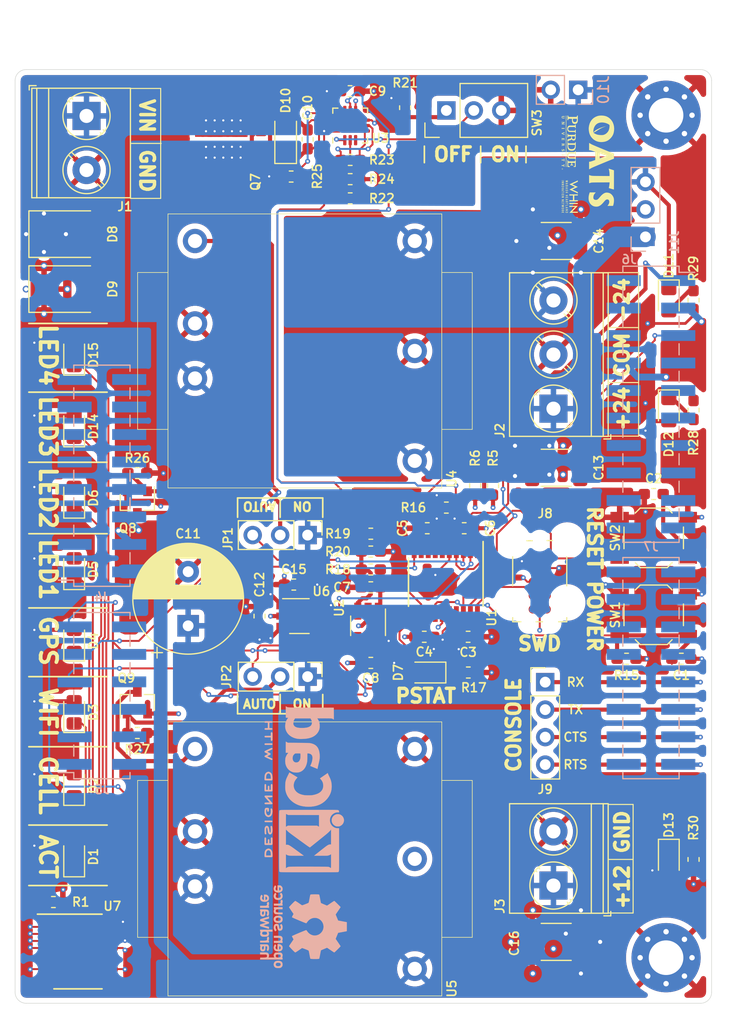
<source format=kicad_pcb>
(kicad_pcb (version 20190905) (host pcbnew "(5.99.0-111-gae79a2bdc)")
  (layers (0 "F.Cu" mixed) (1 "In1.Cu" power hide) (2 "In2.Cu" power hide) (31 "B.Cu" mixed) (34 "B.Paste" user) (35 "F.Paste" user) (36 "B.SilkS" user) (37 "F.SilkS" user) (38 "B.Mask" user) (39 "F.Mask" user) (44 "Edge.Cuts" user))
  (net 0 "")
  (net 1 "+1V8")
  (net 2 "+12V")
  (net 3 "/VIN")
  (net 4 "/Power controller (PC)/PWR_BTN")
  (net 5 "/UDOO (U)/1V8_UDOO")
  (net 6 "/RUN")
  (net 7 "/CTRL_SCL")
  (net 8 "/CTRL_SDA")
  (net 9 "/Power controller (PC)/SWCLK")
  (net 10 "/Power controller (PC)/SWDIO")
  (net 11 "Net-(JP1-Pad2)")
  (net 12 "Net-(JP2-Pad2)")
  (net 13 "/FLAG")
  (net 14 "GND")
  (net 15 "/Regulators (R)/12V_unreg")
  (net 16 "/INT")
  (net 17 "Net-(C7-Pad1)")
  (net 18 "/24V_COM")
  (net 19 "/+24V")
  (net 20 "/-24V")
  (net 21 "Net-(D5-Pad1)")
  (net 22 "/24_RC")
  (net 23 "/12_RC")
  (net 24 "Net-(C10-Pad2)")
  (net 25 "Net-(C10-Pad1)")
  (net 26 "Net-(D1-Pad1)")
  (net 27 "/UDOO (U)/5V_UDOO")
  (net 28 "Net-(D7-Pad1)")
  (net 29 "Net-(D12-Pad1)")
  (net 30 "/UDOO (U)/GPIO_408")
  (net 31 "/UDOO (U)/GPIO_326")
  (net 32 "Net-(J4-Pad11)")
  (net 33 "Net-(J4-Pad9)")
  (net 34 "Net-(J4-Pad7)")
  (net 35 "Net-(J5-Pad12)")
  (net 36 "/UDOO (U)/GPIO_350")
  (net 37 "Net-(J5-Pad10)")
  (net 38 "/UDOO (U)/GPIO_347")
  (net 39 "Net-(J5-Pad8)")
  (net 40 "/UDOO (U)/GPIO_349")
  (net 41 "Net-(J5-Pad6)")
  (net 42 "/UDOO (U)/GPIO_344")
  (net 43 "Net-(J5-Pad4)")
  (net 44 "/UDOO (U)/GPIO_351")
  (net 45 "Net-(J5-Pad2)")
  (net 46 "/UDOO (U)/GPIO_346")
  (net 47 "Net-(J6-Pad12)")
  (net 48 "Net-(J6-Pad10)")
  (net 49 "Net-(J6-Pad6)")
  (net 50 "Net-(J6-Pad4)")
  (net 51 "Net-(J6-Pad2)")
  (net 52 "Net-(J7-Pad6)")
  (net 53 "Net-(J7-Pad7)")
  (net 54 "Net-(J7-Pad8)")
  (net 55 "/Power controller (PC)/NRST")
  (net 56 "Net-(Q8-Pad3)")
  (net 57 "Net-(Q9-Pad3)")
  (net 58 "Net-(U1-Pad17)")
  (net 59 "Net-(U1-Pad9)")
  (net 60 "Net-(U1-Pad8)")
  (net 61 "Net-(U1-Pad1)")
  (net 62 "Net-(U5-Pad4)")
  (net 63 "Net-(U6-Pad4)")
  (net 64 "Net-(D13-Pad1)")
  (net 65 "Net-(D2-Pad1)")
  (net 66 "Net-(D3-Pad1)")
  (net 67 "Net-(D4-Pad1)")
  (net 68 "Net-(D6-Pad1)")
  (net 69 "Net-(D7-Pad2)")
  (net 70 "Net-(D8-Pad2)")
  (net 71 "Net-(D11-Pad2)")
  (net 72 "Net-(R18-Pad1)")
  (net 73 "Net-(R21-Pad1)")
  (net 74 "Net-(R22-Pad2)")
  (net 75 "Net-(R22-Pad1)")
  (net 76 "Net-(R23-Pad1)")
  (net 77 "Net-(R25-Pad2)")
  (net 78 "Net-(J4-Pad5)")
  (net 79 "Net-(J6-Pad20)")
  (net 80 "Net-(J6-Pad18)")
  (net 81 "Net-(J7-Pad16)")
  (net 82 "Net-(J7-Pad14)")
  (net 83 "Net-(J7-Pad12)")
  (net 84 "Net-(J7-Pad10)")
  (net 85 "Net-(J7-Pad5)")
  (net 86 "Net-(J7-Pad4)")
  (net 87 "Net-(J7-Pad2)")
  (net 88 "Net-(J8-Pad6)")
  (net 89 "Net-(J8-Pad7)")
  (net 90 "Net-(J8-Pad8)")
  (net 91 "Net-(SW3-Pad2)")
  (net 92 "Net-(J4-Pad16)")
  (net 93 "Net-(J4-Pad15)")
  (net 94 "Net-(J4-Pad14)")
  (net 95 "Net-(J4-Pad13)")
  (net 96 "Net-(J4-Pad12)")
  (net 97 "Net-(J4-Pad10)")
  (net 98 "Net-(J5-Pad5)")
  (net 99 "Net-(J5-Pad3)")
  (net 100 "Net-(J5-Pad1)")
  (net 101 "Net-(J6-Pad7)")
  (net 102 "Net-(J7-Pad1)")
  (net 103 "Net-(J7-Pad3)")
  (net 104 "/UDOO (U)/UART1_RXD")
  (net 105 "/UDOO (U)/UART1_TXD")
  (net 106 "/UDOO (U)/UART1_CTS")
  (net 107 "/UDOO (U)/UART1_RTS")
  (net 108 "Net-(D14-Pad1)")
  (net 109 "Net-(D15-Pad1)")
  (net 110 "Net-(R1-Pad2)")
  (net 111 "Net-(J6-Pad16)")
  (net 112 "Net-(J6-Pad14)")
  (module "isoblue3:1x1_DC_DC_MODULE" (layer "F.Cu") (at 112.903 72.39 90)
    (fp_text reference "U4" (at -11.811 13.589 90) (layer "F.SilkS") (effects (font (size 0.8128 0.8128) (thickness 0.1524))))
    (fp_text value "PDQE20-Q24-D24-D")
    (pad "4" thru_hole circle (at 0 10.16 90) (size 2.25 2.25) (drill 1.3) (layers *.Cu *.Mask) (net 18 "/24V_COM"))
    (pad "3" thru_hole circle (at -10.16 10.16 90) (size 2.25 2.25) (drill 1.3) (layers *.Cu *.Mask) (net 19 "/+24V"))
    (pad "5" thru_hole circle (at 10.16 10.16 90) (size 2.25 2.25) (drill 1.3) (layers *.Cu *.Mask) (net 20 "/-24V"))
    (pad "1" thru_hole circle (at -2.54 -10.16 90) (size 2.25 2.25) (drill 1.3) (layers *.Cu *.Mask) (net 15 "/Regulators (R)/12V_unreg"))
    (pad "2" thru_hole circle (at 2.54 -10.16 90) (size 2.25 2.25) (drill 1.3) (layers *.Cu *.Mask) (net 14 "GND"))
    (pad "6" thru_hole circle (at 10.16 -10.16 90) (size 2.25 2.25) (drill 1.3) (layers *.Cu *.Mask) (net 56 "Net-(Q8-Pad3)"))
  )
  (module "isoblue3:1x1_DC_DC_MODULE" (layer "F.Cu") (at 112.903 119.3292 90)
    (fp_text reference "U5" (at -11.9888 13.589 90) (layer "F.SilkS") (effects (font (size 0.8128 0.8128) (thickness 0.1524))))
    (fp_text value "PDQ30-Q24-S12-D")
    (pad "4" thru_hole circle (at 0 10.16 90) (size 2.25 2.25) (drill 1.3) (layers *.Cu *.Mask) (net 62 "Net-(U5-Pad4)"))
    (pad "3" thru_hole circle (at -10.16 10.16 90) (size 2.25 2.25) (drill 1.3) (layers *.Cu *.Mask) (net 2 "+12V"))
    (pad "5" thru_hole circle (at 10.16 10.16 90) (size 2.25 2.25) (drill 1.3) (layers *.Cu *.Mask) (net 14 "GND"))
    (pad "1" thru_hole circle (at -2.54 -10.16 90) (size 2.25 2.25) (drill 1.3) (layers *.Cu *.Mask) (net 15 "/Regulators (R)/12V_unreg"))
    (pad "2" thru_hole circle (at 2.54 -10.16 90) (size 2.25 2.25) (drill 1.3) (layers *.Cu *.Mask) (net 14 "GND"))
    (pad "6" thru_hole circle (at 10.16 -10.16 90) (size 2.25 2.25) (drill 1.3) (layers *.Cu *.Mask) (net 57 "Net-(Q9-Pad3)"))
  )
  (module "logos:WHIN_LOGO" (layer "F.Cu") (at 137.393964 58.125236 270)
    (fp_text reference "G3" hide)
    (fp_text value "WHIN_LOGO" hide)
  )
  (module "logos:PURDUE_LOGO" (layer "F.Cu") (at 137.397308 53.135118 270)
    (fp_text reference "G2" hide)
    (fp_text value "PURDUE_LOGO" hide)
  )
  (module "logos:OATS_LOGO" (layer "F.Cu") (at 140.208 54.864 270)
    (fp_text reference "G1" hide)
    (fp_text value "OATS_LOGO" hide)
  )
  (module "Symbol:KiCad-Logo2_6mm_SilkScreen" (layer "B.Cu") (at 113.538 112.903 90)
    (fp_text reference "G4" hide)
    (fp_text value "KICAD_LOGO" hide)
  )
  (module "Symbol:OSHW-Logo_7.5x8mm_SilkScreen" (layer "B.Cu") (at 112.776 125.603 90)
    (fp_text reference "LOGO1" hide)
    (fp_text value "Logo_Open_Hardware_Small" hide)
  )
  (module "MountingHole:MountingHole_3.2mm_M3_Pad_Via" (layer "F.Cu") (at 146.304 128.4605)
    (fp_text reference "H2" hide)
    (fp_text value "MountingHole_Pad")
    (pad "1" thru_hole circle (at 1.697056 -1.697056) (size 0.8 0.8) (drill 0.5) (layers *.Cu *.Mask) (net 14 "GND"))
    (pad "1" thru_hole circle (at 0 -2.4) (size 0.8 0.8) (drill 0.5) (layers *.Cu *.Mask) (net 14 "GND"))
    (pad "1" thru_hole circle (at -1.697056 -1.697056) (size 0.8 0.8) (drill 0.5) (layers *.Cu *.Mask) (net 14 "GND"))
    (pad "1" thru_hole circle (at -2.4 0) (size 0.8 0.8) (drill 0.5) (layers *.Cu *.Mask) (net 14 "GND"))
    (pad "1" thru_hole circle (at -1.697056 1.697056) (size 0.8 0.8) (drill 0.5) (layers *.Cu *.Mask) (net 14 "GND"))
    (pad "1" thru_hole circle (at 0 2.4) (size 0.8 0.8) (drill 0.5) (layers *.Cu *.Mask) (net 14 "GND"))
    (pad "1" thru_hole circle (at 1.697056 1.697056) (size 0.8 0.8) (drill 0.5) (layers *.Cu *.Mask) (net 14 "GND"))
    (pad "1" thru_hole circle (at 2.4 0) (size 0.8 0.8) (drill 0.5) (layers *.Cu *.Mask) (net 14 "GND"))
    (pad "1" thru_hole circle (at 0 0) (size 6.4 6.4) (drill 3.2) (layers *.Cu *.Mask) (net 14 "GND"))
  )
  (module "MountingHole:MountingHole_3.2mm_M3_Pad_Via" (layer "F.Cu") (at 146.304 50.6095)
    (fp_text reference "H1" hide)
    (fp_text value "MountingHole_Pad")
    (pad "1" thru_hole circle (at 1.697056 -1.697056) (size 0.8 0.8) (drill 0.5) (layers *.Cu *.Mask) (net 14 "GND"))
    (pad "1" thru_hole circle (at 0 -2.4) (size 0.8 0.8) (drill 0.5) (layers *.Cu *.Mask) (net 14 "GND"))
    (pad "1" thru_hole circle (at -1.697056 -1.697056) (size 0.8 0.8) (drill 0.5) (layers *.Cu *.Mask) (net 14 "GND"))
    (pad "1" thru_hole circle (at -2.4 0) (size 0.8 0.8) (drill 0.5) (layers *.Cu *.Mask) (net 14 "GND"))
    (pad "1" thru_hole circle (at -1.697056 1.697056) (size 0.8 0.8) (drill 0.5) (layers *.Cu *.Mask) (net 14 "GND"))
    (pad "1" thru_hole circle (at 0 2.4) (size 0.8 0.8) (drill 0.5) (layers *.Cu *.Mask) (net 14 "GND"))
    (pad "1" thru_hole circle (at 1.697056 1.697056) (size 0.8 0.8) (drill 0.5) (layers *.Cu *.Mask) (net 14 "GND"))
    (pad "1" thru_hole circle (at 2.4 0) (size 0.8 0.8) (drill 0.5) (layers *.Cu *.Mask) (net 14 "GND"))
    (pad "1" thru_hole circle (at 0 0) (size 6.4 6.4) (drill 3.2) (layers *.Cu *.Mask) (net 14 "GND"))
  )
  (module "Diode_SMD:D_SMB" (layer "F.Cu") (at 90.932 66.675)
    (fp_text reference "D9" (at 4.191 0 90) (layer "F.SilkS") (effects (font (size 0.8128 0.8128) (thickness 0.1524))))
    (fp_text value "SMBJ17A")
    (pad "2" smd rect (at 2.15 0) (size 2.5 2.3) (layers "F.Cu" "F.Paste" "F.Mask") (net 70 "Net-(D8-Pad2)"))
    (pad "1" smd rect (at -2.15 0) (size 2.5 2.3) (layers "F.Cu" "F.Paste" "F.Mask") (net 14 "GND"))
  )
  (module "Connector_PinHeader_2.54mm:PinHeader_1x02_P2.54mm_Vertical" (layer "B.Cu") (at 138.176 48.26 90)
    (fp_text reference "J10" (at 0 2.33 90) (layer "B.SilkS") (effects (justify mirror)))
    (fp_text value "12V_B2B")
    (pad "2" thru_hole oval (at 0 -2.54 90) (size 1.7 1.7) (drill 1) (layers *.Cu *.Mask) (net 14 "GND"))
    (pad "1" thru_hole rect (at 0 0 90) (size 1.7 1.7) (drill 1) (layers *.Cu *.Mask) (net 15 "/Regulators (R)/12V_unreg"))
  )
  (module "Connector_PinHeader_2.54mm:PinHeader_1x03_P2.54mm_Vertical" (layer "B.Cu") (at 144.399 61.849)
    (fp_text reference "J11" (at 2.667 0.508 90) (layer "B.SilkS") (effects (font (size 0.8128 0.8128) (thickness 0.1524)) (justify mirror)))
    (fp_text value "48V_ISO_B2B")
    (pad "3" thru_hole oval (at 0 -5.08) (size 1.7 1.7) (drill 1) (layers *.Cu *.Mask) (net 20 "/-24V"))
    (pad "2" thru_hole oval (at 0 -2.54) (size 1.7 1.7) (drill 1) (layers *.Cu *.Mask) (net 18 "/24V_COM"))
    (pad "1" thru_hole rect (at 0 0) (size 1.7 1.7) (drill 1) (layers *.Cu *.Mask) (net 19 "/+24V"))
  )
  (module "Package_SO:TSSOP-20_4.4x6.5mm_P0.65mm" (layer "F.Cu") (at 91.92 127.889)
    (fp_text reference "U7" (at 3.175 -4.191) (layer "F.SilkS") (effects (font (size 0.8128 0.8128) (thickness 0.1524))))
    (fp_text value "TLC59108xPW")
    (pad "20" smd rect (at 2.95 -2.925) (size 1.45 0.45) (layers "F.Cu" "F.Paste" "F.Mask") (net 27 "/UDOO (U)/5V_UDOO"))
    (pad "19" smd rect (at 2.95 -2.275) (size 1.45 0.45) (layers "F.Cu" "F.Paste" "F.Mask") (net 8 "/CTRL_SDA"))
    (pad "18" smd rect (at 2.95 -1.625) (size 1.45 0.45) (layers "F.Cu" "F.Paste" "F.Mask") (net 7 "/CTRL_SCL"))
    (pad "17" smd rect (at 2.95 -0.975) (size 1.45 0.45) (layers "F.Cu" "F.Paste" "F.Mask") (net 27 "/UDOO (U)/5V_UDOO"))
    (pad "16" smd rect (at 2.95 -0.325) (size 1.45 0.45) (layers "F.Cu" "F.Paste" "F.Mask") (net 14 "GND"))
    (pad "15" smd rect (at 2.95 0.325) (size 1.45 0.45) (layers "F.Cu" "F.Paste" "F.Mask") (net 109 "Net-(D15-Pad1)"))
    (pad "14" smd rect (at 2.95 0.975) (size 1.45 0.45) (layers "F.Cu" "F.Paste" "F.Mask") (net 108 "Net-(D14-Pad1)"))
    (pad "13" smd rect (at 2.95 1.625) (size 1.45 0.45) (layers "F.Cu" "F.Paste" "F.Mask") (net 14 "GND"))
    (pad "12" smd rect (at 2.95 2.275) (size 1.45 0.45) (layers "F.Cu" "F.Paste" "F.Mask") (net 68 "Net-(D6-Pad1)"))
    (pad "11" smd rect (at 2.95 2.925) (size 1.45 0.45) (layers "F.Cu" "F.Paste" "F.Mask") (net 21 "Net-(D5-Pad1)"))
    (pad "10" smd rect (at -2.95 2.925) (size 1.45 0.45) (layers "F.Cu" "F.Paste" "F.Mask") (net 67 "Net-(D4-Pad1)"))
    (pad "9" smd rect (at -2.95 2.275) (size 1.45 0.45) (layers "F.Cu" "F.Paste" "F.Mask") (net 66 "Net-(D3-Pad1)"))
    (pad "8" smd rect (at -2.95 1.625) (size 1.45 0.45) (layers "F.Cu" "F.Paste" "F.Mask") (net 14 "GND"))
    (pad "7" smd rect (at -2.95 0.975) (size 1.45 0.45) (layers "F.Cu" "F.Paste" "F.Mask") (net 65 "Net-(D2-Pad1)"))
    (pad "6" smd rect (at -2.95 0.325) (size 1.45 0.45) (layers "F.Cu" "F.Paste" "F.Mask") (net 26 "Net-(D1-Pad1)"))
    (pad "5" smd rect (at -2.95 -0.325) (size 1.45 0.45) (layers "F.Cu" "F.Paste" "F.Mask") (net 14 "GND"))
    (pad "4" smd rect (at -2.95 -0.975) (size 1.45 0.45) (layers "F.Cu" "F.Paste" "F.Mask") (net 14 "GND"))
    (pad "3" smd rect (at -2.95 -1.625) (size 1.45 0.45) (layers "F.Cu" "F.Paste" "F.Mask") (net 14 "GND"))
    (pad "2" smd rect (at -2.95 -2.275) (size 1.45 0.45) (layers "F.Cu" "F.Paste" "F.Mask") (net 14 "GND"))
    (pad "1" smd rect (at -2.95 -2.925) (size 1.45 0.45) (layers "F.Cu" "F.Paste" "F.Mask") (net 110 "Net-(R1-Pad2)"))
  )
  (module "Resistor_SMD:R_0603_1608Metric_Pad1.05x0.95mm_HandSolder" (layer "F.Cu") (at 89.648 123.317 180)
    (fp_text reference "R1" (at -2.526 0) (layer "F.SilkS") (effects (font (size 0.8128 0.8128) (thickness 0.1524))))
    (fp_text value "4.7k")
    (pad "2" smd roundrect (at 0.875 0 180) (size 1.05 0.95) (layers "F.Cu" "F.Paste" "F.Mask") (net 110 "Net-(R1-Pad2)"))
    (pad "1" smd roundrect (at -0.875 0 180) (size 1.05 0.95) (layers "F.Cu" "F.Paste" "F.Mask") (net 14 "GND"))
  )
  (module "LED_SMD:LED_0805_2012Metric_Pad1.15x1.40mm_HandSolder" (layer "F.Cu") (at 91.567 72.762 90)
    (fp_text reference "D15" (at -0.009 1.778 270) (layer "F.SilkS") (effects (font (size 0.8128 0.8128) (thickness 0.1524))))
    (fp_text value "LED4")
    (pad "2" smd roundrect (at 1.025 0 90) (size 1.15 1.4) (layers "F.Cu" "F.Paste" "F.Mask") (roundrect_rratio 0.217391) (net 27 "/UDOO (U)/5V_UDOO"))
    (pad "1" smd roundrect (at -1.025 0 90) (size 1.15 1.4) (layers "F.Cu" "F.Paste" "F.Mask") (roundrect_rratio 0.217391) (net 109 "Net-(D15-Pad1)"))
  )
  (module "LED_SMD:LED_0805_2012Metric_Pad1.15x1.40mm_HandSolder" (layer "F.Cu") (at 91.567 79.390571 90)
    (fp_text reference "D14" (at 0.015571 1.778 270) (layer "F.SilkS") (effects (font (size 0.8128 0.8128) (thickness 0.1524))))
    (fp_text value "LED3")
    (pad "2" smd roundrect (at 1.025 0 90) (size 1.15 1.4) (layers "F.Cu" "F.Paste" "F.Mask") (roundrect_rratio 0.217391) (net 27 "/UDOO (U)/5V_UDOO"))
    (pad "1" smd roundrect (at -1.025 0 90) (size 1.15 1.4) (layers "F.Cu" "F.Paste" "F.Mask") (roundrect_rratio 0.217391) (net 108 "Net-(D14-Pad1)"))
  )
  (module "isoblue3:DFN-8-2EP_5x6mm_P1.27mm_EP4.84x5.55mm" (layer "F.Cu") (at 108.839 52.8066 90)
    (fp_text reference "Q7" (at -3.9624 -0.508 90) (layer "F.SilkS") (effects (font (size 0.8128 0.8128) (thickness 0.1524))))
    (fp_text value "NVMFD5C668NL")
    (pad "6" thru_hole circle (at -0.72 -3.48 90) (size 0.3 0.3) (drill 0.2) (layers *.Cu *.Mask) (net 15 "/Regulators (R)/12V_unreg"))
    (pad "6" smd rect (at -1.24 -1.49 90) (size 2.08 0.25) (layers "F.Cu" "F.Paste" "F.Mask") (net 15 "/Regulators (R)/12V_unreg"))
    (pad "6" thru_hole circle (at -1.72 -1.88 90) (size 0.3 0.3) (drill 0.2) (layers *.Cu *.Mask) (net 15 "/Regulators (R)/12V_unreg"))
    (pad "6" smd rect (at -0.36 -3.39 90) (size 0.25 4.28) (layers "F.Cu" "F.Paste" "F.Mask") (net 15 "/Regulators (R)/12V_unreg"))
    (pad "6" smd rect (at -1.24 -2.27 90) (size 2.08 0.25) (layers "F.Cu" "F.Paste" "F.Mask") (net 15 "/Regulators (R)/12V_unreg"))
    (pad "6" thru_hole circle (at -0.72 -5.08 90) (size 0.3 0.3) (drill 0.2) (layers *.Cu *.Mask) (net 15 "/Regulators (R)/12V_unreg"))
    (pad "6" smd rect (at -1.4875 -4.25 90) (size 2.575 1.4) (layers "F.Cu" "F.Mask") (net 15 "/Regulators (R)/12V_unreg"))
    (pad "6" thru_hole circle (at -1.72 -4.28 90) (size 0.3 0.3) (drill 0.2) (layers *.Cu *.Mask) (net 15 "/Regulators (R)/12V_unreg"))
    (pad "6" thru_hole circle (at -0.72 -1.88 90) (size 0.3 0.3) (drill 0.2) (layers *.Cu *.Mask) (net 15 "/Regulators (R)/12V_unreg"))
    (pad "6" smd rect (at -1.24 -3.06 90) (size 2.08 0.25) (layers "F.Cu" "F.Paste" "F.Mask") (net 15 "/Regulators (R)/12V_unreg"))
    (pad "6" smd rect (at -2.528 -1.95 90) (size 0.495 1.4) (layers "F.Cu" "F.Paste" "F.Mask") (net 15 "/Regulators (R)/12V_unreg"))
    (pad "6" thru_hole circle (at -1.72 -5.08 90) (size 0.3 0.3) (drill 0.2) (layers *.Cu *.Mask) (net 15 "/Regulators (R)/12V_unreg"))
    (pad "6" smd rect (at -1.24 -4.66 90) (size 2.08 0.25) (layers "F.Cu" "F.Paste" "F.Mask") (net 15 "/Regulators (R)/12V_unreg"))
    (pad "6" thru_hole circle (at -1.72 -3.48 90) (size 0.3 0.3) (drill 0.2) (layers *.Cu *.Mask) (net 15 "/Regulators (R)/12V_unreg"))
    (pad "6" smd rect (at -1.24 -3.39 90) (size 0.5 4.28) (layers "F.Cu" "F.Paste" "F.Mask") (net 15 "/Regulators (R)/12V_unreg"))
    (pad "6" smd rect (at -2.12 -3.39 90) (size 0.25 4.28) (layers "F.Cu" "F.Paste" "F.Mask") (net 15 "/Regulators (R)/12V_unreg"))
    (pad "6" smd rect (at -1.4875 -1.95 90) (size 2.575 1.4) (layers "F.Cu" "F.Mask") (net 15 "/Regulators (R)/12V_unreg"))
    (pad "6" smd rect (at -2.528 -4.25 90) (size 0.495 1.4) (layers "F.Cu" "F.Paste" "F.Mask") (net 15 "/Regulators (R)/12V_unreg"))
    (pad "6" smd rect (at -1.24 -3.39 90) (size 2.08 4.28) (layers "F.Cu" "F.Mask") (net 15 "/Regulators (R)/12V_unreg"))
    (pad "6" thru_hole circle (at -0.72 -2.68 90) (size 0.3 0.3) (drill 0.2) (layers *.Cu *.Mask) (net 15 "/Regulators (R)/12V_unreg"))
    (pad "6" smd rect (at -1.24 -3.86 90) (size 2.08 0.25) (layers "F.Cu" "F.Paste" "F.Mask") (net 15 "/Regulators (R)/12V_unreg"))
    (pad "6" smd rect (at -1.24 -5.39 90) (size 2.08 0.25) (layers "F.Cu" "F.Paste" "F.Mask") (net 15 "/Regulators (R)/12V_unreg"))
    (pad "6" thru_hole circle (at -0.72 -4.28 90) (size 0.3 0.3) (drill 0.2) (layers *.Cu *.Mask) (net 15 "/Regulators (R)/12V_unreg"))
    (pad "6" smd rect (at -1.905 -5.81 90) (size 0.75 0.56) (layers "F.Cu" "F.Paste" "F.Mask") (net 15 "/Regulators (R)/12V_unreg"))
    (pad "6" thru_hole circle (at -1.72 -2.68 90) (size 0.3 0.3) (drill 0.2) (layers *.Cu *.Mask) (net 15 "/Regulators (R)/12V_unreg"))
    (pad "6" smd rect (at -0.575 -5.81 90) (size 0.75 0.56) (layers "F.Cu" "F.Paste" "F.Mask") (net 15 "/Regulators (R)/12V_unreg"))
    (pad "5" smd rect (at 1.24 -5.39 90) (size 2.08 0.25) (layers "F.Cu" "F.Paste" "F.Mask") (net 3 "/VIN"))
    (pad "5" smd rect (at 1.24 -4.66 90) (size 2.08 0.25) (layers "F.Cu" "F.Paste" "F.Mask") (net 3 "/VIN"))
    (pad "5" smd rect (at 1.24 -3.86 90) (size 2.08 0.25) (layers "F.Cu" "F.Paste" "F.Mask") (net 3 "/VIN"))
    (pad "5" smd rect (at 1.24 -3.06 90) (size 2.08 0.25) (layers "F.Cu" "F.Paste" "F.Mask") (net 3 "/VIN"))
    (pad "5" smd rect (at 1.24 -2.27 90) (size 2.08 0.25) (layers "F.Cu" "F.Paste" "F.Mask") (net 3 "/VIN"))
    (pad "5" smd rect (at 1.24 -1.49 90) (size 2.08 0.25) (layers "F.Cu" "F.Paste" "F.Mask") (net 3 "/VIN"))
    (pad "5" smd rect (at 0.36 -3.39 90) (size 0.25 4.28) (layers "F.Cu" "F.Paste" "F.Mask") (net 3 "/VIN"))
    (pad "5" smd rect (at 2.12 -3.39 90) (size 0.25 4.28) (layers "F.Cu" "F.Paste" "F.Mask") (net 3 "/VIN"))
    (pad "5" smd rect (at 1.24 -3.39 90) (size 0.5 4.28) (layers "F.Cu" "F.Paste" "F.Mask") (net 3 "/VIN"))
    (pad "5" smd rect (at 2.528 -4.25 90) (size 0.495 1.4) (layers "F.Cu" "F.Paste" "F.Mask") (net 3 "/VIN"))
    (pad "5" smd rect (at 2.528 -1.95 90) (size 0.495 1.4) (layers "F.Cu" "F.Paste" "F.Mask") (net 3 "/VIN"))
    (pad "5" thru_hole circle (at 1.72 -1.88 90) (size 0.3 0.3) (drill 0.2) (layers *.Cu *.Mask) (net 3 "/VIN"))
    (pad "5" thru_hole circle (at 0.72 -1.88 90) (size 0.3 0.3) (drill 0.2) (layers *.Cu *.Mask) (net 3 "/VIN"))
    (pad "5" thru_hole circle (at 1.72 -2.68 90) (size 0.3 0.3) (drill 0.2) (layers *.Cu *.Mask) (net 3 "/VIN"))
    (pad "5" thru_hole circle (at 0.72 -2.68 90) (size 0.3 0.3) (drill 0.2) (layers *.Cu *.Mask) (net 3 "/VIN"))
    (pad "5" thru_hole circle (at 1.72 -3.48 90) (size 0.3 0.3) (drill 0.2) (layers *.Cu *.Mask) (net 3 "/VIN"))
    (pad "5" thru_hole circle (at 0.72 -3.48 90) (size 0.3 0.3) (drill 0.2) (layers *.Cu *.Mask) (net 3 "/VIN"))
    (pad "5" thru_hole circle (at 1.72 -4.28 90) (size 0.3 0.3) (drill 0.2) (layers *.Cu *.Mask) (net 3 "/VIN"))
    (pad "5" thru_hole circle (at 0.72 -4.28 90) (size 0.3 0.3) (drill 0.2) (layers *.Cu *.Mask) (net 3 "/VIN"))
    (pad "5" thru_hole circle (at 1.72 -5.08 90) (size 0.3 0.3) (drill 0.2) (layers *.Cu *.Mask) (net 3 "/VIN"))
    (pad "5" smd rect (at 0.575 -5.81 90) (size 0.75 0.56) (layers "F.Cu" "F.Paste" "F.Mask") (net 3 "/VIN"))
    (pad "5" smd rect (at 1.24 -3.39 90) (size 2.08 4.28) (layers "F.Cu" "F.Mask") (net 3 "/VIN"))
    (pad "5" smd rect (at 1.4875 -4.25 90) (size 2.575 1.4) (layers "F.Cu" "F.Mask") (net 3 "/VIN"))
    (pad "5" smd rect (at 1.4875 -1.95 90) (size 2.575 1.4) (layers "F.Cu" "F.Mask") (net 3 "/VIN"))
    (pad "5" smd rect (at 1.905 -5.81 90) (size 0.75 0.56) (layers "F.Cu" "F.Paste" "F.Mask") (net 3 "/VIN"))
    (pad "5" thru_hole circle (at 0.72 -5.08 90) (size 0.3 0.3) (drill 0.2) (layers *.Cu *.Mask) (net 3 "/VIN"))
    (pad "4" smd roundrect (at 1.905 0 90) (size 0.75 1) (layers "F.Cu" "F.Paste" "F.Mask") (roundrect_rratio 0.203) (net 24 "Net-(C10-Pad2)"))
    (pad "3" smd roundrect (at 0.635 0 90) (size 0.75 1) (layers "F.Cu" "F.Paste" "F.Mask") (roundrect_rratio 0.203) (net 25 "Net-(C10-Pad1)"))
    (pad "2" smd roundrect (at -0.635 0 90) (size 0.75 1) (layers "F.Cu" "F.Paste" "F.Mask") (roundrect_rratio 0.203) (net 24 "Net-(C10-Pad2)"))
    (pad "1" smd roundrect (at -1.905 0 90) (size 0.75 1) (layers "F.Cu" "F.Paste" "F.Mask") (roundrect_rratio 0.203) (net 25 "Net-(C10-Pad1)"))
  )
  (module "Connector_PinHeader_2.54mm:PinHeader_1x04_P2.54mm_Vertical" (layer "F.Cu") (at 135.128 102.997)
    (fp_text reference "J9" (at 0 9.906) (layer "F.SilkS") (effects (font (size 0.8128 0.8128) (thickness 0.1524))))
    (fp_text value "CONSOLE")
    (pad "4" thru_hole oval (at 0 7.62) (size 1.7 1.7) (drill 1) (layers *.Cu *.Mask) (net 107 "/UDOO (U)/UART1_RTS"))
    (pad "3" thru_hole oval (at 0 5.08) (size 1.7 1.7) (drill 1) (layers *.Cu *.Mask) (net 106 "/UDOO (U)/UART1_CTS"))
    (pad "2" thru_hole oval (at 0 2.54) (size 1.7 1.7) (drill 1) (layers *.Cu *.Mask) (net 105 "/UDOO (U)/UART1_TXD"))
    (pad "1" thru_hole rect (at 0 0) (size 1.7 1.7) (drill 1) (layers *.Cu *.Mask) (net 104 "/UDOO (U)/UART1_RXD"))
  )
  (module "TerminalBlock_Phoenix:TerminalBlock_Phoenix_PT-1,5-2-5.0-H_1x02_P5.00mm_Horizontal" (layer "F.Cu") (at 135.89 121.793 90)
    (fp_text reference "J3" (at -1.905 -4.953 270) (layer "F.SilkS") (effects (font (size 0.8128 0.8128) (thickness 0.1524))))
    (fp_text value "12V")
    (pad "2" thru_hole circle (at 5 0 90) (size 2.6 2.6) (drill 1.3) (layers *.Cu *.Mask) (net 14 "GND"))
    (pad "1" thru_hole rect (at 0 0 90) (size 2.6 2.6) (drill 1.3) (layers *.Cu *.Mask) (net 2 "+12V"))
  )
  (module "TerminalBlock_Phoenix:TerminalBlock_Phoenix_PT-1,5-3-5.0-H_1x03_P5.00mm_Horizontal" (layer "F.Cu") (at 135.89 77.724 90)
    (fp_text reference "J2" (at -2.032 -4.953 270) (layer "F.SilkS") (effects (font (size 0.8128 0.8128) (thickness 0.1524))))
    (fp_text value "48V_ISO")
    (pad "3" thru_hole circle (at 10 0 90) (size 2.6 2.6) (drill 1.3) (layers *.Cu *.Mask) (net 20 "/-24V"))
    (pad "2" thru_hole circle (at 5 0 90) (size 2.6 2.6) (drill 1.3) (layers *.Cu *.Mask) (net 18 "/24V_COM"))
    (pad "1" thru_hole rect (at 0 0 90) (size 2.6 2.6) (drill 1.3) (layers *.Cu *.Mask) (net 19 "/+24V"))
  )
  (module "TerminalBlock_Phoenix:TerminalBlock_Phoenix_PT-1,5-2-5.0-H_1x02_P5.00mm_Horizontal" (layer "F.Cu") (at 92.71 50.673 270)
    (fp_text reference "J1" (at 8.382 -3.556 180) (layer "F.SilkS") (effects (font (size 0.8128 0.8128) (thickness 0.1524))))
    (fp_text value "Vin")
    (pad "2" thru_hole circle (at 5 0 270) (size 2.6 2.6) (drill 1.3) (layers *.Cu *.Mask) (net 14 "GND"))
    (pad "1" thru_hole rect (at 0 0 270) (size 2.6 2.6) (drill 1.3) (layers *.Cu *.Mask) (net 3 "/VIN"))
  )
  (module "Connector_PinHeader_2.54mm:PinHeader_2x08_P2.54mm_Vertical_SMD" (layer "B.Cu") (at 144.907 101.7016 180)
    (fp_text reference "J7" (at 0 11.22) (layer "B.SilkS") (effects (font (size 0.8128 0.8128) (thickness 0.1524)) (justify mirror)))
    (fp_text value "UDOO_CN15")
    (pad "1" smd rect (at -2.525 8.89 180) (size 3.15 1) (layers "B.Cu" "B.Paste" "B.Mask") (net 102 "Net-(J7-Pad1)"))
    (pad "2" smd rect (at 2.525 8.89 180) (size 3.15 1) (layers "B.Cu" "B.Paste" "B.Mask") (net 87 "Net-(J7-Pad2)"))
    (pad "3" smd rect (at -2.525 6.35 180) (size 3.15 1) (layers "B.Cu" "B.Paste" "B.Mask") (net 103 "Net-(J7-Pad3)"))
    (pad "4" smd rect (at 2.525 6.35 180) (size 3.15 1) (layers "B.Cu" "B.Paste" "B.Mask") (net 86 "Net-(J7-Pad4)"))
    (pad "5" smd rect (at -2.525 3.81 180) (size 3.15 1) (layers "B.Cu" "B.Paste" "B.Mask") (net 85 "Net-(J7-Pad5)"))
    (pad "6" smd rect (at 2.525 3.81 180) (size 3.15 1) (layers "B.Cu" "B.Paste" "B.Mask") (net 52 "Net-(J7-Pad6)"))
    (pad "7" smd rect (at -2.525 1.27 180) (size 3.15 1) (layers "B.Cu" "B.Paste" "B.Mask") (net 53 "Net-(J7-Pad7)"))
    (pad "8" smd rect (at 2.525 1.27 180) (size 3.15 1) (layers "B.Cu" "B.Paste" "B.Mask") (net 54 "Net-(J7-Pad8)"))
    (pad "9" smd rect (at -2.525 -1.27 180) (size 3.15 1) (layers "B.Cu" "B.Paste" "B.Mask") (net 104 "/UDOO (U)/UART1_RXD"))
    (pad "10" smd rect (at 2.525 -1.27 180) (size 3.15 1) (layers "B.Cu" "B.Paste" "B.Mask") (net 84 "Net-(J7-Pad10)"))
    (pad "11" smd rect (at -2.525 -3.81 180) (size 3.15 1) (layers "B.Cu" "B.Paste" "B.Mask") (net 105 "/UDOO (U)/UART1_TXD"))
    (pad "12" smd rect (at 2.525 -3.81 180) (size 3.15 1) (layers "B.Cu" "B.Paste" "B.Mask") (net 83 "Net-(J7-Pad12)"))
    (pad "13" smd rect (at -2.525 -6.35 180) (size 3.15 1) (layers "B.Cu" "B.Paste" "B.Mask") (net 106 "/UDOO (U)/UART1_CTS"))
    (pad "14" smd rect (at 2.525 -6.35 180) (size 3.15 1) (layers "B.Cu" "B.Paste" "B.Mask") (net 82 "Net-(J7-Pad14)"))
    (pad "15" smd rect (at -2.525 -8.89 180) (size 3.15 1) (layers "B.Cu" "B.Paste" "B.Mask") (net 107 "/UDOO (U)/UART1_RTS"))
    (pad "16" smd rect (at 2.525 -8.89 180) (size 3.15 1) (layers "B.Cu" "B.Paste" "B.Mask") (net 81 "Net-(J7-Pad16)"))
  )
  (module "Connector_PinHeader_2.54mm:PinHeader_2x10_P2.54mm_Vertical_SMD" (layer "B.Cu") (at 144.907 77.3176 180)
    (fp_text reference "J6" (at 2.0216 13.3858) (layer "B.SilkS") (effects (font (size 0.8128 0.8128) (thickness 0.1524)) (justify mirror)))
    (fp_text value "UDOO_CN13")
    (pad "1" smd rect (at -2.525 11.43 180) (size 3.15 1) (layers "B.Cu" "B.Paste" "B.Mask") (net 5 "/UDOO (U)/1V8_UDOO"))
    (pad "2" smd rect (at 2.525 11.43 180) (size 3.15 1) (layers "B.Cu" "B.Paste" "B.Mask") (net 51 "Net-(J6-Pad2)"))
    (pad "3" smd rect (at -2.525 8.89 180) (size 3.15 1) (layers "B.Cu" "B.Paste" "B.Mask") (net 14 "GND"))
    (pad "4" smd rect (at 2.525 8.89 180) (size 3.15 1) (layers "B.Cu" "B.Paste" "B.Mask") (net 50 "Net-(J6-Pad4)"))
    (pad "5" smd rect (at -2.525 6.35 180) (size 3.15 1) (layers "B.Cu" "B.Paste" "B.Mask") (net 6 "/RUN"))
    (pad "6" smd rect (at 2.525 6.35 180) (size 3.15 1) (layers "B.Cu" "B.Paste" "B.Mask") (net 49 "Net-(J6-Pad6)"))
    (pad "7" smd rect (at -2.525 3.81 180) (size 3.15 1) (layers "B.Cu" "B.Paste" "B.Mask") (net 101 "Net-(J6-Pad7)"))
    (pad "8" smd rect (at 2.525 3.81 180) (size 3.15 1) (layers "B.Cu" "B.Paste" "B.Mask") (net 14 "GND"))
    (pad "9" smd rect (at -2.525 1.27 180) (size 3.15 1) (layers "B.Cu" "B.Paste" "B.Mask") (net 36 "/UDOO (U)/GPIO_350"))
    (pad "10" smd rect (at 2.525 1.27 180) (size 3.15 1) (layers "B.Cu" "B.Paste" "B.Mask") (net 48 "Net-(J6-Pad10)"))
    (pad "11" smd rect (at -2.525 -1.27 180) (size 3.15 1) (layers "B.Cu" "B.Paste" "B.Mask") (net 38 "/UDOO (U)/GPIO_347"))
    (pad "12" smd rect (at 2.525 -1.27 180) (size 3.15 1) (layers "B.Cu" "B.Paste" "B.Mask") (net 47 "Net-(J6-Pad12)"))
    (pad "13" smd rect (at -2.525 -3.81 180) (size 3.15 1) (layers "B.Cu" "B.Paste" "B.Mask") (net 40 "/UDOO (U)/GPIO_349"))
    (pad "14" smd rect (at 2.525 -3.81 180) (size 3.15 1) (layers "B.Cu" "B.Paste" "B.Mask") (net 112 "Net-(J6-Pad14)"))
    (pad "15" smd rect (at -2.525 -6.35 180) (size 3.15 1) (layers "B.Cu" "B.Paste" "B.Mask") (net 42 "/UDOO (U)/GPIO_344"))
    (pad "16" smd rect (at 2.525 -6.35 180) (size 3.15 1) (layers "B.Cu" "B.Paste" "B.Mask") (net 111 "Net-(J6-Pad16)"))
    (pad "17" smd rect (at -2.525 -8.89 180) (size 3.15 1) (layers "B.Cu" "B.Paste" "B.Mask") (net 44 "/UDOO (U)/GPIO_351"))
    (pad "18" smd rect (at 2.525 -8.89 180) (size 3.15 1) (layers "B.Cu" "B.Paste" "B.Mask") (net 80 "Net-(J6-Pad18)"))
    (pad "19" smd rect (at -2.525 -11.43 180) (size 3.15 1) (layers "B.Cu" "B.Paste" "B.Mask") (net 46 "/UDOO (U)/GPIO_346"))
    (pad "20" smd rect (at 2.525 -11.43 180) (size 3.15 1) (layers "B.Cu" "B.Paste" "B.Mask") (net 79 "Net-(J6-Pad20)"))
  )
  (module "Connector_PinHeader_2.54mm:PinHeader_2x06_P2.54mm_Vertical_SMD" (layer "B.Cu") (at 94.1324 104.2416)
    (fp_text reference "J5" (at 0 8.68) (layer "B.SilkS") (effects (font (size 0.8128 0.8128) (thickness 0.1524)) (justify mirror)))
    (fp_text value "UDOO_CN14")
    (pad "1" smd rect (at -2.525 6.35) (size 3.15 1) (layers "B.Cu" "B.Paste" "B.Mask") (net 100 "Net-(J5-Pad1)"))
    (pad "2" smd rect (at 2.525 6.35) (size 3.15 1) (layers "B.Cu" "B.Paste" "B.Mask") (net 45 "Net-(J5-Pad2)"))
    (pad "3" smd rect (at -2.525 3.81) (size 3.15 1) (layers "B.Cu" "B.Paste" "B.Mask") (net 99 "Net-(J5-Pad3)"))
    (pad "4" smd rect (at 2.525 3.81) (size 3.15 1) (layers "B.Cu" "B.Paste" "B.Mask") (net 43 "Net-(J5-Pad4)"))
    (pad "5" smd rect (at -2.525 1.27) (size 3.15 1) (layers "B.Cu" "B.Paste" "B.Mask") (net 98 "Net-(J5-Pad5)"))
    (pad "6" smd rect (at 2.525 1.27) (size 3.15 1) (layers "B.Cu" "B.Paste" "B.Mask") (net 41 "Net-(J5-Pad6)"))
    (pad "7" smd rect (at -2.525 -1.27) (size 3.15 1) (layers "B.Cu" "B.Paste" "B.Mask") (net 16 "/INT"))
    (pad "8" smd rect (at 2.525 -1.27) (size 3.15 1) (layers "B.Cu" "B.Paste" "B.Mask") (net 39 "Net-(J5-Pad8)"))
    (pad "9" smd rect (at -2.525 -3.81) (size 3.15 1) (layers "B.Cu" "B.Paste" "B.Mask") (net 7 "/CTRL_SCL"))
    (pad "10" smd rect (at 2.525 -3.81) (size 3.15 1) (layers "B.Cu" "B.Paste" "B.Mask") (net 37 "Net-(J5-Pad10)"))
    (pad "11" smd rect (at -2.525 -6.35) (size 3.15 1) (layers "B.Cu" "B.Paste" "B.Mask") (net 8 "/CTRL_SDA"))
    (pad "12" smd rect (at 2.525 -6.35) (size 3.15 1) (layers "B.Cu" "B.Paste" "B.Mask") (net 35 "Net-(J5-Pad12)"))
  )
  (module "Connector_PinHeader_2.54mm:PinHeader_2x08_P2.54mm_Vertical_SMD" (layer "B.Cu") (at 94.1324 83.9216)
    (fp_text reference "J4" (at 0 11.22) (layer "B.SilkS") (effects (font (size 0.8128 0.8128) (thickness 0.1524)) (justify mirror)))
    (fp_text value "UDOO_CN12")
    (pad "1" smd rect (at -2.525 8.89) (size 3.15 1) (layers "B.Cu" "B.Paste" "B.Mask") (net 30 "/UDOO (U)/GPIO_408"))
    (pad "2" smd rect (at 2.525 8.89) (size 3.15 1) (layers "B.Cu" "B.Paste" "B.Mask") (net 2 "+12V"))
    (pad "3" smd rect (at -2.525 6.35) (size 3.15 1) (layers "B.Cu" "B.Paste" "B.Mask") (net 31 "/UDOO (U)/GPIO_326"))
    (pad "4" smd rect (at 2.525 6.35) (size 3.15 1) (layers "B.Cu" "B.Paste" "B.Mask") (net 14 "GND"))
    (pad "5" smd rect (at -2.525 3.81) (size 3.15 1) (layers "B.Cu" "B.Paste" "B.Mask") (net 78 "Net-(J4-Pad5)"))
    (pad "6" smd rect (at 2.525 3.81) (size 3.15 1) (layers "B.Cu" "B.Paste" "B.Mask") (net 14 "GND"))
    (pad "7" smd rect (at -2.525 1.27) (size 3.15 1) (layers "B.Cu" "B.Paste" "B.Mask") (net 34 "Net-(J4-Pad7)"))
    (pad "8" smd rect (at 2.525 1.27) (size 3.15 1) (layers "B.Cu" "B.Paste" "B.Mask") (net 27 "/UDOO (U)/5V_UDOO"))
    (pad "9" smd rect (at -2.525 -1.27) (size 3.15 1) (layers "B.Cu" "B.Paste" "B.Mask") (net 33 "Net-(J4-Pad9)"))
    (pad "10" smd rect (at 2.525 -1.27) (size 3.15 1) (layers "B.Cu" "B.Paste" "B.Mask") (net 97 "Net-(J4-Pad10)"))
    (pad "11" smd rect (at -2.525 -3.81) (size 3.15 1) (layers "B.Cu" "B.Paste" "B.Mask") (net 32 "Net-(J4-Pad11)"))
    (pad "12" smd rect (at 2.525 -3.81) (size 3.15 1) (layers "B.Cu" "B.Paste" "B.Mask") (net 96 "Net-(J4-Pad12)"))
    (pad "13" smd rect (at -2.525 -6.35) (size 3.15 1) (layers "B.Cu" "B.Paste" "B.Mask") (net 95 "Net-(J4-Pad13)"))
    (pad "14" smd rect (at 2.525 -6.35) (size 3.15 1) (layers "B.Cu" "B.Paste" "B.Mask") (net 94 "Net-(J4-Pad14)"))
    (pad "15" smd rect (at -2.525 -8.89) (size 3.15 1) (layers "B.Cu" "B.Paste" "B.Mask") (net 93 "Net-(J4-Pad15)"))
    (pad "16" smd rect (at 2.525 -8.89) (size 3.15 1) (layers "B.Cu" "B.Paste" "B.Mask") (net 92 "Net-(J4-Pad16)"))
  )
  (module "Capacitor_SMD:C_0603_1608Metric_Pad1.05x0.95mm_HandSolder" (layer "F.Cu") (at 147.715 100.838)
    (fp_text reference "C1" (at 0 1.524) (layer "F.SilkS") (effects (font (size 0.8128 0.8128) (thickness 0.1524))))
    (fp_text value "0.1uF")
    (pad "2" smd roundrect (at 0.875 0) (size 1.05 0.95) (layers "F.Cu" "F.Paste" "F.Mask") (net 1 "+1V8"))
    (pad "1" smd roundrect (at -0.875 0) (size 1.05 0.95) (layers "F.Cu" "F.Paste" "F.Mask") (net 4 "/Power controller (PC)/PWR_BTN"))
  )
  (module "Connector_PinHeader_2.54mm:PinHeader_1x03_P2.54mm_Vertical" (layer "F.Cu") (at 113.157 89.408 270)
    (fp_text reference "JP1" (at 0.372 7.366 270) (layer "F.SilkS") (effects (font (size 0.8128 0.8128) (thickness 0.1524))))
    (fp_text value "CTRL")
    (pad "3" thru_hole oval (at 0 5.08 270) (size 1.7 1.7) (drill 1) (layers *.Cu *.Mask) (net 22 "/24_RC"))
    (pad "2" thru_hole oval (at 0 2.54 270) (size 1.7 1.7) (drill 1) (layers *.Cu *.Mask) (net 11 "Net-(JP1-Pad2)"))
    (pad "1" thru_hole rect (at 0 0 270) (size 1.7 1.7) (drill 1) (layers *.Cu *.Mask) (net 1 "+1V8"))
  )
  (module "Resistor_SMD:R_0603_1608Metric_Pad1.05x0.95mm_HandSolder" (layer "F.Cu") (at 117.094 54.737)
    (fp_text reference "R23" (at 2.921 0) (layer "F.SilkS") (effects (font (size 0.8128 0.8128) (thickness 0.1524))))
    (fp_text value "28k")
    (pad "2" smd roundrect (at 0.875 0) (size 1.05 0.95) (layers "F.Cu" "F.Paste" "F.Mask") (net 75 "Net-(R22-Pad1)"))
    (pad "1" smd roundrect (at -0.875 0) (size 1.05 0.95) (layers "F.Cu" "F.Paste" "F.Mask") (net 76 "Net-(R23-Pad1)"))
  )
  (module "Package_SO:TSSOP-20_4.4x6.5mm_P0.65mm" (layer "F.Cu") (at 125.934 93.755 270)
    (fp_text reference "U1" (at 3.273 -4.241 90) (layer "F.SilkS") (effects (font (size 0.8128 0.8128) (thickness 0.1524))))
    (fp_text value "STM32L011F4Px")
    (pad "20" smd rect (at 2.95 -2.925 270) (size 1.45 0.45) (layers "F.Cu" "F.Paste" "F.Mask") (net 9 "/Power controller (PC)/SWCLK"))
    (pad "19" smd rect (at 2.95 -2.275 270) (size 1.45 0.45) (layers "F.Cu" "F.Paste" "F.Mask") (net 10 "/Power controller (PC)/SWDIO"))
    (pad "18" smd rect (at 2.95 -1.625 270) (size 1.45 0.45) (layers "F.Cu" "F.Paste" "F.Mask") (net 8 "/CTRL_SDA"))
    (pad "17" smd rect (at 2.95 -0.975 270) (size 1.45 0.45) (layers "F.Cu" "F.Paste" "F.Mask") (net 58 "Net-(U1-Pad17)"))
    (pad "16" smd rect (at 2.95 -0.325 270) (size 1.45 0.45) (layers "F.Cu" "F.Paste" "F.Mask") (net 1 "+1V8"))
    (pad "15" smd rect (at 2.95 0.325 270) (size 1.45 0.45) (layers "F.Cu" "F.Paste" "F.Mask") (net 14 "GND"))
    (pad "14" smd rect (at 2.95 0.975 270) (size 1.45 0.45) (layers "F.Cu" "F.Paste" "F.Mask") (net 4 "/Power controller (PC)/PWR_BTN"))
    (pad "13" smd rect (at 2.95 1.625 270) (size 1.45 0.45) (layers "F.Cu" "F.Paste" "F.Mask") (net 16 "/INT"))
    (pad "12" smd rect (at 2.95 2.275 270) (size 1.45 0.45) (layers "F.Cu" "F.Paste" "F.Mask") (net 17 "Net-(C7-Pad1)"))
    (pad "11" smd rect (at 2.95 2.925 270) (size 1.45 0.45) (layers "F.Cu" "F.Paste" "F.Mask") (net 69 "Net-(D7-Pad2)"))
    (pad "10" smd rect (at -2.95 2.925 270) (size 1.45 0.45) (layers "F.Cu" "F.Paste" "F.Mask") (net 7 "/CTRL_SCL"))
    (pad "9" smd rect (at -2.95 2.275 270) (size 1.45 0.45) (layers "F.Cu" "F.Paste" "F.Mask") (net 59 "Net-(U1-Pad9)"))
    (pad "8" smd rect (at -2.95 1.625 270) (size 1.45 0.45) (layers "F.Cu" "F.Paste" "F.Mask") (net 60 "Net-(U1-Pad8)"))
    (pad "7" smd rect (at -2.95 0.975 270) (size 1.45 0.45) (layers "F.Cu" "F.Paste" "F.Mask") (net 13 "/FLAG"))
    (pad "6" smd rect (at -2.95 0.325 270) (size 1.45 0.45) (layers "F.Cu" "F.Paste" "F.Mask") (net 6 "/RUN"))
    (pad "5" smd rect (at -2.95 -0.325 270) (size 1.45 0.45) (layers "F.Cu" "F.Paste" "F.Mask") (net 1 "+1V8"))
    (pad "4" smd rect (at -2.95 -0.975 270) (size 1.45 0.45) (layers "F.Cu" "F.Paste" "F.Mask") (net 55 "/Power controller (PC)/NRST"))
    (pad "3" smd rect (at -2.95 -1.625 270) (size 1.45 0.45) (layers "F.Cu" "F.Paste" "F.Mask") (net 22 "/24_RC"))
    (pad "2" smd rect (at -2.95 -2.275 270) (size 1.45 0.45) (layers "F.Cu" "F.Paste" "F.Mask") (net 23 "/12_RC"))
    (pad "1" smd rect (at -2.95 -2.925 270) (size 1.45 0.45) (layers "F.Cu" "F.Paste" "F.Mask") (net 61 "Net-(U1-Pad1)"))
  )
  (module "LED_SMD:LED_0805_2012Metric_Pad1.15x1.40mm_HandSolder" (layer "F.Cu") (at 146.558 119.38 270)
    (fp_text reference "D13" (at -3.175 0 90) (layer "F.SilkS") (effects (font (size 0.8128 0.8128) (thickness 0.1524))))
    (fp_text value "REG")
    (pad "2" smd roundrect (at 1.025 0 270) (size 1.15 1.4) (layers "F.Cu" "F.Paste" "F.Mask") (roundrect_rratio 0.217391) (net 2 "+12V"))
    (pad "1" smd roundrect (at -1.025 0 270) (size 1.15 1.4) (layers "F.Cu" "F.Paste" "F.Mask") (roundrect_rratio 0.217391) (net 64 "Net-(D13-Pad1)"))
  )
  (module "Package_TO_SOT_SMD:SOT-23" (layer "F.Cu") (at 97.409 104.902 90)
    (fp_text reference "Q9" (at 2.286 -1.016 180) (layer "F.SilkS") (effects (font (size 0.8128 0.8128) (thickness 0.1524))))
    (fp_text value "BSS138")
    (pad "3" smd rect (at 1 0 90) (size 0.9 0.8) (layers "F.Cu" "F.Paste" "F.Mask") (net 57 "Net-(Q9-Pad3)"))
    (pad "2" smd rect (at -1 0.95 90) (size 0.9 0.8) (layers "F.Cu" "F.Paste" "F.Mask") (net 14 "GND"))
    (pad "1" smd rect (at -1 -0.95 90) (size 0.9 0.8) (layers "F.Cu" "F.Paste" "F.Mask") (net 12 "Net-(JP2-Pad2)"))
  )
  (module "Resistor_SMD:R_0603_1608Metric_Pad1.05x0.95mm_HandSolder" (layer "F.Cu") (at 118.999 90.932 180)
    (fp_text reference "R20" (at 3.048 0) (layer "F.SilkS") (effects (font (size 0.8128 0.8128) (thickness 0.1524))))
    (fp_text value "27k")
    (pad "2" smd roundrect (at 0.875 0 180) (size 1.05 0.95) (layers "F.Cu" "F.Paste" "F.Mask") (net 72 "Net-(R18-Pad1)"))
    (pad "1" smd roundrect (at -0.875 0 180) (size 1.05 0.95) (layers "F.Cu" "F.Paste" "F.Mask") (net 14 "GND"))
  )
  (module "Resistor_SMD:R_0603_1608Metric_Pad1.05x0.95mm_HandSolder" (layer "F.Cu") (at 122.174 49.911 90)
    (fp_text reference "R21" (at 2.292 0.0047) (layer "F.SilkS") (effects (font (size 0.8128 0.8128) (thickness 0.1524))))
    (fp_text value "100k")
    (pad "2" smd roundrect (at 0.875 0 90) (size 1.05 0.95) (layers "F.Cu" "F.Paste" "F.Mask") (net 3 "/VIN"))
    (pad "1" smd roundrect (at -0.875 0 90) (size 1.05 0.95) (layers "F.Cu" "F.Paste" "F.Mask") (net 73 "Net-(R21-Pad1)"))
  )
  (module "LED_SMD:LED_0805_2012Metric_Pad1.15x1.40mm_HandSolder" (layer "F.Cu") (at 91.567 85.979 90)
    (fp_text reference "D6" (at 0 1.778 270) (layer "F.SilkS") (effects (font (size 0.8128 0.8128) (thickness 0.1524))))
    (fp_text value "LED2")
    (pad "2" smd roundrect (at 1.025 0 90) (size 1.15 1.4) (layers "F.Cu" "F.Paste" "F.Mask") (roundrect_rratio 0.217391) (net 27 "/UDOO (U)/5V_UDOO"))
    (pad "1" smd roundrect (at -1.025 0 90) (size 1.15 1.4) (layers "F.Cu" "F.Paste" "F.Mask") (roundrect_rratio 0.217391) (net 68 "Net-(D6-Pad1)"))
  )
  (module "Resistor_SMD:R_0603_1608Metric_Pad1.05x0.95mm_HandSolder" (layer "F.Cu") (at 117.094 58.293 180)
    (fp_text reference "R22" (at -2.921 0) (layer "F.SilkS") (effects (font (size 0.8128 0.8128) (thickness 0.1524))))
    (fp_text value "294k")
    (pad "2" smd roundrect (at 0.875 0 180) (size 1.05 0.95) (layers "F.Cu" "F.Paste" "F.Mask") (net 74 "Net-(R22-Pad2)"))
    (pad "1" smd roundrect (at -0.875 0 180) (size 1.05 0.95) (layers "F.Cu" "F.Paste" "F.Mask") (net 75 "Net-(R22-Pad1)"))
  )
  (module "Resistor_SMD:R_0603_1608Metric_Pad1.05x0.95mm_HandSolder" (layer "F.Cu") (at 125.984 86.868 180)
    (fp_text reference "R16" (at 3.048 0 180) (layer "F.SilkS") (effects (font (size 0.8128 0.8128) (thickness 0.1524))))
    (fp_text value "10k")
    (pad "2" smd roundrect (at 0.875 0 180) (size 1.05 0.95) (layers "F.Cu" "F.Paste" "F.Mask") (net 1 "+1V8"))
    (pad "1" smd roundrect (at -0.875 0 180) (size 1.05 0.95) (layers "F.Cu" "F.Paste" "F.Mask") (net 13 "/FLAG"))
  )
  (module "Button_Switch_SMD:SW_SPST_TL3342" (layer "F.Cu") (at 145.161 89.662)
    (fp_text reference "SW2" (at -3.556 0 -90) (layer "F.SilkS") (effects (font (size 0.8128 0.8128) (thickness 0.1524))))
    (fp_text value "RESET")
    (pad "2" smd rect (at 3.15 1.9) (size 1.7 1) (layers "F.Cu" "F.Paste" "F.Mask") (net 55 "/Power controller (PC)/NRST"))
    (pad "2" smd rect (at -3.15 1.9) (size 1.7 1) (layers "F.Cu" "F.Paste" "F.Mask") (net 55 "/Power controller (PC)/NRST"))
    (pad "1" smd rect (at 3.15 -1.9) (size 1.7 1) (layers "F.Cu" "F.Paste" "F.Mask") (net 14 "GND"))
    (pad "1" smd rect (at -3.15 -1.9) (size 1.7 1) (layers "F.Cu" "F.Paste" "F.Mask") (net 14 "GND"))
  )
  (module "Capacitor_SMD:C_0603_1608Metric_Pad1.05x0.95mm_HandSolder" (layer "F.Cu") (at 124.22 88.773 180)
    (fp_text reference "C5" (at 2.3 0 270) (layer "F.SilkS") (effects (font (size 0.8128 0.8128) (thickness 0.1524))))
    (fp_text value "1uF")
    (pad "2" smd roundrect (at 0.875 0 180) (size 1.05 0.95) (layers "F.Cu" "F.Paste" "F.Mask") (net 14 "GND"))
    (pad "1" smd roundrect (at -0.875 0 180) (size 1.05 0.95) (layers "F.Cu" "F.Paste" "F.Mask") (net 1 "+1V8"))
  )
  (module "Capacitor_SMD:C_0603_1608Metric_Pad1.05x0.95mm_HandSolder" (layer "F.Cu") (at 117.08 48.387 180)
    (fp_text reference "C9" (at -2.54 0) (layer "F.SilkS") (effects (font (size 0.8128 0.8128) (thickness 0.1524))))
    (fp_text value "0.1uF")
    (pad "2" smd roundrect (at 0.875 0 180) (size 1.05 0.95) (layers "F.Cu" "F.Paste" "F.Mask") (net 3 "/VIN"))
    (pad "1" smd roundrect (at -0.875 0 180) (size 1.05 0.95) (layers "F.Cu" "F.Paste" "F.Mask") (net 14 "GND"))
  )
  (module "Resistor_SMD:R_0603_1608Metric_Pad1.05x0.95mm_HandSolder" (layer "F.Cu") (at 118.999 92.583)
    (fp_text reference "R18" (at -3.048 0) (layer "F.SilkS") (effects (font (size 0.8128 0.8128) (thickness 0.1524))))
    (fp_text value "0")
    (pad "2" smd roundrect (at 0.875 0) (size 1.05 0.95) (layers "F.Cu" "F.Paste" "F.Mask") (net 17 "Net-(C7-Pad1)"))
    (pad "1" smd roundrect (at -0.875 0) (size 1.05 0.95) (layers "F.Cu" "F.Paste" "F.Mask") (net 72 "Net-(R18-Pad1)"))
  )
  (module "Capacitor_SMD:C_0603_1608Metric_Pad1.05x0.95mm_HandSolder" (layer "F.Cu") (at 123.943 98.806)
    (fp_text reference "C4" (at 0 1.397) (layer "F.SilkS") (effects (font (size 0.8128 0.8128) (thickness 0.1524))))
    (fp_text value "0.1uF")
    (pad "2" smd roundrect (at 0.875 0) (size 1.05 0.95) (layers "F.Cu" "F.Paste" "F.Mask") (net 1 "+1V8"))
    (pad "1" smd roundrect (at -0.875 0) (size 1.05 0.95) (layers "F.Cu" "F.Paste" "F.Mask") (net 14 "GND"))
  )
  (module "Resistor_SMD:R_0603_1608Metric_Pad1.05x0.95mm_HandSolder" (layer "F.Cu") (at 130.302 84.836 270)
    (fp_text reference "R5" (at -2.54 0 90) (layer "F.SilkS") (effects (font (size 0.8128 0.8128) (thickness 0.1524))))
    (fp_text value "4.7k")
    (pad "2" smd roundrect (at 0.875 0 270) (size 1.05 0.95) (layers "F.Cu" "F.Paste" "F.Mask") (net 5 "/UDOO (U)/1V8_UDOO"))
    (pad "1" smd roundrect (at -0.875 0 270) (size 1.05 0.95) (layers "F.Cu" "F.Paste" "F.Mask") (net 8 "/CTRL_SDA"))
  )
  (module "Resistor_SMD:R_0603_1608Metric_Pad1.05x0.95mm_HandSolder" (layer "F.Cu") (at 142.649 100.838 180)
    (fp_text reference "R15" (at 0 -1.524) (layer "F.SilkS") (effects (font (size 0.8128 0.8128) (thickness 0.1524))))
    (fp_text value "10k")
    (pad "2" smd roundrect (at 0.875 0 180) (size 1.05 0.95) (layers "F.Cu" "F.Paste" "F.Mask") (net 4 "/Power controller (PC)/PWR_BTN"))
    (pad "1" smd roundrect (at -0.875 0 180) (size 1.05 0.95) (layers "F.Cu" "F.Paste" "F.Mask") (net 14 "GND"))
  )
  (module "Capacitor_SMD:C_0603_1608Metric_Pad1.05x0.95mm_HandSolder" (layer "F.Cu") (at 108.712 96.892 90)
    (fp_text reference "C12" (at 2.912 0 270) (layer "F.SilkS") (effects (font (size 0.8128 0.8128) (thickness 0.1524))))
    (fp_text value "1uF")
    (pad "2" smd roundrect (at 0.875 0 90) (size 1.05 0.95) (layers "F.Cu" "F.Paste" "F.Mask") (net 14 "GND"))
    (pad "1" smd roundrect (at -0.875 0 90) (size 1.05 0.95) (layers "F.Cu" "F.Paste" "F.Mask") (net 15 "/Regulators (R)/12V_unreg"))
  )
  (module "Capacitor_SMD:C_0603_1608Metric_Pad1.05x0.95mm_HandSolder" (layer "F.Cu") (at 111.878 93.98 180)
    (fp_text reference "C15" (at -0.009 1.406) (layer "F.SilkS") (effects (font (size 0.8128 0.8128) (thickness 0.1524))))
    (fp_text value "2.2u")
    (pad "2" smd roundrect (at 0.875 0 180) (size 1.05 0.95) (layers "F.Cu" "F.Paste" "F.Mask") (net 14 "GND"))
    (pad "1" smd roundrect (at -0.875 0 180) (size 1.05 0.95) (layers "F.Cu" "F.Paste" "F.Mask") (net 1 "+1V8"))
  )
  (module "LED_SMD:LED_0805_2012Metric_Pad1.15x1.40mm_HandSolder" (layer "F.Cu") (at 146.558 67.691 270)
    (fp_text reference "D11" (at -3.175 0 90) (layer "F.SilkS") (effects (font (size 0.8128 0.8128) (thickness 0.1524))))
    (fp_text value "REG")
    (pad "2" smd roundrect (at 1.025 0 270) (size 1.15 1.4) (layers "F.Cu" "F.Paste" "F.Mask") (roundrect_rratio 0.217391) (net 71 "Net-(D11-Pad2)"))
    (pad "1" smd roundrect (at -1.025 0 270) (size 1.15 1.4) (layers "F.Cu" "F.Paste" "F.Mask") (roundrect_rratio 0.217391) (net 20 "/-24V"))
  )
  (module "Capacitor_SMD:C_0603_1608Metric_Pad1.05x0.95mm_HandSolder" (layer "F.Cu") (at 118.999 94.234 180)
    (fp_text reference "C7" (at 2.667 0) (layer "F.SilkS") (effects (font (size 0.8128 0.8128) (thickness 0.1524))))
    (fp_text value "0.1uF")
    (pad "2" smd roundrect (at 0.875 0 180) (size 1.05 0.95) (layers "F.Cu" "F.Paste" "F.Mask") (net 14 "GND"))
    (pad "1" smd roundrect (at -0.875 0 180) (size 1.05 0.95) (layers "F.Cu" "F.Paste" "F.Mask") (net 17 "Net-(C7-Pad1)"))
  )
  (module "Capacitor_THT:CP_Radial_D10.0mm_P5.00mm" (layer "F.Cu") (at 102.108 97.79 90)
    (fp_text reference "C11" (at 8.509 0 180) (layer "F.SilkS") (effects (font (size 0.8128 0.8128) (thickness 0.1524))))
    (fp_text value "220uF")
    (pad "2" thru_hole circle (at 5 0 90) (size 2 2) (drill 1) (layers *.Cu *.Mask) (net 14 "GND"))
    (pad "1" thru_hole rect (at 0 0 90) (size 2 2) (drill 1) (layers *.Cu *.Mask) (net 15 "/Regulators (R)/12V_unreg"))
  )
  (module "Resistor_SMD:R_0603_1608Metric_Pad1.05x0.95mm_HandSolder" (layer "F.Cu") (at 128.016 102.108 180)
    (fp_text reference "R17" (at -0.508 -1.397 180) (layer "F.SilkS") (effects (font (size 0.8128 0.8128) (thickness 0.1524))))
    (fp_text value "20")
    (pad "2" smd roundrect (at 0.875 0 180) (size 1.05 0.95) (layers "F.Cu" "F.Paste" "F.Mask") (net 28 "Net-(D7-Pad1)"))
    (pad "1" smd roundrect (at -0.875 0 180) (size 1.05 0.95) (layers "F.Cu" "F.Paste" "F.Mask") (net 14 "GND"))
  )
  (module "Connector_PinHeader_2.54mm:PinHeader_1x03_P2.54mm_Vertical" (layer "F.Cu") (at 113.157 102.489 270)
    (fp_text reference "JP2" (at 0 7.493 270) (layer "F.SilkS") (effects (font (size 0.8128 0.8128) (thickness 0.1524))))
    (fp_text value "CTRL")
    (pad "3" thru_hole oval (at 0 5.08 270) (size 1.7 1.7) (drill 1) (layers *.Cu *.Mask) (net 23 "/12_RC"))
    (pad "2" thru_hole oval (at 0 2.54 270) (size 1.7 1.7) (drill 1) (layers *.Cu *.Mask) (net 12 "Net-(JP2-Pad2)"))
    (pad "1" thru_hole rect (at 0 0 270) (size 1.7 1.7) (drill 1) (layers *.Cu *.Mask) (net 1 "+1V8"))
  )
  (module "isoblue3:TC2050-IDC" (layer "F.Cu") (at 134.62 89.916 270)
    (fp_text reference "J8" (at -2.5 -0.5) (layer "F.SilkS") (effects (font (size 0.8128 0.8128) (thickness 0.1524))))
    (fp_text value "SWD")
    (pad "6" smd circle (at 6.35 -0.635 270) (size 0.7874 0.7874) (layers "F.Cu" "F.Mask") (net 88 "Net-(J8-Pad6)"))
    (pad "7" smd circle (at 5.08 -0.635 270) (size 0.7874 0.7874) (layers "F.Cu" "F.Mask") (net 89 "Net-(J8-Pad7)"))
    (pad "8" smd circle (at 3.81 -0.635 270) (size 0.7874 0.7874) (layers "F.Cu" "F.Mask") (net 90 "Net-(J8-Pad8)"))
    (pad "9" smd circle (at 2.54 -0.635 270) (size 0.7874 0.7874) (layers "F.Cu" "F.Mask") (net 14 "GND"))
    (pad "10" smd circle (at 1.27 -0.635 270) (size 0.7874 0.7874) (layers "F.Cu" "F.Mask") (net 55 "/Power controller (PC)/NRST"))
    (pad "5" smd circle (at 6.35 0.635 270) (size 0.7874 0.7874) (layers "F.Cu" "F.Mask") (net 14 "GND"))
    (pad "4" smd circle (at 5.08 0.635 270) (size 0.7874 0.7874) (layers "F.Cu" "F.Mask") (net 9 "/Power controller (PC)/SWCLK"))
    (pad "3" smd circle (at 3.81 0.635 270) (size 0.7874 0.7874) (layers "F.Cu" "F.Mask") (net 14 "GND"))
    (pad "2" smd circle (at 2.54 0.635 270) (size 0.7874 0.7874) (layers "F.Cu" "F.Mask") (net 10 "/Power controller (PC)/SWDIO"))
    (pad "1" smd circle (at 1.27 0.635 270) (size 0.7874 0.7874) (layers "F.Cu" "F.Mask") (net 1 "+1V8"))
    (pad "" np_thru_hole circle (at 7.62 1.016 270) (size 0.9906 0.9906) (drill 0.9906) (layers *.Cu *.Mask))
    (pad "" np_thru_hole circle (at 7.62 -1.016 270) (size 0.9906 0.9906) (drill 0.9906) (layers *.Cu *.Mask))
    (pad "" np_thru_hole circle (at 0 0 270) (size 0.9906 0.9906) (drill 0.9906) (layers *.Cu *.Mask))
    (pad "" np_thru_hole circle (at 5.715 2.54 270) (size 2.3749 2.3749) (drill 2.3749) (layers *.Cu *.Mask))
    (pad "" np_thru_hole circle (at 5.715 -2.54 270) (size 2.3749 2.3749) (drill 2.3749) (layers *.Cu *.Mask))
    (pad "" np_thru_hole circle (at 0 -2.54 270) (size 2.3749 2.3749) (drill 2.3749) (layers *.Cu *.Mask))
    (pad "" np_thru_hole circle (at 0 2.54 270) (size 2.3749 2.3749) (drill 2.3749) (layers *.Cu *.Mask))
  )
  (module "LED_SMD:LED_0805_2012Metric_Pad1.15x1.40mm_HandSolder" (layer "F.Cu") (at 124.079 102.108 180)
    (fp_text reference "D7" (at 2.54 0 270) (layer "F.SilkS") (effects (font (size 0.8128 0.8128) (thickness 0.1524))))
    (fp_text value "PC_STATUS")
    (pad "2" smd roundrect (at 1.025 0 180) (size 1.15 1.4) (layers "F.Cu" "F.Paste" "F.Mask") (roundrect_rratio 0.217391) (net 69 "Net-(D7-Pad2)"))
    (pad "1" smd roundrect (at -1.025 0 180) (size 1.15 1.4) (layers "F.Cu" "F.Paste" "F.Mask") (roundrect_rratio 0.217391) (net 28 "Net-(D7-Pad1)"))
  )
  (module "Resistor_SMD:R_0603_1608Metric_Pad1.05x0.95mm_HandSolder" (layer "F.Cu") (at 148.844 119.38 90)
    (fp_text reference "R30" (at 2.921 0 90) (layer "F.SilkS") (effects (font (size 0.8128 0.8128) (thickness 0.1524))))
    (fp_text value "2.4k")
    (pad "2" smd roundrect (at 0.875 0 90) (size 1.05 0.95) (layers "F.Cu" "F.Paste" "F.Mask") (net 64 "Net-(D13-Pad1)"))
    (pad "1" smd roundrect (at -0.875 0 90) (size 1.05 0.95) (layers "F.Cu" "F.Paste" "F.Mask") (net 14 "GND"))
  )
  (module "Capacitor_SMD:C_1812_4532Metric_Pad1.30x3.40mm_HandSolder" (layer "F.Cu") (at 136.144 127 180)
    (fp_text reference "C16" (at 3.876 -0.127 270) (layer "F.SilkS") (effects (font (size 0.8128 0.8128) (thickness 0.1524))))
    (fp_text value "22uF")
    (pad "2" smd roundrect (at 2.225 0 180) (size 1.3 3.4) (layers "F.Cu" "F.Paste" "F.Mask") (roundrect_rratio 0.192308) (net 14 "GND"))
    (pad "1" smd roundrect (at -2.225 0 180) (size 1.3 3.4) (layers "F.Cu" "F.Paste" "F.Mask") (roundrect_rratio 0.192308) (net 2 "+12V"))
  )
  (module "Capacitor_SMD:C_0603_1608Metric_Pad1.05x0.95mm_HandSolder" (layer "F.Cu") (at 145.161 85.612)
    (fp_text reference "C2" (at 0 -1.43) (layer "F.SilkS") (effects (font (size 0.8128 0.8128) (thickness 0.1524))))
    (fp_text value "0.1uF")
    (pad "2" smd roundrect (at 0.875 0) (size 1.05 0.95) (layers "F.Cu" "F.Paste" "F.Mask") (net 55 "/Power controller (PC)/NRST"))
    (pad "1" smd roundrect (at -0.875 0) (size 1.05 0.95) (layers "F.Cu" "F.Paste" "F.Mask") (net 14 "GND"))
  )
  (module "Capacitor_SMD:C_0603_1608Metric_Pad1.05x0.95mm_HandSolder" (layer "F.Cu") (at 127.998 98.806 180)
    (fp_text reference "C3" (at 0 -1.43) (layer "F.SilkS") (effects (font (size 0.8128 0.8128) (thickness 0.1524))))
    (fp_text value "10uF")
    (pad "2" smd roundrect (at 0.875 0 180) (size 1.05 0.95) (layers "F.Cu" "F.Paste" "F.Mask") (net 1 "+1V8"))
    (pad "1" smd roundrect (at -0.875 0 180) (size 1.05 0.95) (layers "F.Cu" "F.Paste" "F.Mask") (net 14 "GND"))
  )
  (module "Capacitor_SMD:C_0603_1608Metric_Pad1.05x0.95mm_HandSolder" (layer "F.Cu") (at 127.635 88.773)
    (fp_text reference "C6" (at 2.413 0 90) (layer "F.SilkS") (effects (font (size 0.8128 0.8128) (thickness 0.1524))))
    (fp_text value "0.1uF")
    (pad "2" smd roundrect (at 0.875 0) (size 1.05 0.95) (layers "F.Cu" "F.Paste" "F.Mask") (net 14 "GND"))
    (pad "1" smd roundrect (at -0.875 0) (size 1.05 0.95) (layers "F.Cu" "F.Paste" "F.Mask") (net 1 "+1V8"))
  )
  (module "Capacitor_SMD:C_0603_1608Metric_Pad1.05x0.95mm_HandSolder" (layer "F.Cu") (at 118.999 101.219 180)
    (fp_text reference "C8" (at 0 -1.397) (layer "F.SilkS") (effects (font (size 0.8128 0.8128) (thickness 0.1524))))
    (fp_text value "0.1uF")
    (pad "2" smd roundrect (at 0.875 0 180) (size 1.05 0.95) (layers "F.Cu" "F.Paste" "F.Mask") (net 14 "GND"))
    (pad "1" smd roundrect (at -0.875 0 180) (size 1.05 0.95) (layers "F.Cu" "F.Paste" "F.Mask") (net 1 "+1V8"))
  )
  (module "Capacitor_SMD:C_1812_4532Metric_Pad1.30x3.40mm_HandSolder" (layer "F.Cu") (at 136.144 83.185)
    (fp_text reference "C13" (at 3.937 0 270) (layer "F.SilkS") (effects (font (size 0.8128 0.8128) (thickness 0.1524))))
    (fp_text value "22uF")
    (pad "2" smd roundrect (at 2.225 0) (size 1.3 3.4) (layers "F.Cu" "F.Paste" "F.Mask") (roundrect_rratio 0.192308) (net 18 "/24V_COM"))
    (pad "1" smd roundrect (at -2.225 0) (size 1.3 3.4) (layers "F.Cu" "F.Paste" "F.Mask") (roundrect_rratio 0.192308) (net 19 "/+24V"))
  )
  (module "Resistor_SMD:R_0603_1608Metric_Pad1.05x0.95mm_HandSolder" (layer "F.Cu") (at 148.844 77.851 270)
    (fp_text reference "R28" (at 3.048 0 90) (layer "F.SilkS") (effects (font (size 0.8128 0.8128) (thickness 0.1524))))
    (fp_text value "4.7k")
    (pad "2" smd roundrect (at 0.875 0 270) (size 1.05 0.95) (layers "F.Cu" "F.Paste" "F.Mask") (net 29 "Net-(D12-Pad1)"))
    (pad "1" smd roundrect (at -0.875 0 270) (size 1.05 0.95) (layers "F.Cu" "F.Paste" "F.Mask") (net 18 "/24V_COM"))
  )
  (module "Resistor_SMD:R_0603_1608Metric_Pad1.05x0.95mm_HandSolder" (layer "F.Cu") (at 128.651 84.836 270)
    (fp_text reference "R6" (at -2.54 0 90) (layer "F.SilkS") (effects (font (size 0.8128 0.8128) (thickness 0.1524))))
    (fp_text value "4.7k")
    (pad "2" smd roundrect (at 0.875 0 270) (size 1.05 0.95) (layers "F.Cu" "F.Paste" "F.Mask") (net 5 "/UDOO (U)/1V8_UDOO"))
    (pad "1" smd roundrect (at -0.875 0 270) (size 1.05 0.95) (layers "F.Cu" "F.Paste" "F.Mask") (net 7 "/CTRL_SCL"))
  )
  (module "Package_TO_SOT_SMD:SOT-23" (layer "F.Cu") (at 97.409 86.36 270)
    (fp_text reference "Q8" (at 2.413 0.889 180) (layer "F.SilkS") (effects (font (size 0.8128 0.8128) (thickness 0.1524))))
    (fp_text value "BSS138")
    (pad "3" smd rect (at 1 0 270) (size 0.9 0.8) (layers "F.Cu" "F.Paste" "F.Mask") (net 56 "Net-(Q8-Pad3)"))
    (pad "2" smd rect (at -1 0.95 270) (size 0.9 0.8) (layers "F.Cu" "F.Paste" "F.Mask") (net 14 "GND"))
    (pad "1" smd rect (at -1 -0.95 270) (size 0.9 0.8) (layers "F.Cu" "F.Paste" "F.Mask") (net 11 "Net-(JP1-Pad2)"))
  )
  (module "LED_SMD:LED_0805_2012Metric_Pad1.15x1.40mm_HandSolder" (layer "F.Cu") (at 91.567 119.126 90)
    (fp_text reference "D1" (at 0 1.778 270) (layer "F.SilkS") (effects (font (size 0.8128 0.8128) (thickness 0.1524))))
    (fp_text value "ACT.")
    (pad "2" smd roundrect (at 1.025 0 90) (size 1.15 1.4) (layers "F.Cu" "F.Paste" "F.Mask") (roundrect_rratio 0.217391) (net 27 "/UDOO (U)/5V_UDOO"))
    (pad "1" smd roundrect (at -1.025 0 90) (size 1.15 1.4) (layers "F.Cu" "F.Paste" "F.Mask") (roundrect_rratio 0.217391) (net 26 "Net-(D1-Pad1)"))
  )
  (module "LED_SMD:LED_0805_2012Metric_Pad1.15x1.40mm_HandSolder" (layer "F.Cu") (at 91.567 112.522 90)
    (fp_text reference "D2" (at 0 1.778 270) (layer "F.SilkS") (effects (font (size 0.8128 0.8128) (thickness 0.1524))))
    (fp_text value "CELL")
    (pad "2" smd roundrect (at 1.025 0 90) (size 1.15 1.4) (layers "F.Cu" "F.Paste" "F.Mask") (roundrect_rratio 0.217391) (net 27 "/UDOO (U)/5V_UDOO"))
    (pad "1" smd roundrect (at -1.025 0 90) (size 1.15 1.4) (layers "F.Cu" "F.Paste" "F.Mask") (roundrect_rratio 0.217391) (net 65 "Net-(D2-Pad1)"))
  )
  (module "Capacitor_SMD:C_1812_4532Metric_Pad1.30x3.40mm_HandSolder" (layer "F.Cu") (at 136.144 62.23 180)
    (fp_text reference "C14" (at -3.937 0 90) (layer "F.SilkS") (effects (font (size 0.8128 0.8128) (thickness 0.1524))))
    (fp_text value "22uF")
    (pad "2" smd roundrect (at 2.225 0 180) (size 1.3 3.4) (layers "F.Cu" "F.Paste" "F.Mask") (roundrect_rratio 0.192308) (net 20 "/-24V"))
    (pad "1" smd roundrect (at -2.225 0 180) (size 1.3 3.4) (layers "F.Cu" "F.Paste" "F.Mask") (roundrect_rratio 0.192308) (net 18 "/24V_COM"))
  )
  (module "LED_SMD:LED_0805_2012Metric_Pad1.15x1.40mm_HandSolder" (layer "F.Cu") (at 91.567 105.791 90)
    (fp_text reference "D3" (at 0 1.778 270) (layer "F.SilkS") (effects (font (size 0.8128 0.8128) (thickness 0.1524))))
    (fp_text value "WIFI")
    (pad "2" smd roundrect (at 1.025 0 90) (size 1.15 1.4) (layers "F.Cu" "F.Paste" "F.Mask") (roundrect_rratio 0.217391) (net 27 "/UDOO (U)/5V_UDOO"))
    (pad "1" smd roundrect (at -1.025 0 90) (size 1.15 1.4) (layers "F.Cu" "F.Paste" "F.Mask") (roundrect_rratio 0.217391) (net 66 "Net-(D3-Pad1)"))
  )
  (module "LED_SMD:LED_0805_2012Metric_Pad1.15x1.40mm_HandSolder" (layer "F.Cu") (at 91.567 99.187 90)
    (fp_text reference "D4" (at 0 1.778 270) (layer "F.SilkS") (effects (font (size 0.8128 0.8128) (thickness 0.1524))))
    (fp_text value "GPS")
    (pad "2" smd roundrect (at 1.025 0 90) (size 1.15 1.4) (layers "F.Cu" "F.Paste" "F.Mask") (roundrect_rratio 0.217391) (net 27 "/UDOO (U)/5V_UDOO"))
    (pad "1" smd roundrect (at -1.025 0 90) (size 1.15 1.4) (layers "F.Cu" "F.Paste" "F.Mask") (roundrect_rratio 0.217391) (net 67 "Net-(D4-Pad1)"))
  )
  (module "LED_SMD:LED_0805_2012Metric_Pad1.15x1.40mm_HandSolder" (layer "F.Cu") (at 91.567 92.583 90)
    (fp_text reference "D5" (at 0 1.778 270) (layer "F.SilkS") (effects (font (size 0.8128 0.8128) (thickness 0.1524))))
    (fp_text value "LED1")
    (pad "2" smd roundrect (at 1.025 0 90) (size 1.15 1.4) (layers "F.Cu" "F.Paste" "F.Mask") (roundrect_rratio 0.217391) (net 27 "/UDOO (U)/5V_UDOO"))
    (pad "1" smd roundrect (at -1.025 0 90) (size 1.15 1.4) (layers "F.Cu" "F.Paste" "F.Mask") (roundrect_rratio 0.217391) (net 21 "Net-(D5-Pad1)"))
  )
  (module "Diode_SMD:D_SOD-123" (layer "F.Cu") (at 111.125 52.818 90)
    (fp_text reference "D10" (at 3.57 0 90) (layer "F.SilkS") (effects (font (size 0.8128 0.8128) (thickness 0.1524))))
    (fp_text value "18V")
    (pad "2" smd rect (at 1.65 0 90) (size 0.9 1.2) (layers "F.Cu" "F.Paste" "F.Mask") (net 25 "Net-(C10-Pad1)"))
    (pad "1" smd rect (at -1.65 0 90) (size 0.9 1.2) (layers "F.Cu" "F.Paste" "F.Mask") (net 24 "Net-(C10-Pad2)"))
  )
  (module "Resistor_SMD:R_0603_1608Metric_Pad1.05x0.95mm_HandSolder" (layer "F.Cu") (at 97.409 107.696 180)
    (fp_text reference "R27" (at 0 -1.524 180) (layer "F.SilkS") (effects (font (size 0.8128 0.8128) (thickness 0.1524))))
    (fp_text value "200k")
    (pad "2" smd roundrect (at 0.875 0 180) (size 1.05 0.95) (layers "F.Cu" "F.Paste" "F.Mask") (net 12 "Net-(JP2-Pad2)"))
    (pad "1" smd roundrect (at -0.875 0 180) (size 1.05 0.95) (layers "F.Cu" "F.Paste" "F.Mask") (net 14 "GND"))
  )
  (module "LED_SMD:LED_0805_2012Metric_Pad1.15x1.40mm_HandSolder" (layer "F.Cu") (at 146.558 77.851 270)
    (fp_text reference "D12" (at 3.175 0 90) (layer "F.SilkS") (effects (font (size 0.8128 0.8128) (thickness 0.1524))))
    (fp_text value "REG")
    (pad "2" smd roundrect (at 1.025 0 270) (size 1.15 1.4) (layers "F.Cu" "F.Paste" "F.Mask") (roundrect_rratio 0.217391) (net 19 "/+24V"))
    (pad "1" smd roundrect (at -1.025 0 270) (size 1.15 1.4) (layers "F.Cu" "F.Paste" "F.Mask") (roundrect_rratio 0.217391) (net 29 "Net-(D12-Pad1)"))
  )
  (module "Resistor_SMD:R_0603_1608Metric_Pad1.05x0.95mm_HandSolder" (layer "F.Cu") (at 111.633 56.275)
    (fp_text reference "R25" (at 2.413 -0.014 270) (layer "F.SilkS") (effects (font (size 0.8128 0.8128) (thickness 0.1524))))
    (fp_text value "100")
    (pad "2" smd roundrect (at 0.875 0) (size 1.05 0.95) (layers "F.Cu" "F.Paste" "F.Mask") (net 77 "Net-(R25-Pad2)"))
    (pad "1" smd roundrect (at -0.875 0) (size 1.05 0.95) (layers "F.Cu" "F.Paste" "F.Mask") (net 15 "/Regulators (R)/12V_unreg"))
  )
  (module "Resistor_SMD:R_0603_1608Metric_Pad1.05x0.95mm_HandSolder" (layer "F.Cu") (at 117.094 56.515 180)
    (fp_text reference "R24" (at -2.921 0) (layer "F.SilkS") (effects (font (size 0.8128 0.8128) (thickness 0.1524))))
    (fp_text value "12.4k")
    (pad "2" smd roundrect (at 0.875 0 180) (size 1.05 0.95) (layers "F.Cu" "F.Paste" "F.Mask") (net 76 "Net-(R23-Pad1)"))
    (pad "1" smd roundrect (at -0.875 0 180) (size 1.05 0.95) (layers "F.Cu" "F.Paste" "F.Mask") (net 14 "GND"))
  )
  (module "Resistor_SMD:R_0603_1608Metric_Pad1.05x0.95mm_HandSolder" (layer "F.Cu") (at 148.844 67.691 90)
    (fp_text reference "R29" (at 2.921 0 90) (layer "F.SilkS") (effects (font (size 0.8128 0.8128) (thickness 0.1524))))
    (fp_text value "4.7k")
    (pad "2" smd roundrect (at 0.875 0 90) (size 1.05 0.95) (layers "F.Cu" "F.Paste" "F.Mask") (net 71 "Net-(D11-Pad2)"))
    (pad "1" smd roundrect (at -0.875 0 90) (size 1.05 0.95) (layers "F.Cu" "F.Paste" "F.Mask") (net 18 "/24V_COM"))
  )
  (module "Diode_SMD:D_SMB" (layer "F.Cu") (at 90.932 61.595)
    (fp_text reference "D8" (at 4.191 0 270) (layer "F.SilkS") (effects (font (size 0.8128 0.8128) (thickness 0.1524))))
    (fp_text value "SMBJ40A ")
    (pad "2" smd rect (at 2.15 0) (size 2.5 2.3) (layers "F.Cu" "F.Paste" "F.Mask") (net 70 "Net-(D8-Pad2)"))
    (pad "1" smd rect (at -2.15 0) (size 2.5 2.3) (layers "F.Cu" "F.Paste" "F.Mask") (net 3 "/VIN"))
  )
  (module "isoblue3:ATE1D-2M3-10-Z" (layer "F.Cu") (at 125.984 50.165 90)
    (fp_text reference "SW3" (at -1.143 8.382 270) (layer "F.SilkS") (effects (font (size 0.8128 0.8128) (thickness 0.1524))))
    (fp_text value "ON/OFF")
    (pad "1" thru_hole rect (at 0 0 90) (size 1.7 1.7) (drill 1) (layers *.Cu *.Mask) (net 73 "Net-(R21-Pad1)"))
    (pad "2" thru_hole oval (at 0 2.54 90) (size 1.7 1.7) (drill 1) (layers *.Cu *.Mask) (net 91 "Net-(SW3-Pad2)"))
    (pad "3" thru_hole oval (at 0 5.08 90) (size 1.7 1.7) (drill 1) (layers *.Cu *.Mask) (net 14 "GND"))
  )
  (module "isoblue3:TQFN-12-EP_3x3mm_P0.5mm_EP1.23x1.23mm" (layer "F.Cu") (at 117.094 51.562 90)
    (fp_text reference "U3")
    (fp_text value "MAX16126")
    (fp_text user "%R" (at -1.1684 2.794 180) (layer "F.SilkS") (effects (font (size 0.8128 0.8128) (thickness 0.1524))))
    (pad "EP" smd roundrect (at 0 0 90) (size 1.23 1.23) (layers "F.Cu" "F.Paste" "F.Mask") (roundrect_rratio 0.203) (net 14 "GND"))
    (pad "1" smd roundrect (at -1.35 -0.5 90) (size 0.95 0.3) (layers "F.Cu" "F.Paste" "F.Mask") (net 91 "Net-(SW3-Pad2)"))
    (pad "2" smd roundrect (at -1.35 0 90) (size 0.95 0.3) (layers "F.Cu" "F.Paste" "F.Mask") (net 74 "Net-(R22-Pad2)"))
    (pad "3" smd roundrect (at -1.35 0.5 90) (size 0.95 0.3) (layers "F.Cu" "F.Paste" "F.Mask"))
    (pad "4" smd roundrect (at -0.5 1.35 90) (size 0.3 0.95) (layers "F.Cu" "F.Paste" "F.Mask") (net 75 "Net-(R22-Pad1)"))
    (pad "5" smd roundrect (at 0 1.35 90) (size 0.3 0.95) (layers "F.Cu" "F.Paste" "F.Mask") (net 76 "Net-(R23-Pad1)"))
    (pad "6" smd roundrect (at 0.5 1.35 90) (size 0.3 0.95) (layers "F.Cu" "F.Paste" "F.Mask") (net 14 "GND"))
    (pad "7" smd roundrect (at 1.35 0.5 90) (size 0.95 0.3) (layers "F.Cu" "F.Paste" "F.Mask") (net 14 "GND"))
    (pad "8" smd roundrect (at 1.35 0 90) (size 0.95 0.3) (layers "F.Cu" "F.Paste" "F.Mask") (net 13 "/FLAG"))
    (pad "9" smd roundrect (at 1.35 -0.5 90) (size 0.95 0.3) (layers "F.Cu" "F.Paste" "F.Mask") (net 77 "Net-(R25-Pad2)"))
    (pad "10" smd roundrect (at 0.5 -1.35 90) (size 0.3 0.95) (layers "F.Cu" "F.Paste" "F.Mask") (net 25 "Net-(C10-Pad1)"))
    (pad "11" smd roundrect (at 0 -1.35 90) (size 0.3 0.95) (layers "F.Cu" "F.Paste" "F.Mask") (net 24 "Net-(C10-Pad2)"))
    (pad "12" smd roundrect (at -0.5 -1.35 90) (size 0.3 0.95) (layers "F.Cu" "F.Paste" "F.Mask") (net 3 "/VIN"))
  )
  (module "Package_TO_SOT_SMD:SOT-23-5_HandSoldering" (layer "F.Cu") (at 118.745 97.79 270)
    (fp_text reference "U2" (at -1.651 2.667 270) (layer "F.SilkS") (effects (font (size 0.8128 0.8128) (thickness 0.1524))))
    (fp_text value "TLV379")
    (pad "5" smd rect (at 1.35 -0.95 270) (size 1.56 0.65) (layers "F.Cu" "F.Paste" "F.Mask") (net 1 "+1V8"))
    (pad "4" smd rect (at 1.35 0.95 270) (size 1.56 0.65) (layers "F.Cu" "F.Paste" "F.Mask") (net 17 "Net-(C7-Pad1)"))
    (pad "3" smd rect (at -1.35 0.95 270) (size 1.56 0.65) (layers "F.Cu" "F.Paste" "F.Mask") (net 72 "Net-(R18-Pad1)"))
    (pad "2" smd rect (at -1.35 0 270) (size 1.56 0.65) (layers "F.Cu" "F.Paste" "F.Mask") (net 14 "GND"))
    (pad "1" smd rect (at -1.35 -0.95 270) (size 1.56 0.65) (layers "F.Cu" "F.Paste" "F.Mask") (net 17 "Net-(C7-Pad1)"))
  )
  (module "Resistor_SMD:R_0603_1608Metric_Pad1.05x0.95mm_HandSolder" (layer "F.Cu") (at 118.999 89.281)
    (fp_text reference "R19" (at -3.048 0) (layer "F.SilkS") (effects (font (size 0.8128 0.8128) (thickness 0.1524))))
    (fp_text value "470k")
    (pad "2" smd roundrect (at 0.875 0) (size 1.05 0.95) (layers "F.Cu" "F.Paste" "F.Mask") (net 3 "/VIN"))
    (pad "1" smd roundrect (at -0.875 0) (size 1.05 0.95) (layers "F.Cu" "F.Paste" "F.Mask") (net 72 "Net-(R18-Pad1)"))
  )
  (module "Resistor_SMD:R_0603_1608Metric_Pad1.05x0.95mm_HandSolder" (layer "F.Cu") (at 97.409 83.677 180)
    (fp_text reference "R26" (at 0 1.381) (layer "F.SilkS") (effects (font (size 0.8128 0.8128) (thickness 0.1524))))
    (fp_text value "200k")
    (pad "2" smd roundrect (at 0.875 0 180) (size 1.05 0.95) (layers "F.Cu" "F.Paste" "F.Mask") (net 11 "Net-(JP1-Pad2)"))
    (pad "1" smd roundrect (at -0.875 0 180) (size 1.05 0.95) (layers "F.Cu" "F.Paste" "F.Mask") (net 14 "GND"))
  )
  (module "Package_TO_SOT_SMD:SOT-23-5_HandSoldering" (layer "F.Cu") (at 112.395 96.892)
    (fp_text reference "U6" (at 2.032 -2.286) (layer "F.SilkS") (effects (font (size 0.8128 0.8128) (thickness 0.1524))))
    (fp_text value "MIC5233")
    (pad "5" smd rect (at 1.35 -0.95) (size 1.56 0.65) (layers "F.Cu" "F.Paste" "F.Mask") (net 1 "+1V8"))
    (pad "4" smd rect (at 1.35 0.95) (size 1.56 0.65) (layers "F.Cu" "F.Paste" "F.Mask") (net 63 "Net-(U6-Pad4)"))
    (pad "3" smd rect (at -1.35 0.95) (size 1.56 0.65) (layers "F.Cu" "F.Paste" "F.Mask") (net 15 "/Regulators (R)/12V_unreg"))
    (pad "2" smd rect (at -1.35 0) (size 1.56 0.65) (layers "F.Cu" "F.Paste" "F.Mask") (net 14 "GND"))
    (pad "1" smd rect (at -1.35 -0.95) (size 1.56 0.65) (layers "F.Cu" "F.Paste" "F.Mask") (net 15 "/Regulators (R)/12V_unreg"))
  )
  (module "Button_Switch_SMD:SW_SPST_TL3342" (layer "F.Cu") (at 145.161 96.774 180)
    (fp_text reference "SW1" (at 3.556 0 90) (layer "F.SilkS") (effects (font (size 0.8128 0.8128) (thickness 0.1524))))
    (fp_text value "PWR")
    (pad "2" smd rect (at 3.15 1.9 180) (size 1.7 1) (layers "F.Cu" "F.Paste" "F.Mask") (net 1 "+1V8"))
    (pad "2" smd rect (at -3.15 1.9 180) (size 1.7 1) (layers "F.Cu" "F.Paste" "F.Mask") (net 1 "+1V8"))
    (pad "1" smd rect (at 3.15 -1.9 180) (size 1.7 1) (layers "F.Cu" "F.Paste" "F.Mask") (net 4 "/Power controller (PC)/PWR_BTN"))
    (pad "1" smd rect (at -3.15 -1.9 180) (size 1.7 1) (layers "F.Cu" "F.Paste" "F.Mask") (net 4 "/Power controller (PC)/PWR_BTN"))
  )
  (module "Capacitor_SMD:C_0603_1608Metric_Pad1.05x0.95mm_HandSolder" (layer "F.Cu") (at 113.157 52.832 270)
    (fp_text reference "C10" (at -2.921 0 270) (layer "F.SilkS") (effects (font (size 0.8128 0.8128) (thickness 0.1524))))
    (fp_text value "10nF")
    (pad "2" smd roundrect (at 0.875 0 270) (size 1.05 0.95) (layers "F.Cu" "F.Paste" "F.Mask") (net 24 "Net-(C10-Pad2)"))
    (pad "1" smd roundrect (at -0.875 0 270) (size 1.05 0.95) (layers "F.Cu" "F.Paste" "F.Mask") (net 25 "Net-(C10-Pad1)"))
  )
  (gr_text "SWD" (at 134.62 99.441) (layer "F.SilkS") (effects (font (size 1.27 1.27) (thickness 0.3175))))
  (gr_line (start 94.615 121.793) (end 87.376 121.793) (layer "F.SilkS") (width 0.1524))
  (gr_line (start 94.615 116.205) (end 87.376 116.205) (layer "F.SilkS") (width 0.1524))
  (gr_line (start 94.615 108.966) (end 87.376 108.966) (layer "F.SilkS") (width 0.1524))
  (gr_line (start 94.615 102.489) (end 87.376 102.489) (layer "F.SilkS") (width 0.1524))
  (gr_line (start 94.615 96.139) (end 87.376 96.139) (layer "F.SilkS") (width 0.1524))
  (gr_line (start 94.615 89.281) (end 87.376 89.281) (layer "F.SilkS") (width 0.1524))
  (gr_line (start 94.615 82.677) (end 87.376 82.677) (layer "F.SilkS") (width 0.1524))
  (gr_line (start 94.615 69.85) (end 87.376 69.85) (layer "F.SilkS") (width 0.1524))
  (gr_line (start 94.615 76.2) (end 87.376 76.2) (layer "F.SilkS") (width 0.1524))
  (gr_line (start 114.554 85.979) (end 106.68 85.979) (layer "F.SilkS") (width 0.1524))
  (gr_line (start 114.554 87.757) (end 114.554 85.979) (layer "F.SilkS") (width 0.1524))
  (gr_line (start 106.68 87.757) (end 106.68 85.979) (layer "F.SilkS") (width 0.1524))
  (gr_line (start 110.617 87.757) (end 110.617 85.979) (layer "F.SilkS") (width 0.1524))
  (gr_text "LED4" (at 89.154 72.771 270) (layer "F.SilkS") (effects (font (size 1.524 1.524) (thickness 0.3429))))
  (gr_text "LED3" (at 89.154 79.375 270) (layer "F.SilkS") (effects (font (size 1.524 1.524) (thickness 0.3429))))
  (gr_text "RTS" (at 137.922 110.617) (layer "F.SilkS") (effects (font (size 0.8128 0.8128) (thickness 0.1524))))
  (gr_text "CTS" (at 137.922 108.077) (layer "F.SilkS") (effects (font (size 0.8128 0.8128) (thickness 0.1524))))
  (gr_text "TX" (at 137.922 105.537) (layer "F.SilkS") (effects (font (size 0.8128 0.8128) (thickness 0.1524))))
  (gr_text "RX" (at 137.922 102.997) (layer "F.SilkS") (effects (font (size 0.8128 0.8128) (thickness 0.1524))))
  (gr_text "CONSOLE" (at 132.207 106.934 90) (layer "F.SilkS") (effects (font (size 1.27 1.27) (thickness 0.3175))))
  (gr_line (start 140.97 80.264) (end 143.764 80.264) (layer "F.SilkS") (width 0.1))
  (gr_text "+24" (at 142.24 77.724 90) (layer "F.SilkS") (effects (font (size 1.27 1.27) (thickness 0.3175))))
  (gr_line (start 143.764 65.151) (end 143.764 80.264) (layer "F.SilkS") (width 0.1))
  (gr_line (start 140.97 75.311) (end 143.764 75.311) (layer "F.SilkS") (width 0.1))
  (gr_text "COM" (at 142.24 72.771 90) (layer "F.SilkS") (effects (font (size 1.27 1.27) (thickness 0.3175))))
  (gr_line (start 140.97 70.231) (end 143.764 70.231) (layer "F.SilkS") (width 0.1))
  (gr_line (start 140.97 65.151) (end 143.764 65.151) (layer "F.SilkS") (width 0.1))
  (gr_text "-24" (at 142.24 67.691 90) (layer "F.SilkS") (effects (font (size 1.27 1.27) (thickness 0.3175))))
  (gr_line (start 129.159 53.467) (end 129.159 54.991) (layer "F.SilkS") (width 0.1524))
  (gr_line (start 123.952 53.467) (end 123.952 54.991) (layer "F.SilkS") (width 0.1524))
  (gr_line (start 133.35 53.467) (end 133.35 54.991) (layer "F.SilkS") (width 0.1524))
  (gr_text "ACT" (at 89.154 119.126 270) (layer "F.SilkS") (effects (font (size 1.524 1.524) (thickness 0.3429))))
  (gr_text "CELL" (at 89.154 112.522 270) (layer "F.SilkS") (effects (font (size 1.524 1.524) (thickness 0.3429))))
  (gr_text "WIFI" (at 89.154 105.791 270) (layer "F.SilkS") (effects (font (size 1.524 1.524) (thickness 0.3429))))
  (gr_text "GPS" (at 89.154 99.187 270) (layer "F.SilkS") (effects (font (size 1.524 1.524) (thickness 0.3429))))
  (gr_text "LED1" (at 89.154 92.583 270) (layer "F.SilkS") (effects (font (size 1.524 1.524) (thickness 0.3429))))
  (gr_text "PSTAT" (at 124.079 104.267) (layer "F.SilkS") (effects (font (size 1.27 1.27) (thickness 0.3175))))
  (gr_text "ON" (at 131.445 54.229) (layer "F.SilkS") (effects (font (size 1.27 1.27) (thickness 0.3175))))
  (gr_text "LED2" (at 89.154 85.979 270) (layer "F.SilkS") (effects (font (size 1.524 1.524) (thickness 0.3429))))
  (gr_text "+12" (at 142.24 121.92 90) (layer "F.SilkS") (effects (font (size 1.27 1.27) (thickness 0.3175))))
  (gr_text "GND" (at 142.24 116.84 90) (layer "F.SilkS") (effects (font (size 1.27 1.27) (thickness 0.3175))))
  (gr_line (start 140.97 119.38) (end 143.256 119.38) (layer "F.SilkS") (width 0.1))
  (gr_line (start 140.97 114.3) (end 143.256 114.3) (layer "F.SilkS") (width 0.1))
  (gr_line (start 140.95 124.333) (end 143.256 124.333) (layer "F.SilkS") (width 0.1))
  (gr_line (start 143.256 114.3) (end 143.256 124.333) (layer "F.SilkS") (width 0.1))
  (gr_line (start 106.68 105.918) (end 114.554 105.918) (layer "F.SilkS") (width 0.1524))
  (gr_line (start 114.554 104.14) (end 114.554 105.918) (layer "F.SilkS") (width 0.1524))
  (gr_line (start 110.617 104.14) (end 110.617 105.918) (layer "F.SilkS") (width 0.1524))
  (gr_line (start 106.68 104.14) (end 106.68 105.918) (layer "F.SilkS") (width 0.1524))
  (gr_text "ON" (at 112.649 86.741 180) (layer "F.SilkS") (effects (font (size 0.8128 0.8128) (thickness 0.2032))))
  (gr_text "AUTO" (at 108.712 86.741 180) (layer "F.SilkS") (effects (font (size 0.8128 0.8128) (thickness 0.2032))))
  (gr_text "AUTO" (at 108.712 105.029) (layer "F.SilkS") (effects (font (size 0.8128 0.8128) (thickness 0.2032))))
  (gr_line (start 150.51532 131.65582) (end 150.51532 47.40402) (layer "Edge.Cuts") (width 0.05))
  (gr_text "POWER" (at 139.7 96.901 270) (layer "F.SilkS") (effects (font (size 1.27 1.27) (thickness 0.3175))))
  (gr_text "RESET" (at 139.7 89.662 270) (layer "F.SilkS") (effects (font (size 1.27 1.27) (thickness 0.3175))))
  (gr_text "ON" (at 112.649 105.029) (layer "F.SilkS") (effects (font (size 0.8128 0.8128) (thickness 0.2032))))
  (gr_line (start 99.568 48.133) (end 99.568 58.293) (layer "F.SilkS") (width 0.1))
  (gr_line (start 96.774 58.293) (end 99.568 58.293) (layer "F.SilkS") (width 0.1))
  (gr_line (start 96.774 48.133) (end 99.568 48.133) (layer "F.SilkS") (width 0.1))
  (gr_line (start 96.774 53.213) (end 99.6188 53.213) (layer "F.SilkS") (width 0.1))
  (gr_text "VIN" (at 98.298 50.673 270) (layer "F.SilkS") (effects (font (size 1.27 1.27) (thickness 0.3175))))
  (gr_text "GND" (at 98.298 55.753 270) (layer "F.SilkS") (effects (font (size 1.27 1.27) (thickness 0.3175))))
  (gr_line (start 86.106 131.65582) (end 86.106 47.40402) (layer "Edge.Cuts") (width 0.05))
  (gr_arc (start 87.122 131.65582) (end 86.106 131.65582) (angle -90) (layer "Edge.Cuts") (width 0.05))
  (gr_arc (start 87.122 47.40402) (end 87.122 46.38802) (angle -90) (layer "Edge.Cuts") (width 0.05))
  (gr_arc (start 149.49932 47.40402) (end 150.51532 47.40402) (angle -90) (layer "Edge.Cuts") (width 0.05))
  (gr_arc (start 149.49932 131.65582) (end 149.49932 132.67182) (angle -90) (layer "Edge.Cuts") (width 0.05))
  (gr_line (start 149.49932 132.67182) (end 87.122 132.67182) (layer "Edge.Cuts") (width 0.0508))
  (gr_line (start 149.49932 46.38802) (end 87.122 46.38802) (layer "Edge.Cuts") (width 0.0508))
  (gr_text "OFF" (at 126.619 54.229) (layer "F.SilkS") (effects (font (size 1.27 1.27) (thickness 0.3175))))
  (segment (start 125.984 52.705) (end 128.524 50.165) (width 0.1778) (layer "F.Cu") (net 91))
  (segment (start 149.479 110.617) (end 135.128 110.617) (width 0.381) (layer "F.Cu") (net 107))
  (segment (start 135.128 108.077) (end 149.479 108.077) (width 0.381) (layer "F.Cu") (net 106))
  (segment (start 149.479 105.537) (end 135.128 105.537) (width 0.381) (layer "F.Cu") (net 105))
  (segment (start 149.479 110.617) (end 147.0002 110.617) (width 0.381) (layer "B.Cu") (net 107))
  (segment (start 147.0002 110.617) (end 146.924 110.5408) (width 0.381) (layer "B.Cu") (net 107))
  (segment (start 149.479 108.077) (end 147.0002 108.077) (width 0.381) (layer "B.Cu") (net 106))
  (segment (start 147.0002 108.077) (end 146.924 108.0008) (width 0.381) (layer "B.Cu") (net 106))
  (segment (start 149.479 105.537) (end 147.0002 105.537) (width 0.381) (layer "B.Cu") (net 105))
  (segment (start 147.0002 105.537) (end 146.924 105.4608) (width 0.381) (layer "B.Cu") (net 105))
  (segment (start 149.479 102.997) (end 147.0002 102.997) (width 0.381) (layer "B.Cu") (net 104))
  (segment (start 147.0002 102.997) (end 146.924 102.9208) (width 0.381) (layer "B.Cu") (net 104))
  (segment (start 135.128 102.997) (end 149.479 102.997) (width 0.381) (layer "F.Cu") (net 104))
  (via (at 149.479 102.997) (size 0.4572) (drill 0.2032) (layers "F.Cu" "B.Cu") (net 104))
  (segment (start 136.017 102.997) (end 149.479 102.997) (width 0.1778) (layer "F.Cu") (net 104))
  (via (at 149.479 105.537) (size 0.4572) (drill 0.2032) (layers "F.Cu" "B.Cu") (net 105))
  (segment (start 136.017 105.537) (end 149.479 105.537) (width 0.1778) (layer "F.Cu") (net 105))
  (via (at 149.479 108.077) (size 0.4572) (drill 0.2032) (layers "F.Cu" "B.Cu") (net 106))
  (segment (start 136.017 108.077) (end 149.479 108.077) (width 0.1778) (layer "F.Cu") (net 106))
  (via (at 149.479 110.617) (size 0.4572) (drill 0.2032) (layers "F.Cu" "B.Cu") (net 107))
  (segment (start 136.017 110.617) (end 149.479 110.617) (width 0.1778) (layer "F.Cu") (net 107))
  (segment (start 117.594 50.212) (end 117.594 49.284) (width 0.1778) (layer "F.Cu") (net 14))
  (via (at 117.602 49.276) (size 0.4572) (drill 0.2032) (layers "F.Cu" "B.Cu") (net 14))
  (segment (start 117.594 49.284) (end 117.602 49.276) (width 0.1778) (layer "F.Cu") (net 14))
  (segment (start 117.594 51.062) (end 117.594 50.212) (width 0.1778) (layer "F.Cu") (net 14))
  (segment (start 117.594 51.062) (end 118.444 51.062) (width 0.1778) (layer "F.Cu") (net 14))
  (segment (start 117.094 51.562) (end 117.594 51.062) (width 0.1778) (layer "F.Cu") (net 14))
  (via (at 119.253 48.387) (size 0.4572) (drill 0.2032) (layers "F.Cu" "B.Cu") (net 14))
  (segment (start 117.955 48.387) (end 119.253 48.387) (width 0.381) (layer "F.Cu") (net 14))
  (segment (start 125.363 50.786) (end 125.984 50.165) (width 0.381) (layer "F.Cu") (net 73))
  (segment (start 122.174 50.786) (end 125.363 50.786) (width 0.381) (layer "F.Cu") (net 73))
  (segment (start 141.774 98.911) (end 142.011 98.674) (width 0.381) (layer "F.Cu") (net 4))
  (segment (start 141.774 100.838) (end 141.774 98.911) (width 0.381) (layer "F.Cu") (net 4))
  (segment (start 142.011 98.674) (end 148.311 98.674) (width 0.381) (layer "F.Cu") (net 4))
  (segment (start 148.311 99.367) (end 146.84 100.838) (width 0.381) (layer "F.Cu") (net 4))
  (segment (start 148.311 98.674) (end 148.311 99.367) (width 0.381) (layer "F.Cu") (net 4))
  (segment (start 112.368 51.168) (end 113.157 51.957) (width 0.381) (layer "F.Cu") (net 25))
  (segment (start 111.125 51.168) (end 112.368 51.168) (width 0.381) (layer "F.Cu") (net 25))
  (segment (start 116.219 54.737) (end 116.219 56.515) (width 0.381) (layer "F.Cu") (net 76))
  (segment (start 117.094 53.387) (end 117.094 52.912) (width 0.1778) (layer "F.Cu") (net 74))
  (segment (start 117.094 57.943) (end 117.094 53.387) (width 0.1778) (layer "F.Cu") (net 74))
  (segment (start 116.744 58.293) (end 117.094 57.943) (width 0.1778) (layer "F.Cu") (net 74))
  (segment (start 116.219 58.293) (end 116.744 58.293) (width 0.1778) (layer "F.Cu") (net 74))
  (via (at 119.126 56.504227) (size 0.4572) (drill 0.2032) (layers "F.Cu" "B.Cu") (net 14))
  (segment (start 117.969 56.515) (end 117.979773 56.504227) (width 0.381) (layer "F.Cu") (net 14))
  (segment (start 117.979773 56.504227) (end 118.2654 56.504227) (width 0.381) (layer "F.Cu") (net 14))
  (segment (start 108.339 52.1716) (end 107.95 51.7826) (width 0.381) (layer "F.Cu") (net 25))
  (segment (start 107.95 51.7826) (end 107.95 50.292) (width 0.381) (layer "F.Cu") (net 25))
  (segment (start 107.95 50.292) (end 108.204 50.038) (width 0.381) (layer "F.Cu") (net 25))
  (segment (start 111.125 50.337) (end 111.125 51.168) (width 0.381) (layer "F.Cu") (net 25))
  (segment (start 110.826 50.038) (end 111.125 50.337) (width 0.381) (layer "F.Cu") (net 25))
  (segment (start 108.204 50.038) (end 110.826 50.038) (width 0.381) (layer "F.Cu") (net 25))
  (segment (start 119.115227 56.515) (end 119.126 56.504227) (width 0.381) (layer "F.Cu") (net 14))
  (segment (start 117.969 56.515) (end 119.115227 56.515) (width 0.381) (layer "F.Cu") (net 14))
  (segment (start 118.494 54.737) (end 117.969 54.737) (width 0.381) (layer "F.Cu") (net 75))
  (segment (start 119.761 56.004) (end 118.494 54.737) (width 0.381) (layer "F.Cu") (net 75))
  (segment (start 119.761 57.026) (end 119.761 56.004) (width 0.381) (layer "F.Cu") (net 75))
  (segment (start 118.494 58.293) (end 119.761 57.026) (width 0.381) (layer "F.Cu") (net 75))
  (segment (start 117.969 58.293) (end 118.494 58.293) (width 0.381) (layer "F.Cu") (net 75))
  (via (at 115.951 53.721) (size 0.4572) (drill 0.2032) (layers "F.Cu" "B.Cu") (net 76))
  (segment (start 116.219 54.737) (end 116.219 53.989) (width 0.1778) (layer "F.Cu") (net 76))
  (segment (start 116.219 53.989) (end 115.951 53.721) (width 0.1778) (layer "F.Cu") (net 76))
  (via (at 118.745 53.721) (size 0.4572) (drill 0.2032) (layers "F.Cu" "B.Cu") (net 76))
  (segment (start 117.969 53.801546) (end 117.969 54.262) (width 0.1778) (layer "F.Cu") (net 75))
  (segment (start 117.969 54.262) (end 117.969 54.737) (width 0.1778) (layer "F.Cu") (net 75))
  (segment (start 115.951 53.721) (end 118.745 53.721) (width 0.1778) (layer "B.Cu") (net 76))
  (segment (start 118.444 53.326546) (end 117.969 53.801546) (width 0.1778) (layer "F.Cu") (net 75))
  (segment (start 118.444 52.062) (end 118.444 53.326546) (width 0.1778) (layer "F.Cu") (net 75))
  (via (at 115.824 52.832) (size 0.4572) (drill 0.2032) (layers "F.Cu" "B.Cu") (net 91))
  (segment (start 116.594 52.912) (end 115.904 52.912) (width 0.1778) (layer "F.Cu") (net 91))
  (segment (start 115.904 52.912) (end 115.824 52.832) (width 0.1778) (layer "F.Cu") (net 91))
  (segment (start 113.157 51.957) (end 113.157 51.432) (width 0.1778) (layer "F.Cu") (net 25))
  (segment (start 115.269 51.062) (end 115.744 51.062) (width 0.1778) (layer "F.Cu") (net 25))
  (segment (start 113.527 51.062) (end 115.269 51.062) (width 0.1778) (layer "F.Cu") (net 25))
  (segment (start 113.157 51.432) (end 113.527 51.062) (width 0.1778) (layer "F.Cu") (net 25))
  (segment (start 116.594 50.212) (end 116.318897 50.487103) (width 0.1778) (layer "F.Cu") (net 77))
  (segment (start 93.082 66.675) (end 92.964 66.675) (width 0.381) (layer "F.Cu") (net 70))
  (segment (start 111.125 54.468) (end 112.396 54.468) (width 0.381) (layer "F.Cu") (net 24))
  (segment (start 112.396 54.468) (end 113.157 53.707) (width 0.381) (layer "F.Cu") (net 24))
  (segment (start 109.68191 51.24451) (end 109.339 50.9016) (width 0.381) (layer "F.Cu") (net 24))
  (segment (start 109.339 50.9016) (end 108.839 50.9016) (width 0.381) (layer "F.Cu") (net 24))
  (segment (start 109.68191 53.09869) (end 109.68191 51.24451) (width 0.381) (layer "F.Cu") (net 24))
  (segment (start 109.339 53.4416) (end 109.68191 53.09869) (width 0.381) (layer "F.Cu") (net 24))
  (segment (start 108.839 53.4416) (end 109.339 53.4416) (width 0.381) (layer "F.Cu") (net 24))
  (segment (start 108.339 52.1716) (end 108.839 52.1716) (width 0.381) (layer "F.Cu") (net 25))
  (segment (start 107.99609 52.51451) (end 108.339 52.1716) (width 0.381) (layer "F.Cu") (net 25))
  (segment (start 107.99609 54.36869) (end 107.99609 52.51451) (width 0.381) (layer "F.Cu") (net 25))
  (segment (start 108.339 54.7116) (end 107.99609 54.36869) (width 0.381) (layer "F.Cu") (net 25))
  (segment (start 108.839 54.7116) (end 108.339 54.7116) (width 0.381) (layer "F.Cu") (net 25))
  (segment (start 110.0986 53.4416) (end 111.125 54.468) (width 0.381) (layer "F.Cu") (net 24))
  (segment (start 108.839 53.4416) (end 110.0986 53.4416) (width 0.381) (layer "F.Cu") (net 24))
  (segment (start 88.97 123.514) (end 88.773 123.317) (width 0.1778) (layer "F.Cu") (net 110))
  (segment (start 88.97 124.964) (end 88.97 123.514) (width 0.1778) (layer "F.Cu") (net 110))
  (via (at 90.551 122.174) (size 0.4572) (drill 0.2032) (layers "F.Cu" "B.Cu") (net 14))
  (segment (start 90.523 123.317) (end 90.523 122.202) (width 0.1778) (layer "F.Cu") (net 14))
  (segment (start 90.523 122.202) (end 90.551 122.174) (width 0.1778) (layer "F.Cu") (net 14))
  (via (at 87.503 125.603) (size 0.4572) (drill 0.2032) (layers "F.Cu" "B.Cu") (net 14))
  (segment (start 88.97 125.614) (end 87.514 125.614) (width 0.1778) (layer "F.Cu") (net 14))
  (segment (start 87.514 125.614) (end 87.503 125.603) (width 0.1778) (layer "F.Cu") (net 14))
  (via (at 87.503 126.238) (size 0.4572) (drill 0.2032) (layers "F.Cu" "B.Cu") (net 14))
  (segment (start 88.97 126.264) (end 87.529 126.264) (width 0.1778) (layer "F.Cu") (net 14))
  (segment (start 87.529 126.264) (end 87.503 126.238) (width 0.1778) (layer "F.Cu") (net 14))
  (via (at 87.503 126.873) (size 0.4572) (drill 0.2032) (layers "F.Cu" "B.Cu") (net 14))
  (segment (start 88.97 126.914) (end 87.544 126.914) (width 0.1778) (layer "F.Cu") (net 14))
  (segment (start 87.544 126.914) (end 87.503 126.873) (width 0.1778) (layer "F.Cu") (net 14))
  (via (at 87.503 127.508) (size 0.4572) (drill 0.2032) (layers "F.Cu" "B.Cu") (net 14))
  (segment (start 88.97 127.564) (end 87.559 127.564) (width 0.1778) (layer "F.Cu") (net 14))
  (segment (start 87.559 127.564) (end 87.503 127.508) (width 0.1778) (layer "F.Cu") (net 14))
  (via (at 87.503 129.54) (size 0.4572) (drill 0.2032) (layers "F.Cu" "B.Cu") (net 14))
  (segment (start 88.97 129.514) (end 87.529 129.514) (width 0.1778) (layer "F.Cu") (net 14))
  (segment (start 87.529 129.514) (end 87.503 129.54) (width 0.1778) (layer "F.Cu") (net 14))
  (via (at 96.266 129.54) (size 0.4572) (drill 0.2032) (layers "F.Cu" "B.Cu") (net 14))
  (segment (start 94.87 129.514) (end 96.24 129.514) (width 0.1778) (layer "F.Cu") (net 14))
  (segment (start 96.24 129.514) (end 96.266 129.54) (width 0.1778) (layer "F.Cu") (net 14))
  (via (at 96.266 127.762) (size 0.4572) (drill 0.2032) (layers "F.Cu" "B.Cu") (net 14))
  (segment (start 91.567 120.151) (end 91.567 120.726) (width 0.1778) (layer "F.Cu") (net 26))
  (segment (start 89.8728 128.214) (end 88.97 128.214) (width 0.1778) (layer "F.Cu") (net 26))
  (segment (start 91.541525 123.822229) (end 91.084314 124.27944) (width 0.1778) (layer "F.Cu") (net 26))
  (segment (start 91.541525 120.751475) (end 91.541525 123.822229) (width 0.1778) (layer "F.Cu") (net 26))
  (segment (start 91.084314 127.002486) (end 89.8728 128.214) (width 0.1778) (layer "F.Cu") (net 26))
  (segment (start 91.567 120.726) (end 91.541525 120.751475) (width 0.1778) (layer "F.Cu") (net 26))
  (segment (start 91.084314 124.27944) (end 91.084314 127.002486) (width 0.1778) (layer "F.Cu") (net 26))
  (via (at 87.884 71.628) (size 0.4572) (drill 0.2032) (layers "F.Cu" "B.Cu") (net 27))
  (segment (start 91.567 71.737) (end 87.993 71.737) (width 0.381) (layer "F.Cu") (net 27))
  (segment (start 87.993 71.737) (end 87.884 71.628) (width 0.381) (layer "F.Cu") (net 27))
  (via (at 87.884 78.359) (size 0.4572) (drill 0.2032) (layers "F.Cu" "B.Cu") (net 27))
  (segment (start 91.567 78.365571) (end 87.890571 78.365571) (width 0.381) (layer "F.Cu") (net 27))
  (segment (start 87.890571 78.365571) (end 87.884 78.359) (width 0.381) (layer "F.Cu") (net 27))
  (via (at 87.884 84.963) (size 0.4572) (drill 0.2032) (layers "F.Cu" "B.Cu") (net 27))
  (segment (start 91.567 84.954) (end 87.893 84.954) (width 0.381) (layer "F.Cu") (net 27))
  (segment (start 87.893 84.954) (end 87.884 84.963) (width 0.381) (layer "F.Cu") (net 27))
  (via (at 87.884 91.567) (size 0.4572) (drill 0.2032) (layers "F.Cu" "B.Cu") (net 27))
  (segment (start 91.567 91.558) (end 87.893 91.558) (width 0.381) (layer "F.Cu") (net 27))
  (segment (start 87.893 91.558) (end 87.884 91.567) (width 0.381) (layer "F.Cu") (net 27))
  (via (at 87.884 98.171) (size 0.4572) (drill 0.2032) (layers "F.Cu" "B.Cu") (net 27))
  (segment (start 91.567 98.162) (end 87.893 98.162) (width 0.381) (layer "F.Cu") (net 27))
  (segment (start 87.893 98.162) (end 87.884 98.171) (width 0.381) (layer "F.Cu") (net 27))
  (via (at 87.884 104.775) (size 0.4572) (drill 0.2032) (layers "F.Cu" "B.Cu") (net 27))
  (segment (start 91.567 104.766) (end 87.893 104.766) (width 0.381) (layer "F.Cu") (net 27))
  (segment (start 87.893 104.766) (end 87.884 104.775) (width 0.381) (layer "F.Cu") (net 27))
  (via (at 87.884 111.506) (size 0.4572) (drill 0.2032) (layers "F.Cu" "B.Cu") (net 27))
  (segment (start 91.567 111.497) (end 87.893 111.497) (width 0.381) (layer "F.Cu") (net 27))
  (segment (start 87.893 111.497) (end 87.884 111.506) (width 0.381) (layer "F.Cu") (net 27))
  (via (at 87.884 118.11) (size 0.4572) (drill 0.2032) (layers "F.Cu" "B.Cu") (net 27))
  (segment (start 91.567 118.101) (end 87.893 118.101) (width 0.381) (layer "F.Cu") (net 27))
  (segment (start 87.893 118.101) (end 87.884 118.11) (width 0.381) (layer "F.Cu") (net 27))
  (segment (start 93.082 66.675) (end 93.082 61.595) (width 1.905) (layer "F.Cu") (net 70))
  (via (at 114.681 52.07) (size 0.4572) (drill 0.2032) (layers "F.Cu" "B.Cu") (net 3))
  (segment (start 114.689 52.062) (end 114.681 52.07) (width 0.1778) (layer "F.Cu") (net 3))
  (segment (start 112.508 56.275) (end 113.033 56.275) (width 0.1778) (layer "F.Cu") (net 77))
  (segment (start 114.211098 53.127902) (end 114.211098 51.844446) (width 0.1778) (layer "F.Cu") (net 24))
  (segment (start 113.632 53.707) (end 114.211098 53.127902) (width 0.1778) (layer "F.Cu") (net 24))
  (segment (start 114.493544 51.562) (end 115.269 51.562) (width 0.1778) (layer "F.Cu") (net 24))
  (segment (start 114.211098 51.844446) (end 114.493544 51.562) (width 0.1778) (layer "F.Cu") (net 24))
  (segment (start 115.744 52.062) (end 114.689 52.062) (width 0.1778) (layer "F.Cu") (net 3))
  (segment (start 113.157 53.707) (end 113.632 53.707) (width 0.1778) (layer "F.Cu") (net 24))
  (segment (start 115.269 51.562) (end 115.744 51.562) (width 0.1778) (layer "F.Cu") (net 24))
  (via (at 114.935 48.387) (size 0.4572) (drill 0.2032) (layers "F.Cu" "B.Cu") (net 3))
  (segment (start 116.205 48.387) (end 114.935 48.387) (width 0.381) (layer "F.Cu") (net 3))
  (segment (start 122.174 49.036) (end 120.918 49.036) (width 0.381) (layer "F.Cu") (net 3))
  (via (at 120.904 49.022) (size 0.4572) (drill 0.2032) (layers "F.Cu" "B.Cu") (net 3))
  (segment (start 120.918 49.036) (end 120.904 49.022) (width 0.381) (layer "F.Cu") (net 3))
  (segment (start 103.214 51.0866) (end 103.029 50.9016) (width 0.381) (layer "F.Cu") (net 3))
  (segment (start 103.759 51.0866) (end 103.214 51.0866) (width 0.381) (layer "F.Cu") (net 3))
  (segment (start 103.614 52.2316) (end 103.759 52.0866) (width 0.381) (layer "F.Cu") (net 3))
  (segment (start 103.029 52.2316) (end 103.614 52.2316) (width 0.381) (layer "F.Cu") (net 3))
  (segment (start 103.614 53.3816) (end 103.759 53.5266) (width 0.381) (layer "F.Cu") (net 15))
  (segment (start 103.029 53.3816) (end 103.614 53.3816) (width 0.381) (layer "F.Cu") (net 15))
  (segment (start 103.214 54.5266) (end 103.029 54.7116) (width 0.381) (layer "F.Cu") (net 15))
  (segment (start 103.759 54.5266) (end 103.214 54.5266) (width 0.381) (layer "F.Cu") (net 15))
  (segment (start 110.758 56.275) (end 109.615 56.275) (width 0.381) (layer "F.Cu") (net 15))
  (via (at 109.601 56.261) (size 0.4572) (drill 0.2032) (layers "F.Cu" "B.Cu") (net 15))
  (segment (start 109.615 56.275) (end 109.601 56.261) (width 0.381) (layer "F.Cu") (net 15))
  (via (at 96.266 126.873) (size 0.4572) (drill 0.2032) (layers "F.Cu" "B.Cu") (net 27))
  (segment (start 94.87 126.914) (end 96.225 126.914) (width 0.1778) (layer "F.Cu") (net 27))
  (segment (start 96.225 126.914) (end 96.266 126.873) (width 0.1778) (layer "F.Cu") (net 27))
  (segment (start 96.068 127.564) (end 96.266 127.762) (width 0.1778) (layer "F.Cu") (net 14))
  (segment (start 94.87 127.564) (end 96.068 127.564) (width 0.1778) (layer "F.Cu") (net 14))
  (via (at 99.822 83.693) (size 0.4572) (drill 0.2032) (layers "F.Cu" "B.Cu") (net 14))
  (segment (start 98.284 83.677) (end 99.806 83.677) (width 0.381) (layer "F.Cu") (net 14))
  (segment (start 99.806 83.677) (end 99.822 83.693) (width 0.381) (layer "F.Cu") (net 14))
  (segment (start 96.676 83.677) (end 98.359 85.36) (width 0.381) (layer "F.Cu") (net 11))
  (segment (start 96.534 83.677) (end 96.676 83.677) (width 0.381) (layer "F.Cu") (net 11))
  (via (at 108.712 99.06) (size 0.4572) (drill 0.2032) (layers "F.Cu" "B.Cu") (net 15))
  (segment (start 108.712 97.767) (end 108.712 99.06) (width 0.381) (layer "F.Cu") (net 15))
  (via (at 109.728 96.901) (size 0.4572) (drill 0.2032) (layers "F.Cu" "B.Cu") (net 14))
  (segment (start 111.045 96.892) (end 109.737 96.892) (width 0.381) (layer "F.Cu") (net 14))
  (segment (start 109.737 96.892) (end 109.728 96.901) (width 0.381) (layer "F.Cu") (net 14))
  (via (at 109.728 94.869) (size 0.4572) (drill 0.2032) (layers "F.Cu" "B.Cu") (net 15))
  (segment (start 111.045 95.942) (end 110.801 95.942) (width 0.381) (layer "F.Cu") (net 15))
  (segment (start 110.801 95.942) (end 109.728 94.869) (width 0.381) (layer "F.Cu") (net 15))
  (segment (start 111.045 97.842) (end 110.819 97.842) (width 0.381) (layer "F.Cu") (net 15))
  (via (at 109.728 98.933) (size 0.4572) (drill 0.2032) (layers "F.Cu" "B.Cu") (net 15))
  (segment (start 110.819 97.842) (end 109.728 98.933) (width 0.381) (layer "F.Cu") (net 15))
  (segment (start 96.534 105.977) (end 96.459 105.902) (width 0.381) (layer "F.Cu") (net 12))
  (segment (start 96.534 107.696) (end 96.534 105.977) (width 0.381) (layer "F.Cu") (net 12))
  (segment (start 96.124 92.7608) (end 97.9678 92.7608) (width 1.27) (layer "B.Cu") (net 2))
  (segment (start 99.558599 94.351599) (end 99.558599 126.863599) (width 1.27) (layer "B.Cu") (net 2))
  (segment (start 97.9678 92.7608) (end 99.558599 94.351599) (width 1.27) (layer "B.Cu") (net 2))
  (segment (start 99.558599 126.863599) (end 102.1842 129.4892) (width 1.27) (layer "B.Cu") (net 2))
  (via (at 107.442 96.012) (size 0.4572) (drill 0.2032) (layers "F.Cu" "B.Cu") (net 14))
  (segment (start 108.712 96.017) (end 107.447 96.017) (width 0.381) (layer "F.Cu") (net 14))
  (segment (start 107.447 96.017) (end 107.442 96.012) (width 0.381) (layer "F.Cu") (net 14))
  (via (at 101.219 105.918) (size 0.4572) (drill 0.2032) (layers "F.Cu" "B.Cu") (net 14))
  (segment (start 98.359 105.902) (end 101.203 105.902) (width 0.381) (layer "F.Cu") (net 14))
  (segment (start 101.203 105.902) (end 101.219 105.918) (width 0.381) (layer "F.Cu") (net 14))
  (segment (start 102.1842 129.4892) (end 116.0272 129.4892) (width 1.27) (layer "B.Cu") (net 2))
  (via (at 115.316 95.885) (size 0.4572) (drill 0.2032) (layers "F.Cu" "B.Cu") (net 1))
  (segment (start 113.849 95.942) (end 113.906 95.885) (width 0.381) (layer "F.Cu") (net 1))
  (segment (start 113.906 95.885) (end 115.316 95.885) (width 0.381) (layer "F.Cu") (net 1))
  (via (at 114.046 93.98) (size 0.4572) (drill 0.2032) (layers "F.Cu" "B.Cu") (net 1))
  (segment (start 112.753 93.98) (end 114.046 93.98) (width 0.381) (layer "F.Cu") (net 1))
  (segment (start 119.874 92.583) (end 119.874 94.234) (width 0.381) (layer "F.Cu") (net 17))
  (via (at 116.84 94.234) (size 0.4572) (drill 0.2032) (layers "F.Cu" "B.Cu") (net 14))
  (segment (start 118.124 94.234) (end 116.84 94.234) (width 0.381) (layer "F.Cu") (net 14))
  (segment (start 119.874 96.261) (end 119.695 96.44) (width 0.381) (layer "F.Cu") (net 17))
  (segment (start 119.874 94.234) (end 119.874 96.261) (width 0.381) (layer "F.Cu") (net 17))
  (via (at 120.65 99.187) (size 0.4572) (drill 0.2032) (layers "F.Cu" "B.Cu") (net 1))
  (segment (start 119.695 99.14) (end 120.603 99.14) (width 0.381) (layer "F.Cu") (net 1))
  (segment (start 120.603 99.14) (end 120.65 99.187) (width 0.381) (layer "F.Cu") (net 1))
  (segment (start 117.795 99.14) (end 119.695 97.24) (width 0.381) (layer "F.Cu") (net 17))
  (segment (start 118.745 96.44) (end 118.745 97.212222) (width 0.381) (layer "F.Cu") (net 14))
  (segment (start 119.695 97.24) (end 119.695 96.44) (width 0.381) (layer "F.Cu") (net 17))
  (segment (start 118.745 97.212222) (end 118.167222 97.79) (width 0.381) (layer "F.Cu") (net 14))
  (via (at 117.856 97.79) (size 0.4572) (drill 0.2032) (layers "F.Cu" "B.Cu") (net 14))
  (segment (start 118.167222 97.79) (end 117.856 97.79) (width 0.381) (layer "F.Cu") (net 14))
  (via (at 116.84 101.219) (size 0.4572) (drill 0.2032) (layers "F.Cu" "B.Cu") (net 14))
  (segment (start 118.124 101.219) (end 116.84 101.219) (width 0.381) (layer "F.Cu") (net 14))
  (via (at 121.158 101.219) (size 0.4572) (drill 0.2032) (layers "F.Cu" "B.Cu") (net 1))
  (segment (start 119.874 101.219) (end 121.158 101.219) (width 0.381) (layer "F.Cu") (net 1))
  (via (at 127.127 99.949) (size 0.4572) (drill 0.2032) (layers "F.Cu" "B.Cu") (net 1))
  (segment (start 127.123 98.806) (end 127.123 99.945) (width 0.381) (layer "F.Cu") (net 1))
  (segment (start 127.123 99.945) (end 127.127 99.949) (width 0.381) (layer "F.Cu") (net 1))
  (via (at 130.175 98.806) (size 0.4572) (drill 0.2032) (layers "F.Cu" "B.Cu") (net 14))
  (segment (start 128.873 98.806) (end 130.175 98.806) (width 0.381) (layer "F.Cu") (net 14))
  (via (at 130.175 102.108) (size 0.4572) (drill 0.2032) (layers "F.Cu" "B.Cu") (net 14))
  (segment (start 128.891 102.108) (end 130.175 102.108) (width 0.381) (layer "F.Cu") (net 14))
  (segment (start 127.141 102.108) (end 125.104 102.108) (width 0.381) (layer "F.Cu") (net 28))
  (segment (start 120.399 94.234) (end 119.874 94.234) (width 0.1778) (layer "F.Cu") (net 17))
  (segment (start 122.0908 94.234) (end 120.399 94.234) (width 0.1778) (layer "F.Cu") (net 17))
  (segment (start 123.659 95.8022) (end 122.0908 94.234) (width 0.1778) (layer "F.Cu") (net 17))
  (segment (start 123.659 96.705) (end 123.659 95.8022) (width 0.1778) (layer "F.Cu") (net 17))
  (segment (start 133.591301 94.602301) (end 133.985 94.996) (width 0.1778) (layer "F.Cu") (net 9))
  (segment (start 133.191249 94.202249) (end 133.591301 94.602301) (width 0.1778) (layer "F.Cu") (net 9))
  (segment (start 130.458951 94.202249) (end 133.191249 94.202249) (width 0.1778) (layer "F.Cu") (net 9))
  (segment (start 128.859 95.8022) (end 130.458951 94.202249) (width 0.1778) (layer "F.Cu") (net 9))
  (segment (start 128.859 96.705) (end 128.859 95.8022) (width 0.1778) (layer "F.Cu") (net 9))
  (segment (start 133.428225 92.456) (end 133.985 92.456) (width 0.1778) (layer "F.Cu") (net 10))
  (segment (start 131.5552 92.456) (end 133.428225 92.456) (width 0.1778) (layer "F.Cu") (net 10))
  (segment (start 128.209 95.8022) (end 131.5552 92.456) (width 0.1778) (layer "F.Cu") (net 10))
  (segment (start 128.209 96.705) (end 128.209 95.8022) (width 0.1778) (layer "F.Cu") (net 10))
  (via (at 133.096 93.345) (size 0.4572) (drill 0.2032) (layers "F.Cu" "B.Cu") (net 14))
  (segment (start 133.985 93.726) (end 133.477 93.726) (width 0.1778) (layer "F.Cu") (net 14))
  (segment (start 133.477 93.726) (end 133.096 93.345) (width 0.1778) (layer "F.Cu") (net 14))
  (via (at 136.398 92.456) (size 0.4572) (drill 0.2032) (layers "F.Cu" "B.Cu") (net 14))
  (segment (start 135.255 92.456) (end 136.398 92.456) (width 0.1778) (layer "F.Cu") (net 14))
  (via (at 132.969 91.821) (size 0.4572) (drill 0.2032) (layers "F.Cu" "B.Cu") (net 1))
  (segment (start 133.985 91.186) (end 133.604 91.186) (width 0.1778) (layer "F.Cu") (net 1))
  (segment (start 133.604 91.186) (end 132.969 91.821) (width 0.1778) (layer "F.Cu") (net 1))
  (segment (start 134.239 87.884) (end 133.604 87.884) (width 0.1778) (layer "F.Cu") (net 55))
  (segment (start 133.67817 87.884) (end 133.604 87.884) (width 0.1778) (layer "F.Cu") (net 55))
  (segment (start 135.255 91.186) (end 135.648699 90.792301) (width 0.1778) (layer "F.Cu") (net 55))
  (segment (start 135.648699 90.792301) (end 135.648699 89.293699) (width 0.1778) (layer "F.Cu") (net 55))
  (segment (start 135.648699 89.293699) (end 134.239 87.884) (width 0.1778) (layer "F.Cu") (net 55))
  (segment (start 128.51 88.773) (end 129.667 88.773) (width 0.381) (layer "F.Cu") (net 14))
  (via (at 129.667 88.773) (size 0.4572) (drill 0.2032) (layers "F.Cu" "B.Cu") (net 14))
  (via (at 126.746 87.884) (size 0.4572) (drill 0.2032) (layers "F.Cu" "B.Cu") (net 1))
  (segment (start 126.76 88.773) (end 126.76 87.898) (width 0.381) (layer "F.Cu") (net 1))
  (segment (start 126.76 87.898) (end 126.746 87.884) (width 0.381) (layer "F.Cu") (net 1))
  (via (at 125.095 87.884) (size 0.4572) (drill 0.2032) (layers "F.Cu" "B.Cu") (net 1))
  (segment (start 125.095 88.773) (end 125.095 87.884) (width 0.381) (layer "F.Cu") (net 1))
  (via (at 125.095 85.725) (size 0.4572) (drill 0.2032) (layers "F.Cu" "B.Cu") (net 1))
  (segment (start 125.109 86.868) (end 125.109 85.739) (width 0.381) (layer "F.Cu") (net 1))
  (segment (start 125.109 85.739) (end 125.095 85.725) (width 0.381) (layer "F.Cu") (net 1))
  (segment (start 148.311 91.562) (end 142.011 91.562) (width 0.381) (layer "F.Cu") (net 55))
  (segment (start 135.611 91.542) (end 135.255 91.186) (width 0.1778) (layer "F.Cu") (net 55))
  (via (at 133.985 124.079) (size 0.635) (drill 0.381) (layers "F.Cu" "B.Cu") (net 14))
  (segment (start 133.919 127) (end 133.919 126.934) (width 0.635) (layer "F.Cu") (net 14))
  (via (at 131.953 127) (size 0.635) (drill 0.381) (layers "F.Cu" "B.Cu") (net 14))
  (via (at 135.89 127.635) (size 0.635) (drill 0.381) (layers "F.Cu" "B.Cu") (net 14))
  (segment (start 133.919 127) (end 133.919 127.066) (width 0.635) (layer "F.Cu") (net 14))
  (via (at 133.985 129.921) (size 0.635) (drill 0.381) (layers "F.Cu" "B.Cu") (net 14))
  (via (at 138.43 124.079) (size 0.635) (drill 0.381) (layers "F.Cu" "B.Cu") (net 2))
  (segment (start 138.369 127) (end 138.43 127) (width 0.635) (layer "F.Cu") (net 2))
  (via (at 140.208 127) (size 0.635) (drill 0.381) (layers "F.Cu" "B.Cu") (net 2))
  (via (at 138.43 129.921) (size 0.635) (drill 0.381) (layers "F.Cu" "B.Cu") (net 2))
  (via (at 137.033 126.238) (size 0.635) (drill 0.381) (layers "F.Cu" "B.Cu") (net 2))
  (segment (start 145.678 120.405) (end 146.558 120.405) (width 0.381) (layer "F.Cu") (net 2))
  (segment (start 148.694 118.355) (end 148.844 118.505) (width 0.381) (layer "F.Cu") (net 64))
  (segment (start 146.558 118.355) (end 148.694 118.355) (width 0.381) (layer "F.Cu") (net 64))
  (via (at 148.844 121.666) (size 0.4572) (drill 0.2032) (layers "F.Cu" "B.Cu") (net 14))
  (segment (start 148.844 120.255) (end 148.844 121.666) (width 0.381) (layer "F.Cu") (net 14))
  (via (at 128.651 86.868) (size 0.4572) (drill 0.2032) (layers "F.Cu" "B.Cu") (net 5))
  (segment (start 128.651 85.711) (end 128.651 86.868) (width 0.381) (layer "F.Cu") (net 5))
  (via (at 130.302 86.868) (size 0.4572) (drill 0.2032) (layers "F.Cu" "B.Cu") (net 5))
  (segment (start 130.302 85.711) (end 130.302 86.868) (width 0.381) (layer "F.Cu") (net 5))
  (via (at 132.334 81.153) (size 0.635) (drill 0.381) (layers "F.Cu" "B.Cu") (net 19))
  (via (at 132.334 83.947) (size 0.635) (drill 0.381) (layers "F.Cu" "B.Cu") (net 19))
  (via (at 135.509 81.153) (size 0.635) (drill 0.381) (layers "F.Cu" "B.Cu") (net 19))
  (segment (start 133.919 83.185) (end 134.366 83.185) (width 0.635) (layer "F.Cu") (net 19))
  (segment (start 133.919 83.185) (end 134.874 83.185) (width 0.635) (layer "F.Cu") (net 19))
  (via (at 135.509 83.82) (size 0.635) (drill 0.381) (layers "F.Cu" "B.Cu") (net 19))
  (segment (start 134.874 83.185) (end 135.509 83.82) (width 0.635) (layer "F.Cu") (net 19))
  (segment (start 138.369 80.833) (end 138.43 80.772) (width 0.635) (layer "F.Cu") (net 18))
  (via (at 136.779 81.153) (size 0.635) (drill 0.381) (layers "F.Cu" "B.Cu") (net 18))
  (via (at 136.779 83.82) (size 0.635) (drill 0.381) (layers "F.Cu" "B.Cu") (net 18))
  (segment (start 144.399 61.849) (end 144.018 62.23) (width 0.254) (layer "B.Cu") (net 19))
  (segment (start 141.644 61.849) (end 138.684 64.809) (width 1.905) (layer "B.Cu") (net 19))
  (segment (start 144.399 61.849) (end 141.644 61.849) (width 1.905) (layer "B.Cu") (net 19))
  (segment (start 138.684 64.809) (end 138.684 73.66) (width 1.905) (layer "B.Cu") (net 19))
  (via (at 133.985 59.309) (size 0.635) (drill 0.381) (layers "F.Cu" "B.Cu") (net 20))
  (segment (start 133.919 62.23) (end 133.919 62.164) (width 0.381) (layer "F.Cu") (net 20))
  (via (at 132.461 62.23) (size 0.635) (drill 0.381) (layers "F.Cu" "B.Cu") (net 20))
  (segment (start 133.919 62.23) (end 132.461 62.23) (width 0.508) (layer "F.Cu") (net 20))
  (segment (start 133.919 62.23) (end 133.731 62.23) (width 0.381) (layer "F.Cu") (net 20))
  (via (at 140.208 62.23) (size 0.635) (drill 0.381) (layers "F.Cu" "B.Cu") (net 19))
  (segment (start 138.369 62.23) (end 138.369 61.275) (width 0.381) (layer "F.Cu") (net 18))
  (via (at 138.43 59.309) (size 0.635) (drill 0.381) (layers "F.Cu" "B.Cu") (net 18))
  (via (at 136.271 61.722) (size 0.635) (drill 0.381) (layers "F.Cu" "B.Cu") (net 18))
  (via (at 145.034 120.396) (size 0.4572) (drill 0.2032) (layers "F.Cu" "B.Cu") (net 2))
  (segment (start 146.558 120.405) (end 145.043 120.405) (width 0.381) (layer "F.Cu") (net 2))
  (segment (start 145.043 120.405) (end 145.034 120.396) (width 0.381) (layer "F.Cu") (net 2))
  (segment (start 148.458 66.816) (end 146.558 68.716) (width 0.381) (layer "F.Cu") (net 71))
  (segment (start 148.844 66.816) (end 148.458 66.816) (width 0.381) (layer "F.Cu") (net 71))
  (segment (start 117.795 95.667778) (end 118.212778 95.25) (width 0.381) (layer "F.Cu") (net 72))
  (segment (start 117.795 96.44) (end 117.795 95.667778) (width 0.381) (layer "F.Cu") (net 72))
  (segment (start 118.212778 95.25) (end 118.618 95.25) (width 0.381) (layer "F.Cu") (net 72))
  (segment (start 118.649 92.583) (end 118.124 92.583) (width 0.381) (layer "F.Cu") (net 72))
  (segment (start 118.99191 92.92591) (end 118.649 92.583) (width 0.381) (layer "F.Cu") (net 72))
  (segment (start 118.99191 94.87609) (end 118.99191 92.92591) (width 0.381) (layer "F.Cu") (net 72))
  (segment (start 118.618 95.25) (end 118.99191 94.87609) (width 0.381) (layer "F.Cu") (net 72))
  (segment (start 146.944 76.826) (end 148.844 78.726) (width 0.381) (layer "F.Cu") (net 29))
  (segment (start 146.558 76.826) (end 146.944 76.826) (width 0.381) (layer "F.Cu") (net 29))
  (via (at 144.399 79.756) (size 0.4572) (drill 0.2032) (layers "F.Cu" "B.Cu") (net 19))
  (segment (start 146.558 78.876) (end 145.279 78.876) (width 0.381) (layer "F.Cu") (net 19))
  (segment (start 145.279 78.876) (end 144.399 79.756) (width 0.381) (layer "F.Cu") (net 19))
  (via (at 144.399 64.262) (size 0.4572) (drill 0.2032) (layers "F.Cu" "B.Cu") (net 5))
  (segment (start 146.9136 65.8368) (end 145.9738 65.8368) (width 0.381) (layer "B.Cu") (net 5))
  (segment (start 145.9738 65.8368) (end 144.399 64.262) (width 0.381) (layer "B.Cu") (net 5))
  (segment (start 130.302 85.711) (end 128.651 85.711) (width 0.381) (layer "F.Cu") (net 5))
  (segment (start 141.8636 73.4568) (end 143.0528 73.4568) (width 0.381) (layer "B.Cu") (net 14))
  (segment (start 145.70691 75.90809) (end 144.399 77.216) (width 0.381) (layer "F.Cu") (net 18))
  (via (at 144.399 77.216) (size 0.4572) (drill 0.2032) (layers "F.Cu" "B.Cu") (net 18))
  (segment (start 148.844 76.976) (end 148.844 76.451) (width 0.381) (layer "F.Cu") (net 18))
  (segment (start 148.30109 75.90809) (end 145.70691 75.90809) (width 0.381) (layer "F.Cu") (net 18))
  (segment (start 148.844 76.451) (end 148.30109 75.90809) (width 0.381) (layer "F.Cu") (net 18))
  (segment (start 146.9136 68.3768) (end 148.8696 68.3768) (width 0.381) (layer "B.Cu") (net 14))
  (segment (start 146.558 58.928) (end 144.399 56.769) (width 0.381) (layer "F.Cu") (net 20))
  (segment (start 146.558 66.666) (end 146.558 58.928) (width 0.381) (layer "F.Cu") (net 20))
  (segment (start 124.959 90.805) (end 124.959 90.085212) (width 0.1778) (layer "F.Cu") (net 13))
  (segment (start 125.86131 89.508488) (end 125.86131 87.86569) (width 0.1778) (layer "F.Cu") (net 13))
  (segment (start 125.86131 87.86569) (end 126.859 86.868) (width 0.1778) (layer "F.Cu") (net 13))
  (segment (start 125.535724 89.508488) (end 125.86131 89.508488) (width 0.1778) (layer "F.Cu") (net 13))
  (segment (start 124.959 90.085212) (end 125.535724 89.508488) (width 0.1778) (layer "F.Cu") (net 13))
  (segment (start 146.8374 70.993) (end 146.9136 70.9168) (width 0.1778) (layer "B.Cu") (net 6))
  (segment (start 119.888 52.832) (end 125.857 52.832) (width 0.1778) (layer "F.Cu") (net 91))
  (segment (start 125.857 52.832) (end 125.984 52.705) (width 0.1778) (layer "F.Cu") (net 91))
  (via (at 119.888 52.832) (size 0.4572) (drill 0.2032) (layers "F.Cu" "B.Cu") (net 91))
  (segment (start 115.824 52.832) (end 119.888 52.832) (width 0.1778) (layer "B.Cu") (net 91))
  (segment (start 130.651249 90.864081) (end 130.651249 89.312751) (width 0.1778) (layer "F.Cu") (net 8))
  (segment (start 127.559 93.95633) (end 130.651249 90.864081) (width 0.1778) (layer "F.Cu") (net 8))
  (segment (start 130.651249 89.312751) (end 132.334 87.63) (width 0.1778) (layer "F.Cu") (net 8))
  (segment (start 127.559 96.705) (end 127.559 93.95633) (width 0.1778) (layer "F.Cu") (net 8))
  (via (at 132.334 87.63) (size 0.4572) (drill 0.2032) (layers "F.Cu" "B.Cu") (net 8))
  (segment (start 144.399 64.262) (end 144.399 66.646494) (width 0.381) (layer "F.Cu") (net 5))
  (segment (start 129.48409 80.912688) (end 129.48409 85.36809) (width 0.381) (layer "F.Cu") (net 5))
  (segment (start 129.48409 85.36809) (end 129.827 85.711) (width 0.381) (layer "F.Cu") (net 5))
  (segment (start 136.678593 74.366901) (end 136.029877 74.366901) (width 0.381) (layer "F.Cu") (net 5))
  (segment (start 129.827 85.711) (end 130.302 85.711) (width 0.381) (layer "F.Cu") (net 5))
  (segment (start 144.399 66.646494) (end 136.678593 74.366901) (width 0.381) (layer "F.Cu") (net 5))
  (segment (start 136.029877 74.366901) (end 129.48409 80.912688) (width 0.381) (layer "F.Cu") (net 5))
  (via (at 122.13591 88.773) (size 0.4572) (drill 0.2032) (layers "F.Cu" "B.Cu") (net 14))
  (segment (start 123.345 88.773) (end 122.13591 88.773) (width 0.381) (layer "F.Cu") (net 14))
  (via (at 121.06909 90.932) (size 0.4572) (drill 0.2032) (layers "F.Cu" "B.Cu") (net 14))
  (segment (start 119.874 90.932) (end 121.06909 90.932) (width 0.381) (layer "F.Cu") (net 14))
  (segment (start 146.84 101.313) (end 146.84 100.838) (width 0.1778) (layer "F.Cu") (net 4))
  (segment (start 148.59 100.838) (end 148.59 100.363) (width 0.1778) (layer "F.Cu") (net 1))
  (segment (start 118.124 92.583) (end 118.124 90.932) (width 0.381) (layer "F.Cu") (net 72))
  (via (at 113.157 54.864) (size 0.4572) (drill 0.2032) (layers "F.Cu" "B.Cu") (net 77))
  (segment (start 112.508 56.275) (end 112.508 55.513) (width 0.1778) (layer "F.Cu") (net 77))
  (segment (start 112.508 55.513) (end 113.157 54.864) (width 0.1778) (layer "F.Cu") (net 77))
  (via (at 113.157 50.419) (size 0.4572) (drill 0.2032) (layers "F.Cu" "B.Cu") (net 77))
  (segment (start 113.157 54.864) (end 113.157 50.419) (width 0.1778) (layer "B.Cu") (net 77))
  (segment (start 116.387 50.419) (end 116.594 50.212) (width 0.1778) (layer "F.Cu") (net 77))
  (segment (start 113.157 50.419) (end 116.387 50.419) (width 0.1778) (layer "F.Cu") (net 77))
  (segment (start 141.8636 73.4568) (end 142.9386 73.4568) (width 0.381) (layer "B.Cu") (net 14))
  (segment (start 119.874 89.281) (end 119.874 88.806) (width 0.1778) (layer "F.Cu") (net 3))
  (via (at 127.508 92.075) (size 0.4572) (drill 0.2032) (layers "F.Cu" "B.Cu") (net 22))
  (segment (start 128.50344 92.544902) (end 127.282446 92.544902) (width 0.1778) (layer "F.Cu") (net 55))
  (segment (start 130.048 91.000342) (end 128.50344 92.544902) (width 0.1778) (layer "F.Cu") (net 55))
  (segment (start 132.880098 87.160098) (end 132.108446 87.160098) (width 0.1778) (layer "F.Cu") (net 55))
  (segment (start 126.909 91.7078) (end 126.909 90.805) (width 0.1778) (layer "F.Cu") (net 55))
  (segment (start 127.282446 92.544902) (end 126.909 92.171456) (width 0.1778) (layer "F.Cu") (net 55))
  (segment (start 126.909 92.171456) (end 126.909 91.7078) (width 0.1778) (layer "F.Cu") (net 55))
  (segment (start 127.559 90.805) (end 127.559 92.024) (width 0.1778) (layer "F.Cu") (net 22))
  (segment (start 130.048 89.220544) (end 130.048 91.000342) (width 0.1778) (layer "F.Cu") (net 55))
  (segment (start 132.108446 87.160098) (end 130.048 89.220544) (width 0.1778) (layer "F.Cu") (net 55))
  (segment (start 127.559 92.024) (end 127.508 92.075) (width 0.1778) (layer "F.Cu") (net 22))
  (segment (start 133.604 87.884) (end 132.880098 87.160098) (width 0.1778) (layer "F.Cu") (net 55))
  (via (at 128.27 92.075) (size 0.4572) (drill 0.2032) (layers "F.Cu" "B.Cu") (net 23))
  (segment (start 128.209 90.805) (end 128.209 92.014) (width 0.1778) (layer "F.Cu") (net 23))
  (segment (start 128.209 92.014) (end 128.27 92.075) (width 0.1778) (layer "F.Cu") (net 23))
  (via (at 116.078 95.25) (size 0.4572) (drill 0.2032) (layers "F.Cu" "B.Cu") (net 23))
  (segment (start 128.27 92.075) (end 125.095 95.25) (width 0.1778) (layer "B.Cu") (net 23))
  (segment (start 125.095 95.25) (end 116.078 95.25) (width 0.1778) (layer "B.Cu") (net 23))
  (via (at 124.968 93.091) (size 0.4572) (drill 0.2032) (layers "F.Cu" "B.Cu") (net 1))
  (segment (start 124.968 92.9988) (end 124.968 93.091) (width 0.1778) (layer "F.Cu") (net 1))
  (segment (start 126.259 90.805) (end 126.259 91.7078) (width 0.1778) (layer "F.Cu") (net 1))
  (segment (start 126.259 91.7078) (end 124.968 92.9988) (width 0.1778) (layer "F.Cu") (net 1))
  (via (at 109.22 100.076) (size 0.4572) (drill 0.2032) (layers "F.Cu" "B.Cu") (net 8))
  (segment (start 126.259 96.705) (end 126.259 97.372396) (width 0.1778) (layer "F.Cu") (net 1))
  (segment (start 108.79125 99.606098) (end 108.546901 99.850447) (width 0.1778) (layer "F.Cu") (net 23))
  (segment (start 108.546901 99.850447) (end 108.546901 100.817018) (width 0.1778) (layer "F.Cu") (net 23))
  (via (at 108.077 100.076) (size 0.4572) (drill 0.2032) (layers "F.Cu" "B.Cu") (net 8))
  (segment (start 108.546901 100.817018) (end 108.077 101.286919) (width 0.1778) (layer "F.Cu") (net 23))
  (segment (start 113.520244 99.606098) (end 108.79125 99.606098) (width 0.1778) (layer "F.Cu") (net 23))
  (segment (start 108.077 101.286919) (end 108.077 102.489) (width 0.1778) (layer "F.Cu") (net 23))
  (segment (start 116.078 97.048342) (end 113.520244 99.606098) (width 0.1778) (layer "F.Cu") (net 23))
  (segment (start 109.22 100.076) (end 108.077 100.076) (width 0.1778) (layer "B.Cu") (net 8))
  (segment (start 116.078 95.25) (end 116.078 97.048342) (width 0.1778) (layer "F.Cu") (net 23))
  (via (at 95.377 95.631) (size 0.4572) (drill 0.2032) (layers "F.Cu" "B.Cu") (net 8))
  (segment (start 91.074 97.2138) (end 91.074 97.8916) (width 0.1778) (layer "B.Cu") (net 8))
  (segment (start 95.377 95.631) (end 92.6568 95.631) (width 0.1778) (layer "B.Cu") (net 8))
  (segment (start 92.6568 95.631) (end 91.074 97.2138) (width 0.1778) (layer "B.Cu") (net 8))
  (segment (start 118.124 90.932) (end 118.124 89.281) (width 0.381) (layer "F.Cu") (net 72))
  (segment (start 123.009 90.805) (end 123.009 92.402) (width 0.1778) (layer "F.Cu") (net 7))
  (via (at 123.063 92.456) (size 0.4572) (drill 0.2032) (layers "F.Cu" "B.Cu") (net 7))
  (segment (start 123.009 92.402) (end 123.063 92.456) (width 0.1778) (layer "F.Cu") (net 7))
  (via (at 115.951 92.329) (size 0.4572) (drill 0.2032) (layers "F.Cu" "B.Cu") (net 7))
  (via (at 95.758 99.187) (size 0.4572) (drill 0.2032) (layers "F.Cu" "B.Cu") (net 7))
  (segment (start 97.548126 99.187) (end 95.758 99.187) (width 0.1778) (layer "F.Cu") (net 7))
  (segment (start 111.003 93.18491) (end 110.998 93.17991) (width 0.381) (layer "F.Cu") (net 14))
  (via (at 110.998 93.17991) (size 0.4572) (drill 0.2032) (layers "F.Cu" "B.Cu") (net 14))
  (segment (start 95.951544 100.076) (end 95.148401 99.272857) (width 0.1778) (layer "F.Cu") (net 8))
  (segment (start 95.148401 95.859599) (end 95.377 95.631) (width 0.1778) (layer "F.Cu") (net 8))
  (segment (start 111.003 93.98) (end 111.003 93.18491) (width 0.381) (layer "F.Cu") (net 14))
  (segment (start 108.077 100.076) (end 95.951544 100.076) (width 0.1778) (layer "F.Cu") (net 8))
  (segment (start 95.434711 99.187) (end 95.758 99.187) (width 0.1778) (layer "B.Cu") (net 7))
  (segment (start 94.0714 99.187) (end 95.434711 99.187) (width 0.1778) (layer "B.Cu") (net 7))
  (segment (start 92.8268 100.4316) (end 94.0714 99.187) (width 0.1778) (layer "B.Cu") (net 7))
  (segment (start 91.074 100.4316) (end 92.8268 100.4316) (width 0.1778) (layer "B.Cu") (net 7))
  (via (at 115.951 91.694) (size 0.4572) (drill 0.2032) (layers "F.Cu" "B.Cu") (net 22))
  (segment (start 116.179599 91.846401) (end 127.279401 91.846401) (width 0.1778) (layer "B.Cu") (net 22))
  (segment (start 115.951 91.694) (end 116.179599 91.846401) (width 0.1778) (layer "B.Cu") (net 22))
  (segment (start 127.279401 91.846401) (end 127.508 92.075) (width 0.1778) (layer "B.Cu") (net 22))
  (segment (start 116.078 92.456) (end 115.951 92.329) (width 0.1778) (layer "B.Cu") (net 7))
  (segment (start 123.063 92.456) (end 116.078 92.456) (width 0.1778) (layer "B.Cu") (net 7))
  (segment (start 110.363 91.694) (end 108.077 89.408) (width 0.1778) (layer "F.Cu") (net 22))
  (segment (start 115.951 91.694) (end 110.363 91.694) (width 0.1778) (layer "F.Cu") (net 22))
  (segment (start 104.406126 92.329) (end 103.892063 92.843063) (width 0.1778) (layer "F.Cu") (net 7))
  (segment (start 104.025126 92.71) (end 103.892063 92.843063) (width 0.1778) (layer "F.Cu") (net 7))
  (segment (start 115.951 92.329) (end 104.406126 92.329) (width 0.1778) (layer "F.Cu") (net 7))
  (segment (start 103.892063 92.843063) (end 97.548126 99.187) (width 0.1778) (layer "F.Cu") (net 7))
  (segment (start 124.309 97.6078) (end 123.952 97.9648) (width 0.1778) (layer "F.Cu") (net 16))
  (segment (start 121.323099 97.988101) (end 122.6062 96.705) (width 0.1778) (layer "F.Cu") (net 69))
  (segment (start 122.6062 96.705) (end 123.009 96.705) (width 0.1778) (layer "F.Cu") (net 69))
  (segment (start 124.309 96.705) (end 124.309 97.6078) (width 0.1778) (layer "F.Cu") (net 16))
  (segment (start 121.323099 99.677099) (end 121.323099 97.988101) (width 0.1778) (layer "F.Cu") (net 69))
  (segment (start 123.054 101.408) (end 121.323099 99.677099) (width 0.1778) (layer "F.Cu") (net 69))
  (segment (start 123.054 102.108) (end 123.054 101.408) (width 0.1778) (layer "F.Cu") (net 69))
  (segment (start 118.67031 103.04931) (end 118.491 102.87) (width 0.1778) (layer "F.Cu") (net 16))
  (via (at 122.123219 98.806009) (size 0.4572) (drill 0.2032) (layers "F.Cu" "B.Cu") (net 14))
  (segment (start 123.068 98.806) (end 122.123228 98.806) (width 0.381) (layer "F.Cu") (net 14))
  (segment (start 122.123228 98.806) (end 122.123219 98.806009) (width 0.381) (layer "F.Cu") (net 14))
  (via (at 118.491 102.87) (size 0.4572) (drill 0.2032) (layers "F.Cu" "B.Cu") (net 16))
  (via (at 118.491 104.14) (size 0.4572) (drill 0.2032) (layers "F.Cu" "B.Cu") (net 16))
  (segment (start 118.491 102.87) (end 118.491 104.14) (width 0.1778) (layer "B.Cu") (net 16))
  (segment (start 118.491 104.14) (end 106.172 104.14) (width 0.1778) (layer "F.Cu") (net 16))
  (segment (start 106.172 104.14) (end 106.045 104.267) (width 0.1778) (layer "F.Cu") (net 16))
  (via (at 106.045 104.267) (size 0.4572) (drill 0.2032) (layers "F.Cu" "B.Cu") (net 16))
  (via (at 104.013 104.14) (size 0.4572) (drill 0.2032) (layers "F.Cu" "B.Cu") (net 16))
  (segment (start 96.459 105.902) (end 96.459 105.952) (width 0.381) (layer "F.Cu") (net 12))
  (segment (start 109.410501 103.695499) (end 109.767001 103.338999) (width 0.381) (layer "F.Cu") (net 12))
  (segment (start 106.045 104.267) (end 104.14 104.267) (width 0.1778) (layer "B.Cu") (net 16))
  (segment (start 96.459 105.952) (end 97.24 106.733) (width 0.381) (layer "F.Cu") (net 12))
  (segment (start 102.51982 106.733) (end 105.557321 103.695499) (width 0.381) (layer "F.Cu") (net 12))
  (segment (start 109.767001 103.338999) (end 110.617 102.489) (width 0.381) (layer "F.Cu") (net 12))
  (segment (start 105.557321 103.695499) (end 109.410501 103.695499) (width 0.381) (layer "F.Cu") (net 12))
  (segment (start 104.14 104.267) (end 104.013 104.14) (width 0.1778) (layer "B.Cu") (net 16))
  (segment (start 97.24 106.733) (end 102.51982 106.733) (width 0.381) (layer "F.Cu") (net 12))
  (via (at 95.758 101.727) (size 0.4572) (drill 0.2032) (layers "F.Cu" "B.Cu") (net 16))
  (segment (start 104.013 104.14) (end 101.6 101.727) (width 0.1778) (layer "F.Cu") (net 16))
  (segment (start 101.6 101.727) (end 95.758 101.727) (width 0.1778) (layer "F.Cu") (net 16))
  (segment (start 91.074 102.2938) (end 91.074 102.9716) (width 0.1778) (layer "B.Cu") (net 16))
  (segment (start 91.6408 101.727) (end 91.074 102.2938) (width 0.1778) (layer "B.Cu") (net 16))
  (segment (start 95.758 101.727) (end 91.6408 101.727) (width 0.1778) (layer "B.Cu") (net 16))
  (segment (start 96.776112 125.277101) (end 96.776112 114.937112) (width 0.1778) (layer "F.Cu") (net 8))
  (segment (start 96.439213 125.614) (end 96.776112 125.277101) (width 0.1778) (layer "F.Cu") (net 8))
  (segment (start 94.87 125.614) (end 96.439213 125.614) (width 0.1778) (layer "F.Cu") (net 8))
  (segment (start 95.896782 124.964) (end 96.076878 125.144096) (width 0.1778) (layer "F.Cu") (net 27))
  (segment (start 94.87 124.964) (end 95.896782 124.964) (width 0.1778) (layer "F.Cu") (net 27))
  (via (at 96.076878 125.144096) (size 0.4572) (drill 0.2032) (layers "F.Cu" "B.Cu") (net 27))
  (segment (start 92.267 87.004) (end 94.068901 88.805901) (width 0.1778) (layer "F.Cu") (net 68))
  (segment (start 89.257699 111.284641) (end 90.622058 112.649) (width 0.1778) (layer "B.Cu") (net 7))
  (segment (start 93.19258 121.900444) (end 93.19258 129.38938) (width 0.1778) (layer "F.Cu") (net 68))
  (segment (start 92.201947 121.490113) (end 92.887736 120.804324) (width 0.1778) (layer "F.Cu") (net 66))
  (segment (start 94.068901 88.805901) (end 94.068901 98.713135) (width 0.1778) (layer "F.Cu") (net 68))
  (segment (start 89.257699 100.495101) (end 89.257699 111.284641) (width 0.1778) (layer "B.Cu") (net 7))
  (segment (start 89.8728 130.814) (end 92.532158 128.154642) (width 0.1778) (layer "F.Cu") (net 67))
  (segment (start 94.538789 99.177223) (end 94.732221 98.983791) (width 0.1778) (layer "F.Cu") (net 109))
  (segment (start 93.19258 129.38938) (end 93.9672 130.164) (width 0.1778) (layer "F.Cu") (net 68))
  (segment (start 92.267 106.816) (end 91.567 106.816) (width 0.1778) (layer "F.Cu") (net 66))
  (segment (start 92.267 93.608) (end 93.294156 94.635156) (width 0.1778) (layer "F.Cu") (net 21))
  (segment (start 97.106323 114.137012) (end 95.84691 112.877599) (width 0.1778) (layer "F.Cu") (net 7))
  (segment (start 93.294156 94.635156) (end 93.294156 113.323108) (width 0.1778) (layer "F.Cu") (net 21))
  (segment (start 97.106323 125.413878) (end 97.106323 114.137012) (width 0.1778) (layer "F.Cu") (net 7))
  (segment (start 93.548158 113.57711) (end 93.548158 121.077878) (width 0.1778) (layer "F.Cu") (net 21))
  (segment (start 93.9037 128.1505) (end 93.9037 122.1233) (width 0.1778) (layer "F.Cu") (net 109))
  (segment (start 94.068901 98.713135) (end 93.878367 98.903669) (width 0.1778) (layer "F.Cu") (net 68))
  (segment (start 90.622058 112.649) (end 95.295022 112.649) (width 0.1778) (layer "B.Cu") (net 7))
  (segment (start 93.573489 128.470289) (end 93.573489 121.986523) (width 0.1778) (layer "F.Cu") (net 108))
  (segment (start 92.532158 128.154642) (end 92.532158 121.62689) (width 0.1778) (layer "F.Cu") (net 67))
  (segment (start 88.97 130.164) (end 89.8728 130.164) (width 0.1778) (layer "F.Cu") (net 66))
  (segment (start 92.267 73.787) (end 91.567 73.787) (width 0.1778) (layer "F.Cu") (net 109))
  (segment (start 91.074 100.4316) (end 89.3212 100.4316) (width 0.1778) (layer "B.Cu") (net 7))
  (segment (start 93.878367 98.903669) (end 93.878367 121.214657) (width 0.1778) (layer "F.Cu") (net 68))
  (segment (start 95.295022 112.649) (end 95.618311 112.649) (width 0.1778) (layer "B.Cu") (net 7))
  (segment (start 94.732221 76.252221) (end 92.267 73.787) (width 0.1778) (layer "F.Cu") (net 109))
  (segment (start 92.50831 115.06331) (end 91.567 114.122) (width 0.1778) (layer "F.Cu") (net 65))
  (segment (start 94.538789 121.488211) (end 94.538789 99.177223) (width 0.1778) (layer "F.Cu") (net 109))
  (segment (start 92.267 100.212) (end 91.567 100.212) (width 0.1778) (layer "F.Cu") (net 67))
  (segment (start 93.9037 122.1233) (end 94.538789 121.488211) (width 0.1778) (layer "F.Cu") (net 109))
  (segment (start 93.9672 130.814) (end 94.87 130.814) (width 0.1778) (layer "F.Cu") (net 21))
  (segment (start 92.963945 100.908945) (end 92.267 100.212) (width 0.1778) (layer "F.Cu") (net 67))
  (segment (start 95.580212 109.042212) (end 96.832199 110.294199) (width 0.381) (layer "F.Cu") (net 57))
  (segment (start 95.148401 99.272857) (end 95.148401 98.272599) (width 0.1778) (layer "F.Cu") (net 8))
  (segment (start 92.862369 121.763667) (end 92.862369 129.709169) (width 0.1778) (layer "F.Cu") (net 21))
  (segment (start 94.732221 98.983791) (end 94.732221 76.252221) (width 0.1778) (layer "F.Cu") (net 109))
  (segment (start 92.532158 121.62689) (end 93.217947 120.941101) (width 0.1778) (layer "F.Cu") (net 67))
  (segment (start 93.9672 128.864) (end 93.573489 128.470289) (width 0.1778) (layer "F.Cu") (net 108))
  (segment (start 92.50831 120.716761) (end 92.50831 115.06331) (width 0.1778) (layer "F.Cu") (net 65))
  (segment (start 95.148401 98.272599) (end 95.148401 95.859599) (width 0.1778) (layer "F.Cu") (net 8))
  (segment (start 94.399112 82.547683) (end 92.267 80.415571) (width 0.1778) (layer "F.Cu") (net 108))
  (segment (start 95.148401 113.309401) (end 95.148401 98.272599) (width 0.1778) (layer "F.Cu") (net 8))
  (segment (start 96.628 103.902) (end 95.580212 104.949788) (width 0.381) (layer "F.Cu") (net 57))
  (segment (start 91.871736 126.865064) (end 91.871736 121.353335) (width 0.1778) (layer "F.Cu") (net 65))
  (segment (start 93.878367 121.214657) (end 93.19258 121.900444) (width 0.1778) (layer "F.Cu") (net 68))
  (segment (start 95.580212 104.949788) (end 95.580212 109.042212) (width 0.381) (layer "F.Cu") (net 57))
  (segment (start 96.776112 114.937112) (end 95.148401 113.309401) (width 0.1778) (layer "F.Cu") (net 8))
  (segment (start 93.217947 120.941101) (end 93.217947 113.713887) (width 0.1778) (layer "F.Cu") (net 67))
  (segment (start 93.294156 113.323108) (end 93.548158 113.57711) (width 0.1778) (layer "F.Cu") (net 21))
  (segment (start 95.84691 112.877599) (end 95.618311 112.649) (width 0.1778) (layer "F.Cu") (net 7))
  (segment (start 93.548158 121.077878) (end 92.862369 121.763667) (width 0.1778) (layer "F.Cu") (net 21))
  (segment (start 92.887736 120.804324) (end 92.887736 113.850664) (width 0.1778) (layer "F.Cu") (net 66))
  (segment (start 94.399112 98.849912) (end 94.399112 82.547683) (width 0.1778) (layer "F.Cu") (net 108))
  (segment (start 92.201947 127.834853) (end 92.201947 121.490113) (width 0.1778) (layer "F.Cu") (net 66))
  (segment (start 91.567 114.122) (end 91.567 113.547) (width 0.1778) (layer "F.Cu") (net 65))
  (segment (start 101.618001 110.294199) (end 102.743 109.1692) (width 0.381) (layer "F.Cu") (net 57))
  (segment (start 92.267 80.415571) (end 91.567 80.415571) (width 0.1778) (layer "F.Cu") (net 108))
  (segment (start 88.97 128.864) (end 89.8728 128.864) (width 0.1778) (layer "F.Cu") (net 65))
  (segment (start 96.832199 110.294199) (end 101.618001 110.294199) (width 0.381) (layer "F.Cu") (net 57))
  (segment (start 97.409 103.902) (end 96.628 103.902) (width 0.381) (layer "F.Cu") (net 57))
  (segment (start 88.97 130.814) (end 89.8728 130.814) (width 0.1778) (layer "F.Cu") (net 67))
  (segment (start 89.8728 128.864) (end 91.871736 126.865064) (width 0.1778) (layer "F.Cu") (net 65))
  (segment (start 91.871736 121.353335) (end 92.50831 120.716761) (width 0.1778) (layer "F.Cu") (net 65))
  (segment (start 92.963945 113.459885) (end 92.963945 100.908945) (width 0.1778) (layer "F.Cu") (net 67))
  (segment (start 94.87 126.264) (end 96.256201 126.264) (width 0.1778) (layer "F.Cu") (net 7))
  (segment (start 94.208578 121.351434) (end 94.208578 99.040446) (width 0.1778) (layer "F.Cu") (net 108))
  (segment (start 89.3212 100.4316) (end 89.257699 100.495101) (width 0.1778) (layer "B.Cu") (net 7))
  (segment (start 91.567 87.004) (end 92.267 87.004) (width 0.1778) (layer "F.Cu") (net 68))
  (segment (start 93.9672 128.214) (end 93.9037 128.1505) (width 0.1778) (layer "F.Cu") (net 109))
  (segment (start 96.256201 126.264) (end 97.106323 125.413878) (width 0.1778) (layer "F.Cu") (net 7))
  (segment (start 94.208578 99.040446) (end 94.399112 98.849912) (width 0.1778) (layer "F.Cu") (net 108))
  (segment (start 89.8728 130.164) (end 92.201947 127.834853) (width 0.1778) (layer "F.Cu") (net 66))
  (segment (start 92.633734 107.182734) (end 92.267 106.816) (width 0.1778) (layer "F.Cu") (net 66))
  (segment (start 93.573489 121.986523) (end 94.208578 121.351434) (width 0.1778) (layer "F.Cu") (net 108))
  (segment (start 92.633734 113.596662) (end 92.633734 107.182734) (width 0.1778) (layer "F.Cu") (net 66))
  (segment (start 93.217947 113.713887) (end 92.963945 113.459885) (width 0.1778) (layer "F.Cu") (net 67))
  (via (at 95.618311 112.649) (size 0.4572) (drill 0.2032) (layers "F.Cu" "B.Cu") (net 7))
  (segment (start 94.87 128.864) (end 93.9672 128.864) (width 0.1778) (layer "F.Cu") (net 108))
  (segment (start 92.862369 129.709169) (end 93.9672 130.814) (width 0.1778) (layer "F.Cu") (net 21))
  (segment (start 94.87 128.214) (end 93.9672 128.214) (width 0.1778) (layer "F.Cu") (net 109))
  (segment (start 92.887736 113.850664) (end 92.633734 113.596662) (width 0.1778) (layer "F.Cu") (net 66))
  (segment (start 93.9672 130.164) (end 94.87 130.164) (width 0.1778) (layer "F.Cu") (net 68))
  (segment (start 91.567 93.608) (end 92.267 93.608) (width 0.1778) (layer "F.Cu") (net 21))
  (segment (start 121.653309 99.047309) (end 121.653309 98.666309) (width 0.1778) (layer "F.Cu") (net 16))
  (segment (start 123.87031 101.26431) (end 121.653309 99.047309) (width 0.1778) (layer "F.Cu") (net 16))
  (segment (start 121.653309 98.336099) (end 121.653309 98.666309) (width 0.1778) (layer "F.Cu") (net 16))
  (segment (start 123.87031 102.95169) (end 123.87031 101.26431) (width 0.1778) (layer "F.Cu") (net 16))
  (segment (start 118.491 102.87) (end 118.872 103.251) (width 0.1778) (layer "F.Cu") (net 16))
  (segment (start 118.872 103.251) (end 123.571 103.251) (width 0.1778) (layer "F.Cu") (net 16))
  (segment (start 123.571 103.251) (end 123.87031 102.95169) (width 0.1778) (layer "F.Cu") (net 16))
  (segment (start 122.024608 97.9648) (end 122.9838 97.9648) (width 0.1778) (layer "F.Cu") (net 16))
  (segment (start 121.653309 98.336099) (end 122.024608 97.9648) (width 0.1778) (layer "F.Cu") (net 16))
  (segment (start 123.952 97.9648) (end 122.9838 97.9648) (width 0.1778) (layer "F.Cu") (net 16))
  (segment (start 122.9838 97.9648) (end 122.709784 97.9648) (width 0.1778) (layer "F.Cu") (net 16))
  (segment (start 123.902301 89.838699) (end 124.206 89.535) (width 0.1778) (layer "F.Cu") (net 7))
  (segment (start 123.009 90.805) (end 123.009 89.9022) (width 0.1778) (layer "F.Cu") (net 7))
  (segment (start 123.009 89.9022) (end 123.072501 89.838699) (width 0.1778) (layer "F.Cu") (net 7))
  (segment (start 123.072501 89.838699) (end 123.902301 89.838699) (width 0.1778) (layer "F.Cu") (net 7))
  (via (at 88.773 63.246) (size 0.635) (drill 0.381) (layers "F.Cu" "B.Cu") (net 3))
  (via (at 90.805 61.595) (size 0.635) (drill 0.381) (layers "F.Cu" "B.Cu") (net 3))
  (via (at 87.122 66.675) (size 0.635) (drill 0.381) (layers "F.Cu" "B.Cu") (net 14))
  (segment (start 88.782 66.675) (end 88.773 66.675) (width 0.635) (layer "F.Cu") (net 14))
  (via (at 90.932 66.675) (size 0.635) (drill 0.381) (layers "F.Cu" "B.Cu") (net 14))
  (segment (start 88.782 66.675) (end 88.782 67.301) (width 0.635) (layer "F.Cu") (net 14))
  (segment (start 88.782 66.675) (end 88.782 67.047) (width 1.27) (layer "F.Cu") (net 14))
  (segment (start 88.782 66.675) (end 88.646 66.675) (width 0.635) (layer "F.Cu") (net 14))
  (segment (start 88.782 66.675) (end 88.782 66.049) (width 0.635) (layer "F.Cu") (net 14))
  (segment (start 88.782 64.779) (end 88.773 64.77) (width 0.635) (layer "F.Cu") (net 14))
  (segment (start 88.782 66.675) (end 88.782 66.557) (width 1.27) (layer "F.Cu") (net 14))
  (via (at 88.773 64.516) (size 0.635) (drill 0.381) (layers "F.Cu" "B.Cu") (net 14))
  (via (at 88.773 68.961) (size 0.635) (drill 0.381) (layers "F.Cu" "B.Cu") (net 14))
  (segment (start 88.782 68.571) (end 88.773 68.58) (width 0.635) (layer "F.Cu") (net 14))
  (segment (start 110.704 84.542) (end 115.61 84.542) (width 0.1778) (layer "F.Cu") (net 3))
  (segment (start 110.363 84.201) (end 110.704 84.542) (width 0.1778) (layer "F.Cu") (net 3))
  (segment (start 110.363 59.563) (end 110.363 84.201) (width 0.1778) (layer "F.Cu") (net 3))
  (segment (start 114.681 52.07) (end 114.681 58.928) (width 0.1778) (layer "F.Cu") (net 3))
  (segment (start 110.617 59.309) (end 110.363 59.563) (width 0.1778) (layer "F.Cu") (net 3))
  (segment (start 114.681 58.928) (end 114.3 59.309) (width 0.1778) (layer "F.Cu") (net 3))
  (segment (start 114.3 59.309) (end 110.617 59.309) (width 0.1778) (layer "F.Cu") (net 3))
  (segment (start 119.874 88.806) (end 115.61 84.542) (width 0.1778) (layer "F.Cu") (net 3))
  (segment (start 148.311 87.762) (end 148.966 87.762) (width 0.381) (layer "F.Cu") (net 14))
  (via (at 149.606 87.757) (size 0.4572) (drill 0.2032) (layers "F.Cu" "B.Cu") (net 14))
  (segment (start 148.311 87.762) (end 149.601 87.762) (width 0.381) (layer "F.Cu") (net 14))
  (segment (start 149.601 87.762) (end 149.606 87.757) (width 0.381) (layer "F.Cu") (net 14))
  (via (at 144.399 87.249) (size 0.4572) (drill 0.2032) (layers "F.Cu" "B.Cu") (net 14))
  (segment (start 144.286 85.612) (end 144.286 87.136) (width 0.381) (layer "F.Cu") (net 14))
  (segment (start 144.286 87.136) (end 144.399 87.249) (width 0.381) (layer "F.Cu") (net 14))
  (via (at 140.208 87.63) (size 0.4572) (drill 0.2032) (layers "F.Cu" "B.Cu") (net 14))
  (segment (start 142.011 87.762) (end 140.34 87.762) (width 0.381) (layer "F.Cu") (net 14))
  (segment (start 140.34 87.762) (end 140.208 87.63) (width 0.381) (layer "F.Cu") (net 14))
  (segment (start 146.036 88.406) (end 146.036 86.087) (width 0.381) (layer "F.Cu") (net 55))
  (segment (start 146.036 86.087) (end 146.036 85.612) (width 0.381) (layer "F.Cu") (net 55))
  (segment (start 148.311 90.681) (end 146.036 88.406) (width 0.381) (layer "F.Cu") (net 55))
  (segment (start 148.311 91.562) (end 148.311 90.681) (width 0.381) (layer "F.Cu") (net 55))
  (segment (start 135.631 91.562) (end 135.255 91.186) (width 0.1778) (layer "F.Cu") (net 55))
  (segment (start 142.011 91.562) (end 135.631 91.562) (width 0.1778) (layer "F.Cu") (net 55))
  (via (at 149.606 100.838) (size 0.4572) (drill 0.2032) (layers "F.Cu" "B.Cu") (net 1))
  (segment (start 148.59 100.838) (end 149.606 100.838) (width 0.381) (layer "F.Cu") (net 1))
  (via (at 149.606 94.869) (size 0.4572) (drill 0.2032) (layers "F.Cu" "B.Cu") (net 1))
  (segment (start 148.311 94.874) (end 149.601 94.874) (width 0.381) (layer "F.Cu") (net 1))
  (segment (start 149.601 94.874) (end 149.606 94.869) (width 0.381) (layer "F.Cu") (net 1))
  (via (at 140.716 93.98) (size 0.4572) (drill 0.2032) (layers "F.Cu" "B.Cu") (net 1))
  (segment (start 142.011 94.874) (end 141.61 94.874) (width 0.381) (layer "F.Cu") (net 1))
  (segment (start 141.61 94.874) (end 140.716 93.98) (width 0.381) (layer "F.Cu") (net 1))
  (via (at 144.526 100.838) (size 0.4572) (drill 0.2032) (layers "F.Cu" "B.Cu") (net 14))
  (segment (start 143.524 100.838) (end 144.526 100.838) (width 0.381) (layer "F.Cu") (net 14))
  (segment (start 133.985 96.266) (end 134.62 96.901) (width 0.1778) (layer "F.Cu") (net 14))
  (via (at 129.794 95.885) (size 0.4572) (drill 0.2032) (layers "F.Cu" "B.Cu") (net 4))
  (via (at 134.62 98.20409) (size 0.4572) (drill 0.2032) (layers "F.Cu" "B.Cu") (net 14))
  (segment (start 134.62 96.901) (end 134.62 98.20409) (width 0.1778) (layer "F.Cu") (net 14))
  (segment (start 142.011 98.674) (end 132.583 98.674) (width 0.1778) (layer "F.Cu") (net 4))
  (segment (start 132.583 98.674) (end 129.794 95.885) (width 0.1778) (layer "F.Cu") (net 4))
  (via (at 127 95.598998) (size 0.4572) (drill 0.2032) (layers "F.Cu" "B.Cu") (net 4))
  (segment (start 129.794 95.885) (end 127.286002 95.885) (width 0.1778) (layer "B.Cu") (net 4))
  (segment (start 127.286002 95.885) (end 127 95.598998) (width 0.1778) (layer "B.Cu") (net 4))
  (via (at 125.222 97.917) (size 0.4572) (drill 0.2032) (layers "F.Cu" "B.Cu") (net 14))
  (segment (start 125.609 96.705) (end 125.609 97.53) (width 0.1778) (layer "F.Cu") (net 14))
  (segment (start 125.609 97.53) (end 125.222 97.917) (width 0.1778) (layer "F.Cu") (net 14))
  (segment (start 124.959 95.8022) (end 124.959 96.705) (width 0.1778) (layer "F.Cu") (net 4))
  (segment (start 125.162202 95.598998) (end 124.959 95.8022) (width 0.1778) (layer "F.Cu") (net 4))
  (segment (start 127 95.598998) (end 125.162202 95.598998) (width 0.1778) (layer "F.Cu") (net 4))
  (segment (start 125.843 83.961) (end 128.651 83.961) (width 0.1778) (layer "F.Cu") (net 7))
  (segment (start 124.206 89.535) (end 124.206 85.598) (width 0.1778) (layer "F.Cu") (net 7))
  (segment (start 124.206 85.598) (end 125.843 83.961) (width 0.1778) (layer "F.Cu") (net 7))
  (via (at 126.873 84.836) (size 0.4572) (drill 0.2032) (layers "F.Cu" "B.Cu") (net 13))
  (segment (start 126.859 86.868) (end 126.859 84.85) (width 0.1778) (layer "F.Cu") (net 13))
  (segment (start 126.859 84.85) (end 126.873 84.836) (width 0.1778) (layer "F.Cu") (net 13))
  (segment (start 123.326874 84.836) (end 123.072874 84.582) (width 0.1778) (layer "B.Cu") (net 13))
  (segment (start 126.873 84.836) (end 123.326874 84.836) (width 0.1778) (layer "B.Cu") (net 13))
  (segment (start 123.072874 84.582) (end 110.744 84.582) (width 0.1778) (layer "B.Cu") (net 13))
  (segment (start 110.744 84.582) (end 110.363 84.201) (width 0.1778) (layer "B.Cu") (net 13))
  (segment (start 110.363 84.201) (end 110.363 59.563) (width 0.1778) (layer "B.Cu") (net 13))
  (segment (start 110.363 59.563) (end 110.49 59.436) (width 0.1778) (layer "B.Cu") (net 13))
  (via (at 120.65 53.467) (size 0.4572) (drill 0.2032) (layers "F.Cu" "B.Cu") (net 13))
  (segment (start 120.65 51.986522) (end 118.237 49.573522) (width 0.1778) (layer "B.Cu") (net 13))
  (segment (start 120.65 53.467) (end 120.65 51.986522) (width 0.1778) (layer "B.Cu") (net 13))
  (segment (start 118.745 53.721) (end 119.16031 53.30569) (width 0.1778) (layer "F.Cu") (net 76))
  (segment (start 118.87356 51.562) (end 118.444 51.562) (width 0.1778) (layer "F.Cu") (net 76))
  (segment (start 118.444 51.062) (end 119.060924 51.062) (width 0.1778) (layer "F.Cu") (net 14))
  (segment (start 119.16031 53.30569) (end 119.16031 51.84875) (width 0.1778) (layer "F.Cu") (net 76))
  (via (at 119.343462 51.344538) (size 0.4572) (drill 0.2032) (layers "F.Cu" "B.Cu") (net 14))
  (segment (start 119.16031 51.84875) (end 118.87356 51.562) (width 0.1778) (layer "F.Cu") (net 76))
  (segment (start 119.060924 51.062) (end 119.343462 51.344538) (width 0.1778) (layer "F.Cu") (net 14))
  (segment (start 118.237 48.895) (end 118.11 48.768) (width 0.1778) (layer "B.Cu") (net 13))
  (segment (start 117.094 49.737) (end 117.094 50.212) (width 0.1778) (layer "F.Cu") (net 13))
  (segment (start 118.237 49.022) (end 118.237 48.895) (width 0.1778) (layer "B.Cu") (net 13))
  (segment (start 118.237 49.573522) (end 118.237 49.022) (width 0.1778) (layer "B.Cu") (net 13))
  (segment (start 118.237 48.895) (end 117.856 48.514) (width 0.1778) (layer "B.Cu") (net 13))
  (via (at 116.84 49.276) (size 0.4572) (drill 0.2032) (layers "F.Cu" "B.Cu") (net 13))
  (segment (start 117.856 48.514) (end 117.602 48.514) (width 0.1778) (layer "B.Cu") (net 13))
  (segment (start 117.602 48.514) (end 116.84 49.276) (width 0.1778) (layer "B.Cu") (net 13))
  (segment (start 117.094 49.53) (end 117.094 50.212) (width 0.1778) (layer "F.Cu") (net 13))
  (segment (start 116.84 49.276) (end 117.094 49.53) (width 0.1778) (layer "F.Cu") (net 13))
  (via (at 120.65 59.309) (size 0.4572) (drill 0.2032) (layers "F.Cu" "B.Cu") (net 13))
  (segment (start 114.681 59.436) (end 120.523 59.436) (width 0.1778) (layer "B.Cu") (net 13))
  (segment (start 120.523 59.436) (end 120.65 59.309) (width 0.1778) (layer "B.Cu") (net 13))
  (segment (start 110.49 59.436) (end 114.681 59.436) (width 0.1778) (layer "B.Cu") (net 13))
  (segment (start 114.681 59.436) (end 118.745 59.436) (width 0.1778) (layer "B.Cu") (net 13))
  (segment (start 120.65 59.309) (end 120.65 57.277) (width 0.1778) (layer "F.Cu") (net 13))
  (segment (start 120.65 57.531) (end 120.65 57.277) (width 0.1778) (layer "F.Cu") (net 13))
  (segment (start 120.65 57.277) (end 120.65 53.467) (width 0.1778) (layer "F.Cu") (net 13))
  (via (at 88.773 59.69) (size 0.635) (drill 0.381) (layers "F.Cu" "B.Cu") (net 3))
  (segment (start 88.782 61.595) (end 87.122 61.595) (width 0.508) (layer "F.Cu") (net 3))
  (via (at 87.122 61.595) (size 0.635) (drill 0.381) (layers "F.Cu" "B.Cu") (net 3))
  (segment (start 88.782 61.595) (end 88.773 61.595) (width 0.635) (layer "F.Cu") (net 3))
  (segment (start 88.782 61.595) (end 88.782 59.699) (width 0.508) (layer "F.Cu") (net 3))
  (segment (start 88.782 59.699) (end 88.773 59.69) (width 0.635) (layer "F.Cu") (net 3))
  (segment (start 88.782 61.595) (end 88.782 62.221) (width 0.635) (layer "F.Cu") (net 3))
  (segment (start 88.782 61.595) (end 88.782 60.969) (width 0.635) (layer "F.Cu") (net 3))
  (segment (start 90.805 61.595) (end 88.782 61.595) (width 0.508) (layer "F.Cu") (net 3))
  (segment (start 88.773 61.604) (end 88.782 61.595) (width 0.381) (layer "F.Cu") (net 3))
  (segment (start 88.773 63.246) (end 88.773 61.604) (width 0.508) (layer "F.Cu") (net 3))
  (segment (start 133.985 62.164) (end 133.919 62.23) (width 0.508) (layer "F.Cu") (net 20))
  (segment (start 133.985 59.309) (end 133.985 62.164) (width 0.508) (layer "F.Cu") (net 20))
  (via (at 135.509 62.865) (size 0.635) (drill 0.381) (layers "F.Cu" "B.Cu") (net 20))
  (segment (start 134.874 62.23) (end 135.509 62.865) (width 0.508) (layer "F.Cu") (net 20))
  (segment (start 133.919 62.23) (end 134.874 62.23) (width 0.508) (layer "F.Cu") (net 20))
  (via (at 138.43 65.151) (size 0.635) (drill 0.381) (layers "F.Cu" "B.Cu") (net 19))
  (via (at 133.985 65.151) (size 0.635) (drill 0.381) (layers "F.Cu" "B.Cu") (net 20))
  (segment (start 133.985 65.151) (end 133.985 62.296) (width 0.508) (layer "F.Cu") (net 20))
  (segment (start 133.985 62.296) (end 133.919 62.23) (width 0.508) (layer "F.Cu") (net 20))
  (segment (start 96.459 86.191) (end 96.459 85.36) (width 0.381) (layer "F.Cu") (net 14))
  (via (at 99.568 86.741) (size 0.4572) (drill 0.2032) (layers "F.Cu" "B.Cu") (net 14))
  (segment (start 96.501 86.233) (end 96.459 86.191) (width 0.381) (layer "F.Cu") (net 14))
  (segment (start 99.06 86.233) (end 96.501 86.233) (width 0.381) (layer "F.Cu") (net 14))
  (segment (start 99.568 86.741) (end 99.06 86.233) (width 0.381) (layer "F.Cu") (net 14))
  (segment (start 133.919 83.185) (end 133.919 82.738) (width 0.635) (layer "F.Cu") (net 19))
  (segment (start 133.096 83.185) (end 132.334 83.947) (width 0.508) (layer "F.Cu") (net 19))
  (segment (start 133.919 83.185) (end 133.096 83.185) (width 0.508) (layer "F.Cu") (net 19))
  (segment (start 132.334 81.6) (end 133.919 83.185) (width 0.508) (layer "F.Cu") (net 19))
  (segment (start 132.334 81.153) (end 132.334 81.6) (width 0.508) (layer "F.Cu") (net 19))
  (segment (start 135.509 81.595) (end 133.919 83.185) (width 0.508) (layer "F.Cu") (net 19))
  (segment (start 135.509 81.153) (end 135.509 81.595) (width 0.508) (layer "F.Cu") (net 19))
  (segment (start 127.635 89.662) (end 127.635 88.138) (width 0.1778) (layer "F.Cu") (net 6))
  (segment (start 127.635 88.138) (end 128.422422 87.350578) (width 0.1778) (layer "F.Cu") (net 6))
  (segment (start 125.609 90.805) (end 125.609 89.9022) (width 0.1778) (layer "F.Cu") (net 6))
  (segment (start 125.609 89.9022) (end 125.672501 89.838699) (width 0.1778) (layer "F.Cu") (net 6))
  (segment (start 128.733006 87.350578) (end 128.879578 87.350578) (width 0.1778) (layer "F.Cu") (net 6))
  (segment (start 125.672501 89.838699) (end 127.458301 89.838699) (width 0.1778) (layer "F.Cu") (net 6))
  (segment (start 127.458301 89.838699) (end 127.635 89.662) (width 0.1778) (layer "F.Cu") (net 6))
  (segment (start 128.422422 87.350578) (end 128.752578 87.350578) (width 0.1778) (layer "F.Cu") (net 6))
  (segment (start 128.752578 87.350578) (end 130.835422 87.350578) (width 0.1778) (layer "F.Cu") (net 6))
  (segment (start 128.752578 87.350578) (end 128.879578 87.350578) (width 0.1778) (layer "F.Cu") (net 6))
  (segment (start 130.835422 87.350578) (end 131.699 86.487) (width 0.1778) (layer "F.Cu") (net 6))
  (via (at 131.22909 85.169762) (size 0.4572) (drill 0.2032) (layers "F.Cu" "B.Cu") (net 8))
  (segment (start 131.22909 84.41309) (end 131.22909 84.846473) (width 0.1778) (layer "F.Cu") (net 8))
  (segment (start 130.777 83.961) (end 131.22909 84.41309) (width 0.1778) (layer "F.Cu") (net 8))
  (segment (start 131.22909 84.846473) (end 131.22909 85.169762) (width 0.1778) (layer "F.Cu") (net 8))
  (segment (start 131.22909 86.52509) (end 131.22909 85.169762) (width 0.1778) (layer "B.Cu") (net 8))
  (segment (start 130.302 83.961) (end 130.777 83.961) (width 0.1778) (layer "F.Cu") (net 8))
  (segment (start 132.334 87.63) (end 131.22909 86.52509) (width 0.1778) (layer "B.Cu") (net 8))
  (segment (start 131.699 86.487) (end 131.699 80.645) (width 0.1778) (layer "F.Cu") (net 6))
  (segment (start 137.033 79.629) (end 132.715 79.629) (width 0.1778) (layer "F.Cu") (net 6))
  (segment (start 131.699 80.645) (end 131.8895 80.4545) (width 0.1778) (layer "F.Cu") (net 6))
  (segment (start 132.715 79.629) (end 131.8895 80.4545) (width 0.1778) (layer "F.Cu") (net 6))
  (segment (start 131.8895 80.4545) (end 132.08 80.264) (width 0.1778) (layer "F.Cu") (net 6))
  (segment (start 137.795 127) (end 137.033 126.238) (width 0.508) (layer "F.Cu") (net 2))
  (segment (start 138.369 127) (end 137.795 127) (width 0.508) (layer "F.Cu") (net 2))
  (segment (start 138.43 126.939) (end 138.369 127) (width 0.508) (layer "F.Cu") (net 2))
  (segment (start 138.43 124.079) (end 138.43 126.939) (width 0.508) (layer "F.Cu") (net 2))
  (segment (start 138.369 127) (end 140.208 127) (width 0.508) (layer "F.Cu") (net 2))
  (segment (start 138.557 127.188) (end 138.369 127) (width 0.508) (layer "F.Cu") (net 2))
  (segment (start 138.43 127.061) (end 138.369 127) (width 0.508) (layer "F.Cu") (net 2))
  (segment (start 138.43 129.921) (end 138.43 127.061) (width 0.508) (layer "F.Cu") (net 2))
  (segment (start 126.259 96.705) (end 126.259 97.683012) (width 0.1778) (layer "F.Cu") (net 1))
  (segment (start 125.64109 98.300922) (end 125.64109 98.748966) (width 0.1778) (layer "F.Cu") (net 1))
  (segment (start 126.259 97.683012) (end 125.64109 98.300922) (width 0.1778) (layer "F.Cu") (net 1))
  (segment (start 125.64109 98.748966) (end 125.64109 99.072255) (width 0.1778) (layer "F.Cu") (net 1))
  (via (at 125.64109 99.072255) (size 0.4572) (drill 0.2032) (layers "F.Cu" "B.Cu") (net 1))
  (segment (start 124.818 98.806) (end 124.818 99.926) (width 0.381) (layer "F.Cu") (net 1))
  (via (at 124.826223 99.934223) (size 0.4572) (drill 0.2032) (layers "F.Cu" "B.Cu") (net 1))
  (segment (start 124.818 99.926) (end 124.826223 99.934223) (width 0.381) (layer "F.Cu") (net 1))
  (segment (start 114.976012 100.076) (end 109.22 100.076) (width 0.1778) (layer "F.Cu") (net 8))
  (segment (start 118.481221 103.581209) (end 114.976012 100.076) (width 0.1778) (layer "F.Cu") (net 8))
  (segment (start 124.200521 103.088467) (end 123.707779 103.581209) (width 0.1778) (layer "F.Cu") (net 8))
  (segment (start 126.111 99.314) (end 124.200521 101.224479) (width 0.1778) (layer "F.Cu") (net 8))
  (segment (start 127.559 97.6078) (end 127.495499 97.671301) (width 0.1778) (layer "F.Cu") (net 8))
  (segment (start 126.737699 97.671301) (end 126.111 98.298) (width 0.1778) (layer "F.Cu") (net 8))
  (segment (start 123.707779 103.581209) (end 118.481221 103.581209) (width 0.1778) (layer "F.Cu") (net 8))
  (segment (start 124.200521 101.224479) (end 124.200521 103.088467) (width 0.1778) (layer "F.Cu") (net 8))
  (segment (start 126.111 98.298) (end 126.111 99.314) (width 0.1778) (layer "F.Cu") (net 8))
  (segment (start 127.559 96.705) (end 127.559 97.6078) (width 0.1778) (layer "F.Cu") (net 8))
  (segment (start 127.495499 97.671301) (end 126.737699 97.671301) (width 0.1778) (layer "F.Cu") (net 8))
  (via (at 109.601 86.36) (size 0.4572) (drill 0.2032) (layers "F.Cu" "B.Cu") (net 56))
  (segment (start 108.601 87.36) (end 109.601 86.36) (width 0.381) (layer "F.Cu") (net 56))
  (segment (start 109.446824 85.36) (end 110.617 86.530176) (width 0.381) (layer "F.Cu") (net 11))
  (segment (start 110.617 88.205919) (end 110.617 89.408) (width 0.381) (layer "F.Cu") (net 11))
  (segment (start 110.617 86.530176) (end 110.617 88.205919) (width 0.381) (layer "F.Cu") (net 11))
  (segment (start 97.409 87.36) (end 108.601 87.36) (width 0.381) (layer "F.Cu") (net 56))
  (segment (start 98.359 85.36) (end 109.446824 85.36) (width 0.381) (layer "F.Cu") (net 11))
  (via (at 110.49 85.471) (size 0.4572) (drill 0.2032) (layers "F.Cu" "B.Cu") (net 56))
  (segment (start 109.601 86.36) (end 110.49 85.471) (width 0.381) (layer "B.Cu") (net 56))
  (segment (start 110.49 85.471) (end 109.855 84.836) (width 0.381) (layer "F.Cu") (net 56))
  (segment (start 109.855 84.836) (end 109.855 62.611) (width 0.381) (layer "F.Cu") (net 56))
  (segment (start 109.474 62.23) (end 102.743 62.23) (width 0.381) (layer "F.Cu") (net 56))
  (segment (start 109.855 62.611) (end 109.474 62.23) (width 0.381) (layer "F.Cu") (net 56))
  (via (at 145.2626 70.9676) (size 0.4572) (drill 0.2032) (layers "F.Cu" "B.Cu") (net 6))
  (segment (start 147.432 70.9676) (end 145.2626 70.9676) (width 0.1778) (layer "B.Cu") (net 6))
  (segment (start 145.2626 71.3994) (end 137.3505 79.3115) (width 0.1778) (layer "F.Cu") (net 6))
  (segment (start 145.2626 70.9676) (end 145.2626 71.3994) (width 0.1778) (layer "F.Cu") (net 6))
  (segment (start 137.541 79.121) (end 137.3505 79.3115) (width 0.1778) (layer "F.Cu") (net 6))
  (segment (start 137.3505 79.3115) (end 137.033 79.629) (width 0.1778) (layer "F.Cu") (net 6))
  (segment (start 143.457 73.5076) (end 142.382 73.5076) (width 0.635) (layer "B.Cu") (net 14))
  (segment (start 147.432 68.4276) (end 148.4376 68.4276) (width 0.635) (layer "B.Cu") (net 14))
  (via (at 97.6884 109.2962) (size 0.4572) (drill 0.2032) (layers "F.Cu" "B.Cu") (net 14))
  (segment (start 98.284 107.696) (end 98.284 108.7006) (width 0.381) (layer "F.Cu") (net 14))
  (segment (start 98.284 108.7006) (end 97.6884 109.2962) (width 0.381) (layer "F.Cu") (net 14))
  (via (at 95.6564 89.0016) (size 0.635) (drill 0.381) (layers "F.Cu" "B.Cu") (net 14))
  (segment (start 96.6574 90.2716) (end 96.6574 90.0026) (width 0.635) (layer "B.Cu") (net 14))
  (segment (start 96.6574 90.0026) (end 95.6564 89.0016) (width 0.635) (layer "B.Cu") (net 14))
  (via (at 97.536 88.9508) (size 0.635) (drill 0.381) (layers "F.Cu" "B.Cu") (net 14))
  (segment (start 96.6574 87.7316) (end 96.6574 88.0722) (width 0.635) (layer "B.Cu") (net 14))
  (segment (start 96.6574 88.0722) (end 97.536 88.9508) (width 0.635) (layer "B.Cu") (net 14))
  (via (at 146.304 74.803) (size 0.635) (drill 0.381) (layers "F.Cu" "B.Cu") (net 14))
  (segment (start 142.382 73.5076) (end 143.6774 74.803) (width 0.635) (layer "B.Cu") (net 14))
  (segment (start 143.6774 74.803) (end 146.304 74.803) (width 0.635) (layer "B.Cu") (net 14))
  (via (at 149.5806 69.6722) (size 0.635) (drill 0.381) (layers "F.Cu" "B.Cu") (net 14))
  (segment (start 147.432 68.4276) (end 148.336 68.4276) (width 0.635) (layer "B.Cu") (net 14))
  (segment (start 148.336 68.4276) (end 149.5806 69.6722) (width 0.635) (layer "B.Cu") (net 14))
  (via (at 144.6022 69.85) (size 0.4572) (drill 0.2032) (layers "F.Cu" "B.Cu") (net 18))
  (segment (start 148.085 69.85) (end 144.6022 69.85) (width 0.254) (layer "F.Cu") (net 18))
  (segment (start 148.844 68.566) (end 148.844 69.091) (width 0.254) (layer "F.Cu") (net 18))
  (segment (start 148.844 69.091) (end 148.085 69.85) (width 0.254) (layer "F.Cu") (net 18))
  (zone (net 27) (net_name "/UDOO (U)/5V_UDOO") (layer "B.Cu") (connect_pads (clearance 0.508)) (min_thickness 0.508) (fill yes (thermal_gap 0.508) (thermal_bridge_width 0.508) (smoothing chamfer))
    (polygon (pts (xy 84.709 69.723) (xy 99.187 69.723) (xy 99.187 132.461) (xy 84.709 132.461)))
  )
  (zone (net 3) (net_name "/VIN") (layer "B.Cu") (priority 1) (connect_pads (clearance 0.508)) (min_thickness 0.508) (fill yes (thermal_gap 0.508) (thermal_bridge_width 0.508) (smoothing chamfer))
    (polygon (pts (xy 84.709 69.723) (xy 96.774 69.723) (xy 96.774 52.959) (xy 123.19 52.959) (xy 123.19 45.339) (xy 84.709 45.339)))
  )
  (zone (net 1) (net_name "+1V8") (layer "B.Cu") (priority 4) (connect_pads (clearance 0.508)) (min_thickness 0.508) (fill yes (thermal_gap 0.508) (thermal_bridge_width 0.508) (smoothing chamfer))
    (polygon (pts (xy 110.49 105.029) (xy 110.49 84.582) (xy 151.13 84.582) (xy 151.13 105.029)))
  )
  (zone (net 19) (net_name "/+24V") (layer "B.Cu") (priority 5) (connect_pads (clearance 0.508)) (min_thickness 0.508) (fill yes (thermal_gap 0.508) (thermal_bridge_width 0.508) (smoothing chamfer))
    (polygon (pts (xy 110.49 84.582) (xy 145.415 84.582) (xy 145.415 70.231) (xy 110.49 70.231)))
  )
  (zone (net 20) (net_name "/-24V") (layer "B.Cu") (priority 6) (connect_pads (clearance 0.508)) (min_thickness 0.508) (fill yes (thermal_gap 0.508) (thermal_bridge_width 0.508) (smoothing chamfer))
    (polygon (pts (xy 110.49 70.231) (xy 145.415 70.231) (xy 145.415 54.483) (xy 129.159 54.542805) (xy 129.159 59.503195) (xy 110.49 59.436)))
  )
  (zone (net 15) (net_name "/Regulators (R)/12V_unreg") (layer "B.Cu") (priority 2) (connect_pads (clearance 0.508)) (min_thickness 0.508) (fill yes (thermal_gap 0.508) (thermal_bridge_width 0.508) (smoothing chamfer))
    (polygon (pts (xy 96.774 52.959) (xy 123.19 52.959) (xy 123.19 45.339) (xy 151.13 45.339) (xy 151.13 54.483) (xy 129.159 54.543269) (xy 129.159 59.502731) (xy 110.49 59.436) (xy 110.49 128.651) (xy 99.187 128.651) (xy 99.187 69.723) (xy 96.774 69.723)))
  )
  (zone (net 14) (net_name "GND") (layer "F.Cu") (connect_pads (clearance 0.508)) (min_thickness 0.508) (fill yes (thermal_gap 0.508) (thermal_bridge_width 0.508) (smoothing chamfer) (radius 0.508))
    (polygon (pts (xy 84.709 45.339) (xy 152.4 45.339) (xy 152.4 134.62) (xy 84.709 134.62)))
  )
  (zone (net 18) (net_name "/24V_COM") (layer "F.Cu") (priority 1) (connect_pads (clearance 0.508)) (min_thickness 0.508) (fill yes (thermal_gap 0.508) (thermal_bridge_width 0.508) (smoothing chamfer))
    (polygon (pts (xy 110.363 84.455) (xy 110.363 59.309) (xy 119.761 59.309) (xy 129.159 59.377021) (xy 129.159 54.414979) (xy 145.288 54.415735) (xy 145.288 84.522266)))
  )
  (zone (net 2) (net_name "+12V") (layer "B.Cu") (priority 3) (connect_pads (clearance 0.508)) (min_thickness 0.508) (fill yes (thermal_gap 0.508) (thermal_bridge_width 0.508) (smoothing chamfer))
    (polygon (pts (xy 110.440816 105.029) (xy 110.440816 128.651) (xy 99.137816 128.651) (xy 99.137816 133.35) (xy 151.080816 133.35) (xy 151.080816 105.029)))
  )
)
</source>
